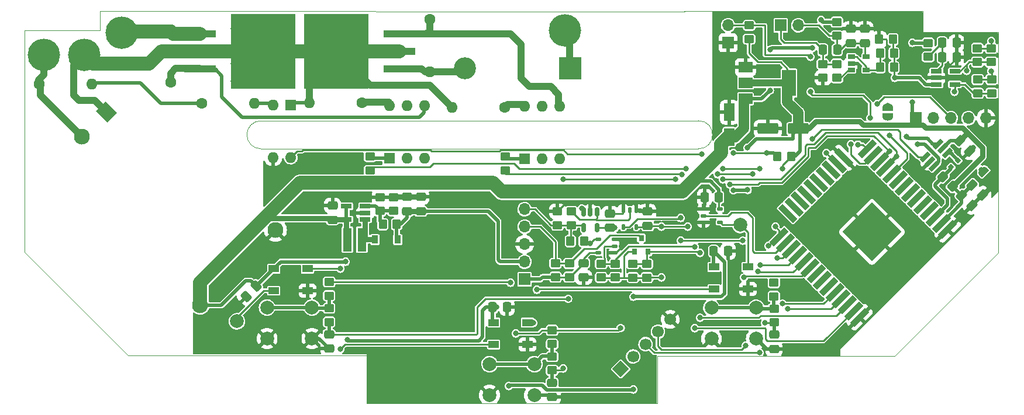
<source format=gtl>
G04 #@! TF.GenerationSoftware,KiCad,Pcbnew,(6.0.2)*
G04 #@! TF.CreationDate,2023-01-14T17:30:24+01:00*
G04 #@! TF.ProjectId,SenseEHajo,53656e73-6545-4486-916a-6f2e6b696361,rev?*
G04 #@! TF.SameCoordinates,Original*
G04 #@! TF.FileFunction,Copper,L1,Top*
G04 #@! TF.FilePolarity,Positive*
%FSLAX46Y46*%
G04 Gerber Fmt 4.6, Leading zero omitted, Abs format (unit mm)*
G04 Created by KiCad (PCBNEW (6.0.2)) date 2023-01-14 17:30:24*
%MOMM*%
%LPD*%
G01*
G04 APERTURE LIST*
G04 Aperture macros list*
%AMRoundRect*
0 Rectangle with rounded corners*
0 $1 Rounding radius*
0 $2 $3 $4 $5 $6 $7 $8 $9 X,Y pos of 4 corners*
0 Add a 4 corners polygon primitive as box body*
4,1,4,$2,$3,$4,$5,$6,$7,$8,$9,$2,$3,0*
0 Add four circle primitives for the rounded corners*
1,1,$1+$1,$2,$3*
1,1,$1+$1,$4,$5*
1,1,$1+$1,$6,$7*
1,1,$1+$1,$8,$9*
0 Add four rect primitives between the rounded corners*
20,1,$1+$1,$2,$3,$4,$5,0*
20,1,$1+$1,$4,$5,$6,$7,0*
20,1,$1+$1,$6,$7,$8,$9,0*
20,1,$1+$1,$8,$9,$2,$3,0*%
%AMHorizOval*
0 Thick line with rounded ends*
0 $1 width*
0 $2 $3 position (X,Y) of the first rounded end (center of the circle)*
0 $4 $5 position (X,Y) of the second rounded end (center of the circle)*
0 Add line between two ends*
20,1,$1,$2,$3,$4,$5,0*
0 Add two circle primitives to create the rounded ends*
1,1,$1,$2,$3*
1,1,$1,$4,$5*%
%AMRotRect*
0 Rectangle, with rotation*
0 The origin of the aperture is its center*
0 $1 length*
0 $2 width*
0 $3 Rotation angle, in degrees counterclockwise*
0 Add horizontal line*
21,1,$1,$2,0,0,$3*%
%AMFreePoly0*
4,1,22,0.499999,-0.750000,0.000000,-0.750000,0.000000,-0.745033,-0.079941,-0.743568,-0.215256,-0.701293,-0.333266,-0.622738,-0.424486,-0.514219,-0.481581,-0.384460,-0.499164,-0.250000,-0.500000,-0.250000,-0.500000,0.250000,-0.499164,0.250000,-0.499963,0.256109,-0.478152,0.396186,-0.417904,0.524511,-0.324060,0.630769,-0.204165,0.706417,-0.067858,0.745374,0.000000,0.744960,0.000000,0.750000,
0.499999,0.750000,0.499999,-0.750000,0.499999,-0.750000,$1*%
%AMFreePoly1*
4,1,20,0.000000,0.744960,0.073905,0.744508,0.209726,0.703889,0.328688,0.626782,0.421226,0.519385,0.479903,0.390333,0.500000,0.250000,0.500000,-0.250000,0.499851,-0.262216,0.476331,-0.402017,0.414519,-0.529596,0.319384,-0.634700,0.198574,-0.708877,0.061801,-0.746166,0.000000,-0.745033,0.000000,-0.750000,-0.499999,-0.750000,-0.499999,0.750000,0.000000,0.750000,0.000000,0.744960,
0.000000,0.744960,$1*%
G04 Aperture macros list end*
G04 #@! TA.AperFunction,Profile*
%ADD10C,0.050000*%
G04 #@! TD*
G04 #@! TA.AperFunction,ConnectorPad*
%ADD11C,4.700000*%
G04 #@! TD*
G04 #@! TA.AperFunction,ComponentPad*
%ADD12C,3.100000*%
G04 #@! TD*
G04 #@! TA.AperFunction,ComponentPad*
%ADD13RotRect,2.300000X2.000000X315.000000*%
G04 #@! TD*
G04 #@! TA.AperFunction,ComponentPad*
%ADD14C,2.300000*%
G04 #@! TD*
G04 #@! TA.AperFunction,SMDPad,CuDef*
%ADD15RoundRect,0.150000X-0.150000X0.512500X-0.150000X-0.512500X0.150000X-0.512500X0.150000X0.512500X0*%
G04 #@! TD*
G04 #@! TA.AperFunction,SMDPad,CuDef*
%ADD16RotRect,3.000000X0.900000X225.000000*%
G04 #@! TD*
G04 #@! TA.AperFunction,SMDPad,CuDef*
%ADD17RotRect,3.000000X0.900000X315.000000*%
G04 #@! TD*
G04 #@! TA.AperFunction,ComponentPad*
%ADD18RotRect,6.000000X6.000000X225.000000*%
G04 #@! TD*
G04 #@! TA.AperFunction,SMDPad,CuDef*
%ADD19RoundRect,0.250000X0.475000X-0.337500X0.475000X0.337500X-0.475000X0.337500X-0.475000X-0.337500X0*%
G04 #@! TD*
G04 #@! TA.AperFunction,SMDPad,CuDef*
%ADD20RoundRect,0.250000X-0.337500X-0.475000X0.337500X-0.475000X0.337500X0.475000X-0.337500X0.475000X0*%
G04 #@! TD*
G04 #@! TA.AperFunction,SMDPad,CuDef*
%ADD21RoundRect,0.250000X0.337500X0.475000X-0.337500X0.475000X-0.337500X-0.475000X0.337500X-0.475000X0*%
G04 #@! TD*
G04 #@! TA.AperFunction,SMDPad,CuDef*
%ADD22RoundRect,0.250000X0.550000X-1.050000X0.550000X1.050000X-0.550000X1.050000X-0.550000X-1.050000X0*%
G04 #@! TD*
G04 #@! TA.AperFunction,SMDPad,CuDef*
%ADD23RoundRect,0.250000X1.250000X0.550000X-1.250000X0.550000X-1.250000X-0.550000X1.250000X-0.550000X0*%
G04 #@! TD*
G04 #@! TA.AperFunction,SMDPad,CuDef*
%ADD24RoundRect,0.250000X-0.097227X0.574524X-0.574524X0.097227X0.097227X-0.574524X0.574524X-0.097227X0*%
G04 #@! TD*
G04 #@! TA.AperFunction,ComponentPad*
%ADD25R,3.200000X3.200000*%
G04 #@! TD*
G04 #@! TA.AperFunction,ComponentPad*
%ADD26O,3.200000X3.200000*%
G04 #@! TD*
G04 #@! TA.AperFunction,SMDPad,CuDef*
%ADD27RoundRect,0.250000X-0.450000X0.350000X-0.450000X-0.350000X0.450000X-0.350000X0.450000X0.350000X0*%
G04 #@! TD*
G04 #@! TA.AperFunction,SMDPad,CuDef*
%ADD28R,1.560000X0.650000*%
G04 #@! TD*
G04 #@! TA.AperFunction,SMDPad,CuDef*
%ADD29RoundRect,0.137500X-0.262500X-0.137500X0.262500X-0.137500X0.262500X0.137500X-0.262500X0.137500X0*%
G04 #@! TD*
G04 #@! TA.AperFunction,ComponentPad*
%ADD30RotRect,1.700000X1.700000X135.000000*%
G04 #@! TD*
G04 #@! TA.AperFunction,ComponentPad*
%ADD31HorizOval,1.700000X0.000000X0.000000X0.000000X0.000000X0*%
G04 #@! TD*
G04 #@! TA.AperFunction,SMDPad,CuDef*
%ADD32R,1.300000X3.400000*%
G04 #@! TD*
G04 #@! TA.AperFunction,SMDPad,CuDef*
%ADD33R,0.800000X0.900000*%
G04 #@! TD*
G04 #@! TA.AperFunction,SMDPad,CuDef*
%ADD34RoundRect,0.250000X0.450000X-0.350000X0.450000X0.350000X-0.450000X0.350000X-0.450000X-0.350000X0*%
G04 #@! TD*
G04 #@! TA.AperFunction,SMDPad,CuDef*
%ADD35RoundRect,0.250000X0.350000X0.450000X-0.350000X0.450000X-0.350000X-0.450000X0.350000X-0.450000X0*%
G04 #@! TD*
G04 #@! TA.AperFunction,ComponentPad*
%ADD36C,1.600000*%
G04 #@! TD*
G04 #@! TA.AperFunction,ComponentPad*
%ADD37O,1.600000X1.600000*%
G04 #@! TD*
G04 #@! TA.AperFunction,SMDPad,CuDef*
%ADD38RoundRect,0.250000X-0.350000X-0.450000X0.350000X-0.450000X0.350000X0.450000X-0.350000X0.450000X0*%
G04 #@! TD*
G04 #@! TA.AperFunction,SMDPad,CuDef*
%ADD39R,4.600000X1.100000*%
G04 #@! TD*
G04 #@! TA.AperFunction,SMDPad,CuDef*
%ADD40R,9.400000X10.800000*%
G04 #@! TD*
G04 #@! TA.AperFunction,SMDPad,CuDef*
%ADD41R,1.060000X0.650000*%
G04 #@! TD*
G04 #@! TA.AperFunction,ComponentPad*
%ADD42R,1.600000X1.600000*%
G04 #@! TD*
G04 #@! TA.AperFunction,SMDPad,CuDef*
%ADD43R,2.000000X1.500000*%
G04 #@! TD*
G04 #@! TA.AperFunction,SMDPad,CuDef*
%ADD44R,2.000000X3.800000*%
G04 #@! TD*
G04 #@! TA.AperFunction,ComponentPad*
%ADD45R,1.700000X1.700000*%
G04 #@! TD*
G04 #@! TA.AperFunction,ComponentPad*
%ADD46O,1.700000X1.700000*%
G04 #@! TD*
G04 #@! TA.AperFunction,ComponentPad*
%ADD47C,2.000000*%
G04 #@! TD*
G04 #@! TA.AperFunction,SMDPad,CuDef*
%ADD48RoundRect,0.250000X0.574524X0.097227X0.097227X0.574524X-0.574524X-0.097227X-0.097227X-0.574524X0*%
G04 #@! TD*
G04 #@! TA.AperFunction,SMDPad,CuDef*
%ADD49R,0.900000X1.200000*%
G04 #@! TD*
G04 #@! TA.AperFunction,SMDPad,CuDef*
%ADD50C,2.000000*%
G04 #@! TD*
G04 #@! TA.AperFunction,SMDPad,CuDef*
%ADD51FreePoly0,135.000000*%
G04 #@! TD*
G04 #@! TA.AperFunction,SMDPad,CuDef*
%ADD52FreePoly1,135.000000*%
G04 #@! TD*
G04 #@! TA.AperFunction,SMDPad,CuDef*
%ADD53RotRect,1.560000X0.650000X45.000000*%
G04 #@! TD*
G04 #@! TA.AperFunction,SMDPad,CuDef*
%ADD54R,1.500000X1.000000*%
G04 #@! TD*
G04 #@! TA.AperFunction,SMDPad,CuDef*
%ADD55RoundRect,0.137500X0.262500X0.137500X-0.262500X0.137500X-0.262500X-0.137500X0.262500X-0.137500X0*%
G04 #@! TD*
G04 #@! TA.AperFunction,SMDPad,CuDef*
%ADD56RoundRect,0.137500X-0.137500X0.262500X-0.137500X-0.262500X0.137500X-0.262500X0.137500X0.262500X0*%
G04 #@! TD*
G04 #@! TA.AperFunction,SMDPad,CuDef*
%ADD57RotRect,0.600000X0.700000X45.000000*%
G04 #@! TD*
G04 #@! TA.AperFunction,SMDPad,CuDef*
%ADD58RoundRect,0.250000X-0.574524X-0.097227X-0.097227X-0.574524X0.574524X0.097227X0.097227X0.574524X0*%
G04 #@! TD*
G04 #@! TA.AperFunction,SMDPad,CuDef*
%ADD59FreePoly0,270.000000*%
G04 #@! TD*
G04 #@! TA.AperFunction,SMDPad,CuDef*
%ADD60FreePoly1,270.000000*%
G04 #@! TD*
G04 #@! TA.AperFunction,SMDPad,CuDef*
%ADD61RoundRect,0.250000X0.565685X0.070711X0.070711X0.565685X-0.565685X-0.070711X-0.070711X-0.565685X0*%
G04 #@! TD*
G04 #@! TA.AperFunction,ViaPad*
%ADD62C,0.800000*%
G04 #@! TD*
G04 #@! TA.AperFunction,Conductor*
%ADD63C,0.250000*%
G04 #@! TD*
G04 #@! TA.AperFunction,Conductor*
%ADD64C,1.000000*%
G04 #@! TD*
G04 #@! TA.AperFunction,Conductor*
%ADD65C,0.500000*%
G04 #@! TD*
G04 #@! TA.AperFunction,Conductor*
%ADD66C,0.750000*%
G04 #@! TD*
G04 #@! TA.AperFunction,Conductor*
%ADD67C,1.500000*%
G04 #@! TD*
G04 #@! TA.AperFunction,Conductor*
%ADD68C,2.000000*%
G04 #@! TD*
G04 APERTURE END LIST*
D10*
X23114000Y-55245000D02*
X23114000Y-23114000D01*
X57353200Y-36195000D02*
X76708000Y-36195000D01*
X76708000Y-40259000D02*
X57353200Y-40259000D01*
X120675400Y-40259000D02*
G75*
G03*
X120675400Y-36195000I0J2032000D01*
G01*
X164084000Y-49276000D02*
X164084000Y-55372000D01*
X112420400Y-36195000D02*
X76708000Y-36195000D01*
X76708000Y-40259000D02*
X120675400Y-40259000D01*
X118643400Y-20320000D02*
X153162000Y-20320000D01*
X112420400Y-36195000D02*
X120675400Y-36195000D01*
X114579400Y-20345400D02*
X118668800Y-20345400D01*
X118668800Y-20345400D02*
X118643400Y-20320000D01*
X34036000Y-23114000D02*
X34036000Y-20320000D01*
X164084000Y-23368000D02*
X164084000Y-30988000D01*
X153162000Y-20320000D02*
X153162000Y-23368000D01*
X114681000Y-77216000D02*
X72644000Y-77216000D01*
X114579400Y-20345400D02*
X34036000Y-20320000D01*
X57353200Y-36195000D02*
G75*
G03*
X57353200Y-40259000I-25401J-2032000D01*
G01*
X38100000Y-70231000D02*
X46761400Y-70231000D01*
X114681000Y-70358000D02*
X114681000Y-77216000D01*
X46761400Y-70231000D02*
X49072800Y-70231000D01*
X38100000Y-70231000D02*
X23114000Y-55245000D01*
X153162000Y-23368000D02*
X164084000Y-23368000D01*
X149098000Y-70358000D02*
X114681000Y-70358000D01*
X72644000Y-77216000D02*
X72644000Y-70231000D01*
X164084000Y-30988000D02*
X164084000Y-49276000D01*
X72644000Y-70231000D02*
X49072800Y-70231000D01*
X164084000Y-55372000D02*
X149098000Y-70358000D01*
X23114000Y-23114000D02*
X34036000Y-23114000D01*
D11*
X37150000Y-23380000D03*
D12*
X37150000Y-23380000D03*
X101350000Y-23050000D03*
D11*
X101350000Y-23050000D03*
D13*
X34970105Y-34958016D03*
D14*
X31434571Y-38493550D03*
X59436000Y-52070000D03*
X48546555Y-62959445D03*
D15*
X105969600Y-49403000D03*
X105019600Y-49403000D03*
X104069600Y-49403000D03*
X104069600Y-51678000D03*
X105969600Y-51678000D03*
D16*
X156756156Y-51970446D03*
X155858130Y-51072421D03*
X154960104Y-50174395D03*
X154062079Y-49276370D03*
X153164053Y-48378344D03*
X152266027Y-47480318D03*
X151368002Y-46582293D03*
X150469976Y-45684267D03*
X149571951Y-44786242D03*
X148673925Y-43888216D03*
X147775899Y-42990190D03*
X146877874Y-42092165D03*
X145979848Y-41194139D03*
X145081823Y-40296113D03*
D17*
X141698317Y-41558299D03*
X140800291Y-42456325D03*
X139902265Y-43354350D03*
X139004240Y-44252376D03*
X138106214Y-45150402D03*
X137208189Y-46048427D03*
X136310163Y-46946453D03*
X135412137Y-47844478D03*
X134514112Y-48742504D03*
X133616086Y-49640530D03*
D16*
X132353900Y-53024036D03*
X133251926Y-53922061D03*
X134149952Y-54820087D03*
X135047977Y-55718112D03*
X135946003Y-56616138D03*
X136844029Y-57514164D03*
X137742054Y-58412189D03*
X138640080Y-59310215D03*
X139538105Y-60208240D03*
X140436131Y-61106266D03*
X141334157Y-62004292D03*
X142232182Y-62902317D03*
X143130208Y-63800343D03*
X144028233Y-64698369D03*
D18*
X145796000Y-52324000D03*
D19*
X144780000Y-24935000D03*
X144780000Y-22860000D03*
D20*
X155956000Y-26956000D03*
X158031000Y-26956000D03*
X155956000Y-24892000D03*
X158031000Y-24892000D03*
D19*
X142748000Y-24935000D03*
X142748000Y-22860000D03*
D21*
X140759000Y-25908000D03*
X138684000Y-25908000D03*
D19*
X131622800Y-69291200D03*
X131622800Y-67216200D03*
X99491800Y-76276200D03*
X99491800Y-74201200D03*
X67208400Y-69258000D03*
X67208400Y-67183000D03*
D22*
X125120400Y-38550400D03*
X125120400Y-34950400D03*
D19*
X67691000Y-50558500D03*
X67691000Y-48483500D03*
D23*
X135128000Y-37338000D03*
X130728000Y-37338000D03*
D19*
X78508300Y-49319000D03*
X78508300Y-47244000D03*
X80489500Y-49319000D03*
X80489500Y-47244000D03*
D20*
X90889000Y-63246000D03*
X92964000Y-63246000D03*
X122893000Y-55118000D03*
X124968000Y-55118000D03*
D24*
X56642000Y-60198000D03*
X55174754Y-61665246D03*
D25*
X102070000Y-28600000D03*
D26*
X86830000Y-28600000D03*
D27*
X153924000Y-24924000D03*
X153924000Y-26924000D03*
D28*
X155114000Y-29022000D03*
X155114000Y-29972000D03*
X155114000Y-30922000D03*
X157814000Y-30922000D03*
X157814000Y-29022000D03*
D29*
X121412000Y-49022000D03*
X121412000Y-49972000D03*
X121412000Y-50922000D03*
X123812000Y-50922000D03*
X123812000Y-49022000D03*
D30*
X109419846Y-72190154D03*
D31*
X111215897Y-70394103D03*
X113011948Y-68598052D03*
X114808000Y-66802000D03*
X116604051Y-65005949D03*
D32*
X69850000Y-53441600D03*
X71950000Y-53441600D03*
D33*
X111445800Y-55194200D03*
X113345800Y-55194200D03*
X112395800Y-53194200D03*
D34*
X74574400Y-49276000D03*
X74574400Y-47276000D03*
D27*
X140716000Y-27972000D03*
X140716000Y-29972000D03*
X138684000Y-27972000D03*
X138684000Y-29972000D03*
D35*
X148971000Y-26416000D03*
X146971000Y-26416000D03*
D27*
X92710000Y-41402000D03*
X92710000Y-43402000D03*
X73152000Y-41402000D03*
X73152000Y-43402000D03*
D35*
X148844000Y-24384000D03*
X146844000Y-24384000D03*
D34*
X128016000Y-24352000D03*
X128016000Y-22352000D03*
D27*
X131597400Y-59679000D03*
X131597400Y-61679000D03*
D36*
X92620000Y-34250000D03*
D37*
X85000000Y-34250000D03*
D36*
X81788000Y-21488400D03*
D37*
X81788000Y-29108400D03*
D36*
X71970000Y-33560000D03*
D37*
X64350000Y-33560000D03*
D36*
X44270000Y-30607000D03*
D37*
X44270000Y-22987000D03*
D27*
X131622800Y-63438200D03*
X131622800Y-65438200D03*
X108626400Y-56921400D03*
X108626400Y-58921400D03*
X101997000Y-56870600D03*
X101997000Y-58870600D03*
D38*
X74980400Y-51206400D03*
X76980400Y-51206400D03*
D27*
X76527100Y-47272500D03*
X76527100Y-49272500D03*
D34*
X99965000Y-58870600D03*
X99965000Y-56870600D03*
D27*
X113198400Y-56956200D03*
X113198400Y-58956200D03*
D34*
X111191800Y-58937400D03*
X111191800Y-56937400D03*
X106594400Y-58921400D03*
X106594400Y-56921400D03*
D38*
X102130600Y-53644800D03*
X104130600Y-53644800D03*
D34*
X161086800Y-32200600D03*
X161086800Y-30200600D03*
D39*
X77403000Y-28702000D03*
D40*
X68253000Y-26162000D03*
D39*
X77403000Y-26162000D03*
X77403000Y-23622000D03*
X48505000Y-23615000D03*
X48505000Y-26155000D03*
D40*
X57655000Y-26155000D03*
D39*
X48505000Y-28695000D03*
D41*
X142791000Y-26924000D03*
X142791000Y-27874000D03*
X142791000Y-28824000D03*
X144991000Y-28824000D03*
X144991000Y-26924000D03*
D42*
X95478600Y-41681400D03*
D37*
X98018600Y-41681400D03*
X100558600Y-41681400D03*
X100558600Y-34061400D03*
X98018600Y-34061400D03*
X95478600Y-34061400D03*
D42*
X75920600Y-41605200D03*
D37*
X78460600Y-41605200D03*
X81000600Y-41605200D03*
X81000600Y-33985200D03*
X78460600Y-33985200D03*
X75920600Y-33985200D03*
D43*
X127482600Y-28420000D03*
X127482600Y-30720000D03*
D44*
X133782600Y-30720000D03*
D43*
X127482600Y-33020000D03*
D28*
X72415400Y-50505400D03*
X72415400Y-49555400D03*
X72415400Y-48605400D03*
X69715400Y-48605400D03*
X69715400Y-50505400D03*
D45*
X132588000Y-22352000D03*
D46*
X135128000Y-22352000D03*
D45*
X124968000Y-24892000D03*
D46*
X124968000Y-22352000D03*
D45*
X152146000Y-35814000D03*
D46*
X154686000Y-35814000D03*
X157226000Y-35814000D03*
X159766000Y-35814000D03*
X162306000Y-35814000D03*
D45*
X95504000Y-59182000D03*
D46*
X95504000Y-56642000D03*
X95504000Y-54102000D03*
X95504000Y-51562000D03*
X95504000Y-49022000D03*
D11*
X31750000Y-26670000D03*
D12*
X31750000Y-26670000D03*
X25908000Y-26670000D03*
D11*
X25908000Y-26670000D03*
D47*
X129055000Y-63318000D03*
X122555000Y-63318000D03*
X129055000Y-67818000D03*
X122555000Y-67818000D03*
X96924000Y-71501000D03*
X90424000Y-71501000D03*
X96924000Y-76001000D03*
X90424000Y-76001000D03*
X64719200Y-63292600D03*
X58219200Y-63292600D03*
X58219200Y-67792600D03*
X64719200Y-67792600D03*
D48*
X161769623Y-46961623D03*
X160302377Y-45494377D03*
X160245623Y-48485623D03*
X158778377Y-47018377D03*
D49*
X77137800Y-53416200D03*
X73837800Y-53416200D03*
D42*
X61645800Y-33909000D03*
D37*
X59105800Y-33909000D03*
X59105800Y-41529000D03*
X61645800Y-41529000D03*
D38*
X132112000Y-41402000D03*
X134112000Y-41402000D03*
D36*
X48742600Y-33680400D03*
D37*
X56362600Y-33680400D03*
D36*
X25196800Y-30861000D03*
D37*
X32816800Y-30861000D03*
D20*
X121548100Y-47294800D03*
X123623100Y-47294800D03*
D27*
X99491800Y-66581200D03*
X99491800Y-68581200D03*
D35*
X148971000Y-28448000D03*
X146971000Y-28448000D03*
D19*
X107889800Y-51732000D03*
X107889800Y-49657000D03*
D27*
X163042600Y-25679400D03*
X163042600Y-27679400D03*
X67208400Y-59569600D03*
X67208400Y-61569600D03*
D50*
X53848000Y-65278000D03*
D34*
X100269800Y-51333400D03*
X100269800Y-49333400D03*
D51*
X162814000Y-44450000D03*
D52*
X161894762Y-43530762D03*
D19*
X113325400Y-51435000D03*
X113325400Y-49360000D03*
D53*
X153465308Y-41459686D03*
X154137060Y-42131437D03*
X154808811Y-42803189D03*
X156718000Y-40894000D03*
X156046248Y-40222249D03*
X155374497Y-39550497D03*
D27*
X140716000Y-21876000D03*
X140716000Y-23876000D03*
D54*
X122936000Y-57404000D03*
X122936000Y-60604000D03*
X127836000Y-60604000D03*
X127836000Y-57404000D03*
D55*
X108575600Y-55331400D03*
X108575600Y-54381400D03*
X108575600Y-53431400D03*
X106175600Y-53431400D03*
X106175600Y-55331400D03*
D56*
X111699800Y-49174400D03*
X110749800Y-49174400D03*
X109799800Y-49174400D03*
X109799800Y-51574400D03*
X111699800Y-51574400D03*
D27*
X67208400Y-63379600D03*
X67208400Y-65379600D03*
X99491800Y-70391200D03*
X99491800Y-72391200D03*
D57*
X158242000Y-41936050D03*
X157252050Y-42926000D03*
D50*
X126746000Y-51308000D03*
D27*
X163118800Y-30200600D03*
X163118800Y-32200600D03*
D58*
X158496000Y-39116000D03*
X159963246Y-40583246D03*
D54*
X59182000Y-57658000D03*
X59182000Y-60858000D03*
X64082000Y-60858000D03*
X64082000Y-57658000D03*
D19*
X104054400Y-58920200D03*
X104054400Y-56845200D03*
D59*
X148082000Y-34290000D03*
D60*
X148082000Y-35590000D03*
D34*
X161061400Y-27679400D03*
X161061400Y-25679400D03*
D54*
X91022000Y-65456000D03*
X91022000Y-68656000D03*
X95922000Y-68656000D03*
X95922000Y-65456000D03*
D27*
X102276400Y-49333400D03*
X102276400Y-51333400D03*
D61*
X157480000Y-45720000D03*
X156065786Y-44305786D03*
D62*
X131851400Y-35407600D03*
X110591600Y-48158400D03*
X130657600Y-35458400D03*
X133045200Y-35382200D03*
X129463800Y-35509200D03*
X110269346Y-53556380D03*
X160423124Y-40135276D03*
X129540000Y-60553600D03*
X126390400Y-55143400D03*
X162814000Y-45542200D03*
X122605800Y-50952400D03*
X131572000Y-59478980D03*
X132842000Y-43180000D03*
X94234000Y-67056000D03*
X109419846Y-66239846D03*
X163093400Y-24612600D03*
X127799500Y-46228000D03*
X93472000Y-59690000D03*
X151638000Y-33528000D03*
X125758028Y-46272111D03*
X151638000Y-24892000D03*
X127762000Y-40132000D03*
X119126000Y-51562000D03*
X115316000Y-51562000D03*
X163093400Y-28981400D03*
X115316000Y-58928000D03*
X137160000Y-25654000D03*
X108712000Y-46482000D03*
X111252000Y-61722000D03*
X69876425Y-67931500D03*
X108583400Y-51732000D03*
X131026500Y-31819500D03*
X69596000Y-56642000D03*
X91440000Y-63246000D03*
X93218000Y-74676000D03*
X138430000Y-21590000D03*
X111252000Y-75184000D03*
X97282000Y-46482000D03*
X131026500Y-25908000D03*
X69940500Y-27849500D03*
X55880000Y-27940000D03*
X64770000Y-30480000D03*
X53340000Y-25400000D03*
X58420000Y-22860000D03*
X58420000Y-30480000D03*
X64770000Y-27940000D03*
X60960000Y-30480000D03*
X55880000Y-30480000D03*
X58420000Y-25400000D03*
X67310000Y-27940000D03*
X53340000Y-30480000D03*
X64770000Y-22860000D03*
X72390000Y-22860000D03*
X69850000Y-25400000D03*
X55880000Y-22860000D03*
X67310000Y-25400000D03*
X55880000Y-25400000D03*
X72390000Y-25400000D03*
X53340000Y-22860000D03*
X69850000Y-30480000D03*
X58420000Y-27940000D03*
X60960000Y-25400000D03*
X69850000Y-22860000D03*
X53340000Y-27940000D03*
X67310000Y-22860000D03*
X72480500Y-30389500D03*
X64770000Y-25400000D03*
X60960000Y-22860000D03*
X72390000Y-27940000D03*
X60960000Y-27940000D03*
X67310000Y-30480000D03*
X148082000Y-34036000D03*
X149098000Y-29972000D03*
X129540000Y-69850000D03*
X133604000Y-63500000D03*
X127508000Y-68834000D03*
X132845944Y-62736205D03*
X96774000Y-65532000D03*
X97282000Y-60706000D03*
X68834000Y-69342000D03*
X68834000Y-57658000D03*
X130556000Y-40894000D03*
X121142411Y-40997218D03*
X132080000Y-56134000D03*
X125730000Y-40894000D03*
X136906000Y-32004000D03*
X145542000Y-35814000D03*
X136906000Y-26924000D03*
X142748000Y-39624000D03*
X148082000Y-35814000D03*
X148336000Y-38354000D03*
X120904000Y-55372000D03*
X120904000Y-64770000D03*
X130810000Y-54356000D03*
X137160000Y-38857701D03*
X130302000Y-65532000D03*
X131826000Y-51562000D03*
X120142000Y-66294000D03*
X120142000Y-54469700D03*
X103784400Y-48882900D03*
X105019600Y-53975000D03*
X143760051Y-39636548D03*
X157734000Y-32004000D03*
X139192000Y-40894000D03*
X146558000Y-33782000D03*
X159512000Y-28956000D03*
X101092000Y-72136000D03*
X149352000Y-41402000D03*
X124206000Y-44704000D03*
X101092000Y-44704000D03*
X152400000Y-39624000D03*
X117348000Y-44704000D03*
X148336000Y-40640000D03*
X125222000Y-45428500D03*
X150749000Y-38481000D03*
X101816500Y-62022103D03*
X118110000Y-53594000D03*
X127254000Y-58928000D03*
X127111500Y-53594000D03*
X118110000Y-50292000D03*
X118317576Y-44011636D03*
X128524000Y-43942000D03*
X129286000Y-58029980D03*
X123444000Y-43942000D03*
X156065786Y-44305786D03*
X161620200Y-43281600D03*
X129540000Y-43180000D03*
X124206000Y-43180000D03*
X129655011Y-57101090D03*
X118872000Y-43180000D03*
D63*
X149352000Y-40631386D02*
X149352000Y-41402000D01*
X146083071Y-38387071D02*
X148336000Y-40640000D01*
X139290962Y-38387071D02*
X146083071Y-38387071D01*
X137546033Y-40132000D02*
X139290962Y-38387071D01*
X136593520Y-40190480D02*
X136652000Y-40132000D01*
X136652000Y-40132000D02*
X137546033Y-40132000D01*
X136593520Y-41334197D02*
X136593520Y-40190480D01*
X129540000Y-45212000D02*
X132715718Y-45212000D01*
X132715718Y-45212000D02*
X136593520Y-41334197D01*
X125222011Y-45428511D02*
X129323489Y-45428511D01*
X129323489Y-45428511D02*
X129540000Y-45212000D01*
X125222000Y-45428500D02*
X125222011Y-45428511D01*
D64*
X25908000Y-26670000D02*
X25908000Y-29540200D01*
D63*
X142197000Y-24935000D02*
X142748000Y-24935000D01*
X140716000Y-25865000D02*
X140759000Y-25908000D01*
X140716000Y-23876000D02*
X140716000Y-25865000D01*
X144780000Y-24935000D02*
X144780000Y-26713000D01*
X140716000Y-23876000D02*
X139657000Y-23876000D01*
X138133000Y-22352000D02*
X135128000Y-22352000D01*
X142748000Y-24935000D02*
X144780000Y-24935000D01*
X140759000Y-25908000D02*
X141224000Y-25908000D01*
X144780000Y-26713000D02*
X144991000Y-26924000D01*
X139657000Y-23876000D02*
X138133000Y-22352000D01*
X141224000Y-25908000D02*
X142197000Y-24935000D01*
X104918000Y-49301400D02*
X105019600Y-49403000D01*
D65*
X65743000Y-67792600D02*
X67208400Y-69258000D01*
X131622800Y-69291200D02*
X130528200Y-69291200D01*
D63*
X109998000Y-48158400D02*
X109799800Y-48356600D01*
X144780000Y-22860000D02*
X146304000Y-22860000D01*
X147895520Y-29650480D02*
X147574000Y-29972000D01*
X111699800Y-48641000D02*
X111217200Y-48158400D01*
D65*
X125702000Y-28420000D02*
X124968000Y-27686000D01*
D63*
X146304000Y-22860000D02*
X146844000Y-23400000D01*
D65*
X162814000Y-45542200D02*
X162814000Y-46228000D01*
D63*
X111699800Y-49174400D02*
X111699800Y-48641000D01*
X101444800Y-48158400D02*
X105756200Y-48158400D01*
X138684000Y-29972000D02*
X138684000Y-31242000D01*
X110144366Y-53431400D02*
X110269346Y-53556380D01*
X126695600Y-60604000D02*
X127836000Y-60604000D01*
X156464000Y-28702000D02*
X158031000Y-27135000D01*
D65*
X96924000Y-76001000D02*
X99216600Y-76001000D01*
D66*
X80489500Y-47244000D02*
X76555600Y-47244000D01*
D63*
X156210000Y-29972000D02*
X156464000Y-29718000D01*
X108575600Y-53431400D02*
X110144366Y-53431400D01*
X107889800Y-49657000D02*
X109642400Y-49657000D01*
D65*
X144028233Y-64698369D02*
X156756156Y-51970446D01*
D63*
X144780000Y-22860000D02*
X142748000Y-22860000D01*
X110591600Y-48158400D02*
X109998000Y-48158400D01*
X109642400Y-49657000D02*
X109799800Y-49499600D01*
X126365000Y-55118000D02*
X126390400Y-55143400D01*
X126390400Y-60299600D02*
X126695200Y-60604400D01*
X126695200Y-60604400D02*
X126695600Y-60604000D01*
X159975154Y-40583246D02*
X160423124Y-40135276D01*
D65*
X127254000Y-28420000D02*
X125702000Y-28420000D01*
D63*
X124968000Y-55118000D02*
X126365000Y-55118000D01*
X119888000Y-50800000D02*
X119888000Y-49276000D01*
D65*
X156760800Y-51970446D02*
X160245623Y-48485623D01*
D63*
X143764000Y-31242000D02*
X143764000Y-29972000D01*
X143764000Y-27940000D02*
X143698000Y-27874000D01*
X109799800Y-48356600D02*
X109799800Y-49174400D01*
X159963246Y-40583246D02*
X159975154Y-40583246D01*
X147574000Y-29972000D02*
X143764000Y-29972000D01*
X111217200Y-48158400D02*
X110591600Y-48158400D01*
X146844000Y-23400000D02*
X146844000Y-24384000D01*
X156464000Y-29718000D02*
X156464000Y-28702000D01*
X107534200Y-48158400D02*
X105756200Y-48158400D01*
X143698000Y-27874000D02*
X142791000Y-27874000D01*
X108575600Y-55331400D02*
X108678994Y-55331400D01*
X108678994Y-55331400D02*
X109300120Y-54710274D01*
X121548100Y-48885900D02*
X121412000Y-49022000D01*
X109300120Y-54710274D02*
X109300120Y-53658120D01*
X105756200Y-48158400D02*
X105248200Y-48158400D01*
D65*
X156756156Y-51970446D02*
X156760800Y-51970446D01*
D63*
X121548100Y-47294800D02*
X121548100Y-48885900D01*
X120142000Y-49022000D02*
X121412000Y-49022000D01*
X158031000Y-24892000D02*
X158031000Y-26956000D01*
X100269800Y-49333400D02*
X101444800Y-48158400D01*
X147828000Y-24384000D02*
X147895520Y-24451520D01*
D66*
X76555600Y-47244000D02*
X76527100Y-47272500D01*
D63*
X107889800Y-48514000D02*
X107534200Y-48158400D01*
X126390400Y-55143400D02*
X126390400Y-60299600D01*
D65*
X124968000Y-27686000D02*
X124968000Y-24892000D01*
X130528200Y-69291200D02*
X129055000Y-67818000D01*
D63*
X138684000Y-31242000D02*
X143764000Y-31242000D01*
X104918000Y-48488600D02*
X104918000Y-49301400D01*
X105248200Y-48158400D02*
X104918000Y-48488600D01*
D65*
X162814000Y-46228000D02*
X162080377Y-46961623D01*
X162814000Y-44450000D02*
X162814000Y-45542200D01*
X64719200Y-67792600D02*
X65743000Y-67792600D01*
D63*
X109300120Y-53658120D02*
X109073400Y-53431400D01*
X107889800Y-49657000D02*
X107889800Y-48514000D01*
X155114000Y-29972000D02*
X156210000Y-29972000D01*
X119888000Y-49276000D02*
X120142000Y-49022000D01*
D65*
X99216600Y-76001000D02*
X99491800Y-76276200D01*
X161769623Y-46961623D02*
X160245623Y-48485623D01*
D63*
X121412000Y-50922000D02*
X120010000Y-50922000D01*
X109799800Y-49499600D02*
X109799800Y-49174400D01*
X143764000Y-29972000D02*
X143764000Y-27940000D01*
X147895520Y-24451520D02*
X147895520Y-29650480D01*
X146844000Y-24384000D02*
X147828000Y-24384000D01*
X109073400Y-53431400D02*
X108575600Y-53431400D01*
X120010000Y-50922000D02*
X119888000Y-50800000D01*
X158031000Y-27135000D02*
X158031000Y-26956000D01*
D65*
X162080377Y-46961623D02*
X161769623Y-46961623D01*
D63*
X113325400Y-49360000D02*
X111885400Y-49360000D01*
X111885400Y-49360000D02*
X111699800Y-49174400D01*
X155956000Y-24892000D02*
X153924000Y-26924000D01*
X155956000Y-26956000D02*
X155956000Y-28180000D01*
X155956000Y-28180000D02*
X155114000Y-29022000D01*
X155956000Y-24892000D02*
X155956000Y-26956000D01*
X133096000Y-24892000D02*
X137668000Y-24892000D01*
X138684000Y-27972000D02*
X140716000Y-27972000D01*
X132588000Y-22352000D02*
X132588000Y-24384000D01*
X138684000Y-25908000D02*
X138684000Y-27972000D01*
X132588000Y-24384000D02*
X133096000Y-24892000D01*
X137668000Y-24892000D02*
X138684000Y-25908000D01*
X113198400Y-58956200D02*
X113221000Y-58956200D01*
X129286000Y-27686000D02*
X128016000Y-26416000D01*
D66*
X161798000Y-40132000D02*
X161798000Y-41402000D01*
D65*
X134366000Y-38862000D02*
X134366000Y-38100000D01*
X158778377Y-47018377D02*
X160302377Y-45494377D01*
D66*
X159512000Y-37846000D02*
X161798000Y-40132000D01*
D63*
X97536000Y-67056000D02*
X94234000Y-67056000D01*
X99491800Y-66581200D02*
X109078492Y-66581200D01*
D65*
X129032000Y-38862000D02*
X134366000Y-38862000D01*
D66*
X137668000Y-36322000D02*
X144018000Y-36322000D01*
X158904511Y-37238511D02*
X159512000Y-37846000D01*
X153120511Y-36788511D02*
X153570511Y-37238511D01*
D63*
X132588000Y-27686000D02*
X129286000Y-27686000D01*
X113226600Y-58928000D02*
X113198400Y-58956200D01*
X163093400Y-25628600D02*
X163042600Y-25679400D01*
D66*
X146262511Y-36788511D02*
X151171489Y-36788511D01*
D65*
X134620000Y-41402000D02*
X135382000Y-40640000D01*
D66*
X144484511Y-36788511D02*
X146262511Y-36788511D01*
D64*
X127254000Y-30720000D02*
X133554000Y-30720000D01*
D66*
X144018000Y-36322000D02*
X144484511Y-36788511D01*
D63*
X163093400Y-28981400D02*
X163118800Y-29006800D01*
X133554000Y-28652000D02*
X132588000Y-27686000D01*
X111699800Y-51574400D02*
X113186000Y-51574400D01*
X128016000Y-26416000D02*
X128016000Y-24352000D01*
X131597400Y-59504380D02*
X131572000Y-59478980D01*
D65*
X158496000Y-39116000D02*
X157152497Y-39116000D01*
D67*
X135128000Y-35052000D02*
X135128000Y-37338000D01*
D63*
X113325400Y-51435000D02*
X115189000Y-51435000D01*
X109868200Y-58956200D02*
X109868200Y-55781200D01*
X163118800Y-29006800D02*
X163118800Y-30200600D01*
X109078492Y-66581200D02*
X109419846Y-66239846D01*
X163042600Y-25679400D02*
X161061400Y-25679400D01*
D66*
X159172489Y-37506489D02*
X159512000Y-37846000D01*
D65*
X153924000Y-24924000D02*
X151670000Y-24924000D01*
D63*
X109868200Y-58956200D02*
X106629200Y-58956200D01*
D65*
X135382000Y-40640000D02*
X135382000Y-37592000D01*
D63*
X132842000Y-42672000D02*
X134112000Y-41402000D01*
D65*
X134112000Y-41402000D02*
X134620000Y-41402000D01*
D63*
X133554000Y-30720000D02*
X133554000Y-28652000D01*
X115316000Y-58928000D02*
X113226600Y-58928000D01*
D66*
X158496000Y-39116000D02*
X159512000Y-38100000D01*
X161798000Y-41402000D02*
X157480000Y-45720000D01*
D63*
X163118800Y-30200600D02*
X161086800Y-30200600D01*
D66*
X135128000Y-37338000D02*
X136652000Y-37338000D01*
D63*
X131597400Y-59679000D02*
X131597400Y-59504380D01*
X115316000Y-51562000D02*
X119126000Y-51562000D01*
D66*
X151171489Y-36788511D02*
X153120511Y-36788511D01*
D63*
X106629200Y-58956200D02*
X106594400Y-58921400D01*
D65*
X158778377Y-47018377D02*
X158778377Y-48152174D01*
D66*
X159512000Y-38100000D02*
X159512000Y-37846000D01*
D63*
X93351600Y-59569600D02*
X93472000Y-59690000D01*
D65*
X134366000Y-38100000D02*
X135128000Y-37338000D01*
D63*
X67208400Y-59569600D02*
X93351600Y-59569600D01*
D67*
X133554000Y-30720000D02*
X133554000Y-33478000D01*
D63*
X109868200Y-55781200D02*
X110455200Y-55194200D01*
X113186000Y-51574400D02*
X113325400Y-51435000D01*
D65*
X127755389Y-46272111D02*
X127799500Y-46228000D01*
D63*
X99491800Y-66581200D02*
X98010800Y-66581200D01*
X98010800Y-66581200D02*
X97536000Y-67056000D01*
D65*
X127762000Y-40132000D02*
X129032000Y-38862000D01*
D63*
X163093400Y-24612600D02*
X163093400Y-25628600D01*
X132842000Y-43180000D02*
X132842000Y-42672000D01*
D65*
X157152497Y-39116000D02*
X156046248Y-40222249D01*
X151638000Y-33528000D02*
X151638000Y-35306000D01*
D63*
X113198400Y-58956200D02*
X109868200Y-58956200D01*
D66*
X153570511Y-37238511D02*
X158904511Y-37238511D01*
D65*
X125758028Y-46272111D02*
X127755389Y-46272111D01*
D63*
X110455200Y-55194200D02*
X111445800Y-55194200D01*
D65*
X158778377Y-48152174D02*
X155858130Y-51072421D01*
X135382000Y-37592000D02*
X135128000Y-37338000D01*
D67*
X133554000Y-33478000D02*
X135128000Y-35052000D01*
D66*
X135128000Y-37338000D02*
X135296489Y-37506489D01*
D63*
X115189000Y-51435000D02*
X115316000Y-51562000D01*
D66*
X136652000Y-37338000D02*
X137668000Y-36322000D01*
D65*
X158778377Y-47018377D02*
X157480000Y-45720000D01*
X151670000Y-24924000D02*
X151638000Y-24892000D01*
X90889000Y-65323000D02*
X91022000Y-65456000D01*
X138716000Y-21876000D02*
X138430000Y-21590000D01*
D67*
X127254000Y-33020000D02*
X127254000Y-37338000D01*
D68*
X119888000Y-44958000D02*
X123952000Y-40894000D01*
D66*
X67477989Y-50345489D02*
X58727489Y-50345489D01*
D65*
X90889000Y-63246000D02*
X91440000Y-63246000D01*
X93342511Y-74551489D02*
X98040319Y-74551489D01*
X107889800Y-51732000D02*
X108583400Y-51732000D01*
X124460000Y-56685000D02*
X122893000Y-55118000D01*
X93218000Y-74676000D02*
X93342511Y-74551489D01*
X89408000Y-67564000D02*
X88890520Y-68081480D01*
X123623100Y-46153100D02*
X122428000Y-44958000D01*
D68*
X90932000Y-45212000D02*
X92202000Y-46482000D01*
D63*
X123623100Y-48833100D02*
X123812000Y-49022000D01*
D65*
X131280500Y-25654000D02*
X131026500Y-25908000D01*
X98101400Y-58870600D02*
X99965000Y-58870600D01*
D66*
X67691000Y-50558500D02*
X67477989Y-50345489D01*
X58727489Y-50345489D02*
X58282645Y-49900645D01*
D65*
X56642000Y-60198000D02*
X59182000Y-57658000D01*
X70026405Y-68081480D02*
X88890520Y-68081480D01*
X48546555Y-62959445D02*
X51594555Y-62959445D01*
X69580000Y-56658000D02*
X69596000Y-56642000D01*
X122893000Y-55118000D02*
X122893000Y-57361000D01*
X109274220Y-75238220D02*
X111197780Y-75238220D01*
D66*
X69715400Y-50505400D02*
X67744100Y-50505400D01*
D63*
X106023600Y-51732000D02*
X105969600Y-51678000D01*
X123623100Y-47294800D02*
X123623100Y-48833100D01*
D66*
X69715400Y-53307000D02*
X69850000Y-53441600D01*
D65*
X51594555Y-62959445D02*
X55118000Y-59436000D01*
X129826000Y-33020000D02*
X131026500Y-31819500D01*
D63*
X107889800Y-51732000D02*
X106023600Y-51732000D01*
D65*
X98040319Y-74551489D02*
X98727050Y-75238220D01*
D68*
X108712000Y-46482000D02*
X118364000Y-46482000D01*
D63*
X101997000Y-58870600D02*
X102029000Y-58870600D01*
D65*
X69876425Y-67931500D02*
X70026405Y-68081480D01*
X69715400Y-48605400D02*
X69715400Y-50505400D01*
X55118000Y-59436000D02*
X55880000Y-59436000D01*
X140716000Y-21876000D02*
X138716000Y-21876000D01*
D68*
X51054000Y-57150000D02*
X51054000Y-57129289D01*
D65*
X123623100Y-47294800D02*
X123623100Y-46153100D01*
D66*
X69715400Y-50505400D02*
X69715400Y-53307000D01*
D65*
X97790000Y-59182000D02*
X98101400Y-58870600D01*
X122893000Y-57361000D02*
X122936000Y-57404000D01*
X55880000Y-59436000D02*
X56642000Y-60198000D01*
X122428000Y-44958000D02*
X119888000Y-44958000D01*
D67*
X127254000Y-37338000D02*
X125984000Y-38608000D01*
D68*
X51054000Y-57129289D02*
X58282645Y-49900645D01*
X58282645Y-49900645D02*
X62971289Y-45212000D01*
D65*
X89916000Y-63246000D02*
X89408000Y-63754000D01*
D63*
X104054400Y-56845200D02*
X104054400Y-56159400D01*
D67*
X125984000Y-38608000D02*
X124968000Y-38608000D01*
D65*
X127254000Y-33020000D02*
X129826000Y-33020000D01*
D68*
X62971289Y-45212000D02*
X90932000Y-45212000D01*
D65*
X124460000Y-61229022D02*
X124460000Y-56685000D01*
D66*
X67744100Y-50505400D02*
X67691000Y-50558500D01*
D68*
X123952000Y-39624000D02*
X123952000Y-40894000D01*
D63*
X104882400Y-55331400D02*
X106175600Y-55331400D01*
D65*
X111252000Y-61722000D02*
X123967022Y-61722000D01*
X59182000Y-57658000D02*
X60182000Y-56658000D01*
X89408000Y-63754000D02*
X89408000Y-67564000D01*
X98727050Y-75238220D02*
X109274220Y-75238220D01*
D68*
X48546555Y-59657445D02*
X51054000Y-57150000D01*
X48546555Y-62959445D02*
X48546555Y-59657445D01*
D63*
X102029000Y-58870600D02*
X104054400Y-56845200D01*
D65*
X90889000Y-63246000D02*
X89916000Y-63246000D01*
X137160000Y-25654000D02*
X131280500Y-25654000D01*
D63*
X104054400Y-56159400D02*
X104882400Y-55331400D01*
D65*
X90889000Y-63246000D02*
X90889000Y-65323000D01*
X60182000Y-56658000D02*
X69580000Y-56658000D01*
D68*
X118364000Y-46482000D02*
X119888000Y-44958000D01*
D65*
X123967022Y-61722000D02*
X124460000Y-61229022D01*
D68*
X97282000Y-46482000D02*
X108712000Y-46482000D01*
D65*
X95504000Y-59182000D02*
X97790000Y-59182000D01*
D68*
X92202000Y-46482000D02*
X97282000Y-46482000D01*
D65*
X111197780Y-75238220D02*
X111252000Y-75184000D01*
D63*
X99965000Y-58870600D02*
X101997000Y-58870600D01*
D68*
X124968000Y-38608000D02*
X123952000Y-39624000D01*
D66*
X80489500Y-49319000D02*
X78508300Y-49319000D01*
D65*
X91694000Y-50800000D02*
X91694000Y-56388000D01*
X78508300Y-50218900D02*
X78508300Y-49319000D01*
X91948000Y-56642000D02*
X95504000Y-56642000D01*
X77520800Y-51206400D02*
X78508300Y-50218900D01*
X90213000Y-49319000D02*
X91694000Y-50800000D01*
X80489500Y-49319000D02*
X90213000Y-49319000D01*
X76980400Y-51206400D02*
X76980400Y-53258800D01*
X91694000Y-56388000D02*
X91948000Y-56642000D01*
X76980400Y-53258800D02*
X77137800Y-53416200D01*
X76980400Y-51206400D02*
X77520800Y-51206400D01*
D64*
X102040000Y-29440000D02*
X102040000Y-24420000D01*
X102040000Y-24420000D02*
X101010000Y-23390000D01*
X80620000Y-28630000D02*
X77475000Y-28630000D01*
X81788000Y-29108400D02*
X81098400Y-29108400D01*
X81788000Y-29108400D02*
X86468400Y-29108400D01*
X77475000Y-28630000D02*
X77403000Y-28702000D01*
X81098400Y-29108400D02*
X80620000Y-28630000D01*
D66*
X71975400Y-53416200D02*
X71950000Y-53441600D01*
X72415400Y-50505400D02*
X72415400Y-52976200D01*
X72415400Y-52976200D02*
X71950000Y-53441600D01*
X73837800Y-53416200D02*
X71975400Y-53416200D01*
D68*
X37270000Y-23260000D02*
X37150000Y-23380000D01*
X44625000Y-23615000D02*
X44270000Y-23260000D01*
X44270000Y-23260000D02*
X37270000Y-23260000D01*
X48505000Y-23615000D02*
X44625000Y-23615000D01*
D63*
X97028000Y-49022000D02*
X95504000Y-49022000D01*
X102156000Y-53975000D02*
X102156000Y-51453800D01*
X102156000Y-51453800D02*
X102276400Y-51333400D01*
X99339400Y-51333400D02*
X97028000Y-49022000D01*
X100269800Y-51333400D02*
X102276400Y-51333400D01*
X100269800Y-51333400D02*
X99339400Y-51333400D01*
X103725000Y-51333400D02*
X104069600Y-51678000D01*
X102276400Y-51333400D02*
X103725000Y-51333400D01*
X99965000Y-56870600D02*
X99965000Y-53737000D01*
X101997000Y-56870600D02*
X99965000Y-56870600D01*
X112033480Y-52831880D02*
X107839120Y-52831880D01*
X112395800Y-53194200D02*
X112033480Y-52831880D01*
X99314000Y-53086000D02*
X97790000Y-51562000D01*
X99965000Y-53737000D02*
X99314000Y-53086000D01*
X107839120Y-52831880D02*
X105939120Y-54731880D01*
X105939120Y-54731880D02*
X104135720Y-54731880D01*
X104135720Y-54731880D02*
X101997000Y-56870600D01*
X95504000Y-51562000D02*
X97790000Y-51562000D01*
D64*
X85000000Y-34250000D02*
X81800000Y-31050000D01*
X30988000Y-33274000D02*
X30226000Y-32512000D01*
X81800000Y-31050000D02*
X73141000Y-31050000D01*
X30226000Y-32512000D02*
X30226000Y-28194000D01*
X70575500Y-28484500D02*
X69940500Y-27849500D01*
D68*
X33020000Y-27940000D02*
X31750000Y-26670000D01*
D65*
X61994800Y-33560000D02*
X61645800Y-33909000D01*
D64*
X73141000Y-31050000D02*
X72480500Y-30389500D01*
X72480500Y-30389500D02*
X70575500Y-28484500D01*
X30226000Y-28194000D02*
X31750000Y-26670000D01*
X33286089Y-33274000D02*
X30988000Y-33274000D01*
X64350000Y-33560000D02*
X64350000Y-30900000D01*
D68*
X42933000Y-26155000D02*
X41148000Y-27940000D01*
D65*
X64350000Y-33560000D02*
X61994800Y-33560000D01*
D64*
X64350000Y-30900000D02*
X64770000Y-30480000D01*
D68*
X77403000Y-26162000D02*
X48512000Y-26162000D01*
X48505000Y-26155000D02*
X42933000Y-26155000D01*
X48512000Y-26162000D02*
X48505000Y-26155000D01*
X41148000Y-27940000D02*
X33020000Y-27940000D01*
D64*
X34970105Y-34958016D02*
X33286089Y-33274000D01*
X25400000Y-30734000D02*
X25400000Y-32458979D01*
X25400000Y-32458979D02*
X31434571Y-38493550D01*
X25908000Y-29540200D02*
X25171400Y-30276800D01*
D65*
X95478600Y-41681400D02*
X92989400Y-41681400D01*
X73355200Y-41605200D02*
X73152000Y-41402000D01*
X75920600Y-41605200D02*
X73355200Y-41605200D01*
D64*
X95360000Y-33850000D02*
X93020000Y-33850000D01*
X93020000Y-33850000D02*
X92620000Y-34250000D01*
X72030000Y-33500000D02*
X71970000Y-33560000D01*
X75850000Y-33500000D02*
X72030000Y-33500000D01*
D65*
X73903800Y-48605400D02*
X72415400Y-48605400D01*
X74574400Y-49276000D02*
X73903800Y-48605400D01*
X74577900Y-49272500D02*
X74574400Y-49276000D01*
X76527100Y-49272500D02*
X74577900Y-49272500D01*
X74574400Y-49276000D02*
X74574400Y-50800400D01*
D63*
X148971000Y-26416000D02*
X148971000Y-28448000D01*
X148971000Y-28448000D02*
X148971000Y-29845000D01*
X148971000Y-29845000D02*
X149098000Y-29972000D01*
D65*
X149098000Y-29972000D02*
X152654000Y-29972000D01*
D63*
X148844000Y-24384000D02*
X148844000Y-26289000D01*
X148844000Y-26289000D02*
X148971000Y-26416000D01*
X148082000Y-34290000D02*
X148082000Y-34036000D01*
D65*
X153604000Y-30922000D02*
X155114000Y-30922000D01*
X152654000Y-29972000D02*
X153604000Y-30922000D01*
D63*
X131801987Y-55372000D02*
X128778000Y-55372000D01*
X128778000Y-55372000D02*
X128524000Y-55118000D01*
X128524000Y-50292000D02*
X127762000Y-49530000D01*
X127762000Y-49530000D02*
X125476000Y-49530000D01*
X125476000Y-49530000D02*
X124968000Y-50038000D01*
X124968000Y-50038000D02*
X121478000Y-50038000D01*
X121478000Y-50038000D02*
X121412000Y-49972000D01*
X133251926Y-53922061D02*
X131801987Y-55372000D01*
X128524000Y-55118000D02*
X128524000Y-50292000D01*
D64*
X96170000Y-31240000D02*
X94960000Y-30030000D01*
X81788000Y-23152000D02*
X81318000Y-23622000D01*
X94960000Y-25090000D02*
X93492000Y-23622000D01*
X94960000Y-30030000D02*
X94960000Y-25090000D01*
X99312000Y-31240000D02*
X96170000Y-31240000D01*
X100440000Y-32368000D02*
X99312000Y-31240000D01*
X81318000Y-23622000D02*
X77403000Y-23622000D01*
X93492000Y-23622000D02*
X77403000Y-23622000D01*
X100440000Y-33850000D02*
X100440000Y-32368000D01*
X81788000Y-21488400D02*
X81788000Y-23152000D01*
D65*
X80238600Y-35687000D02*
X54610000Y-35687000D01*
D64*
X44270000Y-29310000D02*
X44270000Y-30880000D01*
D65*
X80930000Y-33500000D02*
X80930000Y-34995600D01*
X54610000Y-35687000D02*
X51663600Y-32740600D01*
X80930000Y-34995600D02*
X80238600Y-35687000D01*
D64*
X48505000Y-28695000D02*
X48410000Y-28600000D01*
D65*
X48505000Y-28695000D02*
X50716800Y-28695000D01*
D64*
X44980000Y-28600000D02*
X44270000Y-29310000D01*
D65*
X51663600Y-29641800D02*
X51663600Y-32740600D01*
D64*
X48410000Y-28600000D02*
X44980000Y-28600000D01*
D65*
X50716800Y-28695000D02*
X51663600Y-29641800D01*
D63*
X114263896Y-69850000D02*
X113011948Y-68598052D01*
X141334157Y-62004292D02*
X139838449Y-63500000D01*
X139838449Y-63500000D02*
X133604000Y-63500000D01*
X129540000Y-69850000D02*
X114263896Y-69850000D01*
X114808000Y-68892480D02*
X114808000Y-66802000D01*
X115316000Y-69400480D02*
X114808000Y-68892480D01*
X126941520Y-69400480D02*
X115316000Y-69400480D01*
X138806192Y-62736205D02*
X140436131Y-61106266D01*
X127508000Y-68834000D02*
X126941520Y-69400480D01*
X132845944Y-62736205D02*
X138806192Y-62736205D01*
X97384000Y-60604000D02*
X97282000Y-60706000D01*
X96774000Y-65532000D02*
X95998000Y-65532000D01*
X122936000Y-60604000D02*
X97384000Y-60604000D01*
X95998000Y-65532000D02*
X95922000Y-65456000D01*
X68834000Y-57658000D02*
X64082000Y-57658000D01*
X69520000Y-68656000D02*
X68834000Y-69342000D01*
X91022000Y-68656000D02*
X69520000Y-68656000D01*
X57760000Y-60858000D02*
X53848000Y-64770000D01*
X59182000Y-60858000D02*
X57760000Y-60858000D01*
X53848000Y-64770000D02*
X53848000Y-65278000D01*
X132836039Y-56134000D02*
X134149952Y-54820087D01*
X62534800Y-40640000D02*
X63246000Y-40640000D01*
X91859507Y-40640000D02*
X92022027Y-40477480D01*
X125730000Y-40894000D02*
X130556000Y-40894000D01*
D65*
X130556000Y-40894000D02*
X131604000Y-40894000D01*
X131604000Y-40894000D02*
X132112000Y-41402000D01*
D63*
X92022027Y-40477480D02*
X101183480Y-40477480D01*
X63408520Y-40477480D02*
X81879480Y-40477480D01*
X61645800Y-41529000D02*
X62534800Y-40640000D01*
X132080000Y-56134000D02*
X132836039Y-56134000D01*
X101703218Y-40997218D02*
X121142411Y-40997218D01*
X81879480Y-40477480D02*
X82042000Y-40640000D01*
X63246000Y-40640000D02*
X63408520Y-40477480D01*
X101183480Y-40477480D02*
X101703218Y-40997218D01*
X82042000Y-40640000D02*
X91859507Y-40640000D01*
X136652000Y-26670000D02*
X130302000Y-26670000D01*
X144526000Y-32512000D02*
X137160000Y-32512000D01*
X136906000Y-26924000D02*
X136652000Y-26670000D01*
X142748000Y-39624000D02*
X142748000Y-41148000D01*
X130302000Y-26670000D02*
X130302000Y-22352000D01*
X145542000Y-33528000D02*
X144526000Y-32512000D01*
X144018000Y-42418000D02*
X144755987Y-42418000D01*
X145542000Y-35814000D02*
X145542000Y-33528000D01*
X144755987Y-42418000D02*
X145979848Y-41194139D01*
X142748000Y-41148000D02*
X144018000Y-42418000D01*
X130302000Y-22352000D02*
X128016000Y-22352000D01*
X137160000Y-32512000D02*
X136906000Y-32258000D01*
X136906000Y-32258000D02*
X136906000Y-32004000D01*
X128016000Y-22352000D02*
X124968000Y-22352000D01*
D65*
X156718000Y-40894000D02*
X157199950Y-40894000D01*
X157199950Y-40894000D02*
X158242000Y-41936050D01*
D63*
X150876000Y-41686141D02*
X148673925Y-43888216D01*
X148082000Y-35590000D02*
X148082000Y-35814000D01*
X150876000Y-40894000D02*
X150876000Y-41686141D01*
X148336000Y-38354000D02*
X150876000Y-40894000D01*
X120726200Y-55194200D02*
X120904000Y-55372000D01*
X113198400Y-56956200D02*
X111210600Y-56956200D01*
X113198400Y-56956200D02*
X113198400Y-55341600D01*
X111210600Y-56956200D02*
X111191800Y-56937400D01*
X142232182Y-62902317D02*
X140620819Y-64513680D01*
X113198400Y-55341600D02*
X113345800Y-55194200D01*
X129412511Y-64770000D02*
X120904000Y-64770000D01*
X140620819Y-64513680D02*
X129668831Y-64513680D01*
X129668831Y-64513680D02*
X129412511Y-64770000D01*
X113345800Y-55194200D02*
X120726200Y-55194200D01*
X140716000Y-29972000D02*
X141224000Y-29972000D01*
X141224000Y-29972000D02*
X142372000Y-28824000D01*
X142372000Y-28824000D02*
X142791000Y-28824000D01*
X142791000Y-26924000D02*
X143571000Y-26924000D01*
X146595000Y-28824000D02*
X146971000Y-28448000D01*
X144991000Y-28344000D02*
X144991000Y-28824000D01*
X143571000Y-26924000D02*
X144991000Y-28344000D01*
X144991000Y-28824000D02*
X146595000Y-28824000D01*
X146971000Y-26416000D02*
X146971000Y-28448000D01*
D65*
X131622800Y-65438200D02*
X131622800Y-67216200D01*
D63*
X149860000Y-38862000D02*
X152457686Y-41459686D01*
X132353900Y-53024036D02*
X132353900Y-52089900D01*
X149606000Y-37592000D02*
X149860000Y-37846000D01*
X132353900Y-52089900D02*
X131826000Y-51562000D01*
X149860000Y-38100000D02*
X149860000Y-38862000D01*
X148185969Y-37488031D02*
X149502031Y-37488031D01*
X131529000Y-65532000D02*
X131622800Y-65438200D01*
X138529670Y-37488031D02*
X137160000Y-38857701D01*
X149502031Y-37488031D02*
X149606000Y-37592000D01*
X130302000Y-65532000D02*
X131529000Y-65532000D01*
X149860000Y-37846000D02*
X149860000Y-38100000D01*
X148185969Y-37488031D02*
X138529670Y-37488031D01*
X132353900Y-53024036D02*
X132141964Y-53024036D01*
X132141964Y-53024036D02*
X130810000Y-54356000D01*
X152457686Y-41459686D02*
X153465308Y-41459686D01*
X108626400Y-56921400D02*
X108626400Y-56387283D01*
X108626400Y-56387283D02*
X110593993Y-54419689D01*
X108575600Y-54381400D02*
X107127800Y-54381400D01*
X130379511Y-66371511D02*
X130379511Y-67895511D01*
X107051600Y-54457600D02*
X107051600Y-56108600D01*
X107077000Y-56134000D02*
X107077000Y-56438800D01*
X120142000Y-66294000D02*
X130302000Y-66294000D01*
X120091989Y-54419689D02*
X120142000Y-54469700D01*
X138802331Y-68128220D02*
X143130208Y-63800343D01*
X130612220Y-68128220D02*
X138802331Y-68128220D01*
X106594400Y-56921400D02*
X108626400Y-56921400D01*
X130379511Y-67895511D02*
X130612220Y-68128220D01*
X110593993Y-54419689D02*
X120091989Y-54419689D01*
X107051600Y-56108600D02*
X107077000Y-56134000D01*
X130302000Y-66294000D02*
X130379511Y-66371511D01*
X107077000Y-56438800D02*
X106594400Y-56921400D01*
X107127800Y-54381400D02*
X107051600Y-54457600D01*
X104069600Y-49403000D02*
X104069600Y-49168100D01*
X106175600Y-53431400D02*
X105563200Y-53431400D01*
X105019600Y-53975000D02*
X104156000Y-53975000D01*
X104069600Y-49168100D02*
X103784400Y-48882900D01*
X105563200Y-53431400D02*
X105019600Y-53975000D01*
X159217400Y-30922000D02*
X157814000Y-30922000D01*
X144422258Y-39636548D02*
X145081823Y-40296113D01*
X143760051Y-39636548D02*
X144422258Y-39636548D01*
X157814000Y-31924000D02*
X157734000Y-32004000D01*
X163118800Y-32200600D02*
X161086800Y-32200600D01*
X160496000Y-32200600D02*
X159217400Y-30922000D01*
X157814000Y-30922000D02*
X157814000Y-31924000D01*
X161086800Y-32200600D02*
X160496000Y-32200600D01*
X159435800Y-28117800D02*
X159874200Y-27679400D01*
X154178000Y-32766000D02*
X147574000Y-32766000D01*
X159874200Y-27679400D02*
X161061400Y-27679400D01*
X157226000Y-35814000D02*
X154178000Y-32766000D01*
X147574000Y-32766000D02*
X146558000Y-33782000D01*
X158531600Y-29022000D02*
X159435800Y-28117800D01*
X161061400Y-27679400D02*
X163042600Y-27679400D01*
X159512000Y-28194000D02*
X159512000Y-28956000D01*
X157814000Y-29022000D02*
X158531600Y-29022000D01*
X140800291Y-42456325D02*
X140754325Y-42456325D01*
X140754325Y-42456325D02*
X139192000Y-40894000D01*
X159435800Y-28117800D02*
X159512000Y-28194000D01*
X102276400Y-49333400D02*
X103489000Y-50546000D01*
X110749800Y-50302200D02*
X110749800Y-49174400D01*
X110482980Y-50569020D02*
X110749800Y-50302200D01*
X105807000Y-50546000D02*
X105969600Y-50383400D01*
X105969600Y-50383400D02*
X105969600Y-49403000D01*
X105807000Y-50546000D02*
X105830020Y-50569020D01*
X103489000Y-50546000D02*
X105807000Y-50546000D01*
X105830020Y-50569020D02*
X110482980Y-50569020D01*
D65*
X39878000Y-30734000D02*
X42824400Y-33680400D01*
X42824400Y-33680400D02*
X48742600Y-33680400D01*
X33020000Y-30734000D02*
X39878000Y-30734000D01*
D63*
X100836800Y-72391200D02*
X101092000Y-72136000D01*
D65*
X155448000Y-41656000D02*
X153543000Y-39751000D01*
X147775899Y-42990190D02*
X147775899Y-42978101D01*
D63*
X136398000Y-39624000D02*
X137418315Y-39624000D01*
D65*
X155448000Y-42164000D02*
X155448000Y-41656000D01*
X99491800Y-74201200D02*
X99491800Y-72391200D01*
X154808811Y-42803189D02*
X155448000Y-42164000D01*
X147775899Y-42978101D02*
X149352000Y-41402000D01*
X153416000Y-39624000D02*
X152400000Y-39624000D01*
D63*
X124206000Y-44704000D02*
X132588000Y-44704000D01*
X132588000Y-44704000D02*
X136144000Y-41148000D01*
D65*
X153543000Y-39751000D02*
X153416000Y-39624000D01*
D63*
X139104764Y-37937551D02*
X146658165Y-37937551D01*
X136144000Y-41148000D02*
X136144000Y-39878000D01*
X101092000Y-44704000D02*
X117348000Y-44704000D01*
X136144000Y-39878000D02*
X136398000Y-39624000D01*
X146658165Y-37937551D02*
X149352000Y-40631386D01*
X99491800Y-72391200D02*
X100836800Y-72391200D01*
X137418315Y-39624000D02*
X139104764Y-37937551D01*
D65*
X154612497Y-39550497D02*
X153836489Y-38774489D01*
X146877874Y-42092165D02*
X146883835Y-42092165D01*
D63*
X89869897Y-62022103D02*
X88646000Y-63246000D01*
D65*
X146883835Y-42092165D02*
X148336000Y-40640000D01*
X155374497Y-39550497D02*
X154612497Y-39550497D01*
X67208400Y-67183000D02*
X67208400Y-65379600D01*
X151042489Y-38774489D02*
X150749000Y-38481000D01*
D63*
X88519000Y-67183000D02*
X67208400Y-67183000D01*
D65*
X153836489Y-38774489D02*
X151042489Y-38774489D01*
D63*
X88646000Y-67056000D02*
X88519000Y-67183000D01*
X101816500Y-62022103D02*
X89869897Y-62022103D01*
X88646000Y-63246000D02*
X88646000Y-67056000D01*
X110646406Y-51574400D02*
X111827206Y-50393600D01*
X118110000Y-53594000D02*
X127111500Y-53594000D01*
X127427520Y-58754480D02*
X135603713Y-58754480D01*
X135603713Y-58754480D02*
X136844029Y-57514164D01*
X111827206Y-50393600D02*
X116373400Y-50393600D01*
X127254000Y-58928000D02*
X127427520Y-58754480D01*
X118008400Y-50393600D02*
X118110000Y-50292000D01*
X116373400Y-50393600D02*
X118008400Y-50393600D01*
X109799800Y-51574400D02*
X110646406Y-51574400D01*
X118215940Y-43910000D02*
X92710000Y-43910000D01*
X118317576Y-44011636D02*
X118215940Y-43910000D01*
X129286000Y-58029980D02*
X129422020Y-58166000D01*
X134396141Y-58166000D02*
X135946003Y-56616138D01*
X128524000Y-43942000D02*
X123444000Y-43942000D01*
X129422020Y-58166000D02*
X134396141Y-58166000D01*
X124198000Y-51308000D02*
X126746000Y-51308000D01*
X127836000Y-52398000D02*
X127836000Y-57404000D01*
X126746000Y-51308000D02*
X127836000Y-52398000D01*
X123812000Y-50922000D02*
X124198000Y-51308000D01*
D65*
X156065786Y-44340214D02*
X154940000Y-45466000D01*
X156718000Y-48416499D02*
X154960104Y-50174395D01*
X156718000Y-47498000D02*
X156718000Y-48416499D01*
D63*
X161894762Y-43530762D02*
X161869362Y-43530762D01*
D65*
X157252050Y-42926000D02*
X157252050Y-43119522D01*
X157252050Y-43119522D02*
X156065786Y-44305786D01*
X154940000Y-45466000D02*
X154940000Y-45720000D01*
X154940000Y-45720000D02*
X156718000Y-47498000D01*
D63*
X161869362Y-43530762D02*
X161620200Y-43281600D01*
D65*
X156065786Y-44305786D02*
X156065786Y-44340214D01*
D63*
X118872000Y-43180000D02*
X94742000Y-43180000D01*
X129540000Y-43180000D02*
X124206000Y-43180000D01*
X133664999Y-57101090D02*
X135047977Y-55718112D01*
X73628000Y-42926000D02*
X73152000Y-43402000D01*
X82296000Y-42418000D02*
X81788000Y-42926000D01*
X81788000Y-42926000D02*
X73628000Y-42926000D01*
X129655011Y-57101090D02*
X133664999Y-57101090D01*
X94742000Y-43180000D02*
X93980000Y-42418000D01*
X93980000Y-42418000D02*
X82296000Y-42418000D01*
D65*
X56362600Y-33680400D02*
X58877200Y-33680400D01*
X58877200Y-33680400D02*
X59105800Y-33909000D01*
X131597400Y-61679000D02*
X131597400Y-63412800D01*
X129055000Y-63318000D02*
X122555000Y-63318000D01*
X129175200Y-63438200D02*
X129055000Y-63318000D01*
X131597400Y-63412800D02*
X131622800Y-63438200D01*
X131622800Y-63438200D02*
X129175200Y-63438200D01*
X64719200Y-63292600D02*
X58219200Y-63292600D01*
X64806200Y-63379600D02*
X64719200Y-63292600D01*
X67208400Y-63379600D02*
X64806200Y-63379600D01*
X67208400Y-63379600D02*
X67208400Y-61569600D01*
X96924000Y-71501000D02*
X98067000Y-70358000D01*
X99491800Y-68581200D02*
X99491800Y-70391200D01*
X98067000Y-70358000D02*
X99458600Y-70358000D01*
X96924000Y-71501000D02*
X90424000Y-71501000D01*
X99458600Y-70358000D02*
X99491800Y-70391200D01*
G04 #@! TA.AperFunction,Conductor*
G36*
X122257328Y-45428502D02*
G01*
X122278302Y-45445405D01*
X123071102Y-46238205D01*
X123105128Y-46300517D01*
X123100063Y-46371332D01*
X123056866Y-46428651D01*
X122971024Y-46492055D01*
X122971021Y-46492058D01*
X122963450Y-46497650D01*
X122950935Y-46514594D01*
X122888559Y-46599043D01*
X122888558Y-46599046D01*
X122882966Y-46606616D01*
X122867414Y-46650901D01*
X122866757Y-46652773D01*
X122825314Y-46710419D01*
X122759284Y-46736507D01*
X122689632Y-46722756D01*
X122638471Y-46673531D01*
X122628350Y-46650901D01*
X122579012Y-46503016D01*
X122572839Y-46489838D01*
X122487537Y-46351993D01*
X122478501Y-46340592D01*
X122363771Y-46226061D01*
X122352360Y-46217049D01*
X122214357Y-46131984D01*
X122201176Y-46125837D01*
X122046890Y-46074662D01*
X122033514Y-46071795D01*
X121939162Y-46062128D01*
X121932745Y-46061800D01*
X121820215Y-46061800D01*
X121804976Y-46066275D01*
X121803771Y-46067665D01*
X121802100Y-46075348D01*
X121802100Y-48441800D01*
X121782098Y-48509921D01*
X121728442Y-48556414D01*
X121701382Y-48562300D01*
X121701498Y-48562696D01*
X121668876Y-48572275D01*
X121667671Y-48573665D01*
X121666000Y-48581348D01*
X121666000Y-48749885D01*
X121670475Y-48765124D01*
X121671865Y-48766329D01*
X121679548Y-48768000D01*
X122294729Y-48768000D01*
X122308260Y-48764027D01*
X122309395Y-48756129D01*
X122273831Y-48633717D01*
X122267583Y-48619279D01*
X122246268Y-48583238D01*
X122228808Y-48514422D01*
X122251324Y-48447091D01*
X122288417Y-48411954D01*
X122353410Y-48371734D01*
X122364808Y-48362701D01*
X122479339Y-48247971D01*
X122488351Y-48236560D01*
X122573416Y-48098557D01*
X122579563Y-48085376D01*
X122628211Y-47938708D01*
X122668642Y-47880349D01*
X122734206Y-47853112D01*
X122804088Y-47865646D01*
X122856100Y-47913970D01*
X122866687Y-47936628D01*
X122868822Y-47942708D01*
X122882966Y-47982984D01*
X122888558Y-47990554D01*
X122888559Y-47990557D01*
X122942937Y-48064178D01*
X122963450Y-48091950D01*
X122971021Y-48097542D01*
X123064843Y-48166841D01*
X123064846Y-48166842D01*
X123072416Y-48172434D01*
X123167982Y-48205994D01*
X123185720Y-48212223D01*
X123200231Y-48217319D01*
X123201153Y-48217406D01*
X123260855Y-48250144D01*
X123294768Y-48312517D01*
X123297600Y-48339080D01*
X123297600Y-48609487D01*
X123275075Y-48680922D01*
X123268356Y-48687641D01*
X123263698Y-48697630D01*
X123223307Y-48784249D01*
X123217981Y-48795670D01*
X123216723Y-48805223D01*
X123216723Y-48805224D01*
X123214500Y-48822110D01*
X123211500Y-48844897D01*
X123211501Y-49199102D01*
X123212038Y-49203185D01*
X123212039Y-49203193D01*
X123214174Y-49219412D01*
X123217981Y-49248330D01*
X123222055Y-49257066D01*
X123222055Y-49257067D01*
X123247290Y-49311182D01*
X123268356Y-49356359D01*
X123352641Y-49440644D01*
X123362633Y-49445304D01*
X123362634Y-49445304D01*
X123420538Y-49472305D01*
X123473823Y-49519222D01*
X123493284Y-49587500D01*
X123472742Y-49655460D01*
X123418719Y-49701525D01*
X123367288Y-49712500D01*
X122318293Y-49712500D01*
X122250172Y-49692498D01*
X122203679Y-49638842D01*
X122193575Y-49568568D01*
X122209839Y-49522361D01*
X122267584Y-49424719D01*
X122273831Y-49410283D01*
X122307790Y-49293395D01*
X122307750Y-49279295D01*
X122300480Y-49276000D01*
X120529271Y-49276000D01*
X120515740Y-49279973D01*
X120514605Y-49287871D01*
X120550169Y-49410283D01*
X120556416Y-49424719D01*
X120631367Y-49551455D01*
X120641007Y-49563882D01*
X120745115Y-49667990D01*
X120763581Y-49682314D01*
X120805147Y-49739871D01*
X120812084Y-49790117D01*
X120812039Y-49790803D01*
X120811500Y-49794897D01*
X120811501Y-50149102D01*
X120812040Y-50153198D01*
X120812085Y-50153882D01*
X120796583Y-50223165D01*
X120763583Y-50261684D01*
X120745117Y-50276008D01*
X120641008Y-50380117D01*
X120631367Y-50392545D01*
X120556416Y-50519281D01*
X120550169Y-50533717D01*
X120516210Y-50650605D01*
X120516250Y-50664705D01*
X120523520Y-50668000D01*
X122294729Y-50668000D01*
X122308260Y-50664027D01*
X122309395Y-50656129D01*
X122271619Y-50526104D01*
X122274587Y-50525242D01*
X122267653Y-50469086D01*
X122298427Y-50405106D01*
X122358907Y-50367920D01*
X122391988Y-50363500D01*
X123188307Y-50363500D01*
X123256428Y-50383502D01*
X123302921Y-50437158D01*
X123313025Y-50507432D01*
X123283531Y-50572012D01*
X123277402Y-50578595D01*
X123268356Y-50587641D01*
X123263696Y-50597633D01*
X123263696Y-50597634D01*
X123223446Y-50683951D01*
X123217981Y-50695670D01*
X123216723Y-50705223D01*
X123216723Y-50705224D01*
X123214896Y-50719100D01*
X123211500Y-50744897D01*
X123211501Y-51099102D01*
X123212038Y-51103185D01*
X123212039Y-51103193D01*
X123213307Y-51112824D01*
X123217981Y-51148330D01*
X123222055Y-51157066D01*
X123222055Y-51157067D01*
X123262999Y-51244870D01*
X123268356Y-51256359D01*
X123352641Y-51340644D01*
X123362633Y-51345304D01*
X123362634Y-51345304D01*
X123451937Y-51386947D01*
X123451939Y-51386947D01*
X123460670Y-51391019D01*
X123470223Y-51392277D01*
X123470224Y-51392277D01*
X123496760Y-51395770D01*
X123509897Y-51397500D01*
X123533116Y-51397500D01*
X123774983Y-51397499D01*
X123843102Y-51417501D01*
X123864077Y-51434403D01*
X123912894Y-51483221D01*
X123953901Y-51524228D01*
X123961327Y-51532331D01*
X123985545Y-51561194D01*
X124014715Y-51578035D01*
X124018184Y-51580038D01*
X124027452Y-51585942D01*
X124058316Y-51607553D01*
X124068962Y-51610406D01*
X124072130Y-51611883D01*
X124075407Y-51613076D01*
X124084955Y-51618588D01*
X124114508Y-51623799D01*
X124122069Y-51625132D01*
X124132804Y-51627512D01*
X124153113Y-51632954D01*
X124169193Y-51637263D01*
X124180169Y-51636303D01*
X124180172Y-51636303D01*
X124206731Y-51633979D01*
X124217712Y-51633500D01*
X125493774Y-51633500D01*
X125561895Y-51653502D01*
X125608388Y-51707158D01*
X125609158Y-51709060D01*
X125609511Y-51710452D01*
X125701883Y-51910821D01*
X125829222Y-52091002D01*
X125987264Y-52244961D01*
X125992060Y-52248166D01*
X125992063Y-52248168D01*
X126086380Y-52311188D01*
X126170717Y-52367540D01*
X126176020Y-52369818D01*
X126176023Y-52369820D01*
X126361412Y-52449469D01*
X126373436Y-52454635D01*
X126453088Y-52472658D01*
X126582995Y-52502054D01*
X126583001Y-52502055D01*
X126588632Y-52503329D01*
X126594403Y-52503556D01*
X126594405Y-52503556D01*
X126654069Y-52505900D01*
X126809098Y-52511991D01*
X126919930Y-52495921D01*
X127021738Y-52481160D01*
X127021743Y-52481159D01*
X127027452Y-52480331D01*
X127032916Y-52478476D01*
X127032921Y-52478475D01*
X127230907Y-52411268D01*
X127230912Y-52411266D01*
X127236379Y-52409410D01*
X127249765Y-52401913D01*
X127318970Y-52386079D01*
X127385753Y-52410174D01*
X127400426Y-52422752D01*
X127473595Y-52495921D01*
X127507621Y-52558233D01*
X127510500Y-52585016D01*
X127510500Y-52920722D01*
X127490498Y-52988843D01*
X127436842Y-53035336D01*
X127366568Y-53045440D01*
X127336282Y-53037131D01*
X127275891Y-53012116D01*
X127268262Y-53008956D01*
X127111500Y-52988318D01*
X126954738Y-53008956D01*
X126808659Y-53069464D01*
X126683218Y-53165718D01*
X126678195Y-53172264D01*
X126642177Y-53219204D01*
X126584839Y-53261071D01*
X126542214Y-53268500D01*
X118679286Y-53268500D01*
X118611165Y-53248498D01*
X118579323Y-53219204D01*
X118543305Y-53172264D01*
X118538282Y-53165718D01*
X118412841Y-53069464D01*
X118266762Y-53008956D01*
X118110000Y-52988318D01*
X117953238Y-53008956D01*
X117807159Y-53069464D01*
X117681718Y-53165718D01*
X117585464Y-53291159D01*
X117524956Y-53437238D01*
X117504318Y-53594000D01*
X117524956Y-53750762D01*
X117528116Y-53758391D01*
X117580840Y-53885677D01*
X117585464Y-53896841D01*
X117590490Y-53903391D01*
X117591528Y-53905189D01*
X117608266Y-53974185D01*
X117585045Y-54041277D01*
X117529238Y-54085164D01*
X117482409Y-54094189D01*
X112840581Y-54094189D01*
X112772460Y-54074187D01*
X112725967Y-54020531D01*
X112715863Y-53950257D01*
X112745357Y-53885677D01*
X112805083Y-53847293D01*
X112816000Y-53844610D01*
X112816016Y-53844607D01*
X112828864Y-53842051D01*
X112861861Y-53835488D01*
X112861862Y-53835488D01*
X112874031Y-53833067D01*
X112940352Y-53788752D01*
X112962766Y-53755208D01*
X112977774Y-53732747D01*
X112984667Y-53722431D01*
X112996300Y-53663948D01*
X112996300Y-52724452D01*
X112992236Y-52704020D01*
X112987088Y-52678139D01*
X112987088Y-52678138D01*
X112984667Y-52665969D01*
X112975081Y-52651622D01*
X112947243Y-52609961D01*
X112940352Y-52599648D01*
X112874031Y-52555333D01*
X112861862Y-52552912D01*
X112861861Y-52552912D01*
X112821616Y-52544907D01*
X112815548Y-52543700D01*
X112220960Y-52543700D01*
X112174789Y-52533464D01*
X112173164Y-52532326D01*
X112162517Y-52529473D01*
X112159356Y-52527999D01*
X112156071Y-52526804D01*
X112146525Y-52521292D01*
X112112781Y-52515342D01*
X112109422Y-52514750D01*
X112098695Y-52512372D01*
X112062287Y-52502616D01*
X112051302Y-52503577D01*
X112051300Y-52503577D01*
X112024752Y-52505900D01*
X112013770Y-52506380D01*
X108916509Y-52506380D01*
X108848388Y-52486378D01*
X108801895Y-52432722D01*
X108791791Y-52362448D01*
X108821285Y-52297868D01*
X108868292Y-52263971D01*
X108878609Y-52259698D01*
X108878613Y-52259695D01*
X108886241Y-52256536D01*
X108990561Y-52176489D01*
X109005136Y-52165305D01*
X109011682Y-52160282D01*
X109031989Y-52133818D01*
X109081812Y-52068886D01*
X109107936Y-52034841D01*
X109127117Y-51988534D01*
X109171665Y-51933253D01*
X109239029Y-51910832D01*
X109307820Y-51928390D01*
X109357721Y-51983503D01*
X109363225Y-51995305D01*
X109381156Y-52033759D01*
X109465441Y-52118044D01*
X109475433Y-52122704D01*
X109475434Y-52122704D01*
X109564737Y-52164347D01*
X109564739Y-52164347D01*
X109573470Y-52168419D01*
X109583023Y-52169677D01*
X109583024Y-52169677D01*
X109599044Y-52171786D01*
X109622697Y-52174900D01*
X109799735Y-52174900D01*
X109976902Y-52174899D01*
X109980985Y-52174362D01*
X109980993Y-52174361D01*
X110004103Y-52171318D01*
X110026130Y-52168419D01*
X110063974Y-52150772D01*
X110124166Y-52122704D01*
X110124167Y-52122704D01*
X110134159Y-52118044D01*
X110218444Y-52033759D01*
X110223102Y-52023769D01*
X110223106Y-52023764D01*
X110246941Y-51972649D01*
X110293858Y-51919365D01*
X110361135Y-51899900D01*
X110626696Y-51899900D01*
X110637678Y-51900380D01*
X110664226Y-51902703D01*
X110664228Y-51902703D01*
X110675213Y-51903664D01*
X110711621Y-51893908D01*
X110722348Y-51891530D01*
X110725707Y-51890938D01*
X110759451Y-51884988D01*
X110768996Y-51879477D01*
X110772272Y-51878285D01*
X110775440Y-51876808D01*
X110786090Y-51873954D01*
X110816950Y-51852345D01*
X110826221Y-51846439D01*
X110849316Y-51833105D01*
X110849317Y-51833104D01*
X110858861Y-51827594D01*
X110883086Y-51798725D01*
X110890510Y-51790624D01*
X111009206Y-51671928D01*
X111071518Y-51637902D01*
X111142333Y-51642967D01*
X111199169Y-51685514D01*
X111223980Y-51752034D01*
X111224301Y-51761015D01*
X111224301Y-51876502D01*
X111224838Y-51880585D01*
X111224839Y-51880593D01*
X111226734Y-51894983D01*
X111230781Y-51925730D01*
X111234855Y-51934466D01*
X111234855Y-51934467D01*
X111263225Y-51995305D01*
X111281156Y-52033759D01*
X111365441Y-52118044D01*
X111375433Y-52122704D01*
X111375434Y-52122704D01*
X111464737Y-52164347D01*
X111464739Y-52164347D01*
X111473470Y-52168419D01*
X111483023Y-52169677D01*
X111483024Y-52169677D01*
X111499044Y-52171786D01*
X111522697Y-52174900D01*
X111699735Y-52174900D01*
X111876902Y-52174899D01*
X111880985Y-52174362D01*
X111880993Y-52174361D01*
X111904103Y-52171318D01*
X111926130Y-52168419D01*
X111963974Y-52150772D01*
X112024166Y-52122704D01*
X112024167Y-52122704D01*
X112034159Y-52118044D01*
X112118444Y-52033759D01*
X112123102Y-52023769D01*
X112123106Y-52023764D01*
X112146941Y-51972649D01*
X112193858Y-51919365D01*
X112261135Y-51899900D01*
X112328345Y-51899900D01*
X112396466Y-51919902D01*
X112439083Y-51969084D01*
X112440237Y-51968473D01*
X112442883Y-51973470D01*
X112442959Y-51973558D01*
X112443053Y-51973792D01*
X112444647Y-51976803D01*
X112447766Y-51985684D01*
X112453358Y-51993254D01*
X112453359Y-51993257D01*
X112497812Y-52053441D01*
X112528250Y-52094650D01*
X112535821Y-52100242D01*
X112629643Y-52169541D01*
X112629646Y-52169542D01*
X112637216Y-52175134D01*
X112765031Y-52220019D01*
X112772677Y-52220742D01*
X112772678Y-52220742D01*
X112778648Y-52221306D01*
X112796566Y-52223000D01*
X113854234Y-52223000D01*
X113872152Y-52221306D01*
X113878122Y-52220742D01*
X113878123Y-52220742D01*
X113885769Y-52220019D01*
X114013584Y-52175134D01*
X114021154Y-52169542D01*
X114021157Y-52169541D01*
X114114979Y-52100242D01*
X114122550Y-52094650D01*
X114152988Y-52053441D01*
X114197441Y-51993257D01*
X114197442Y-51993254D01*
X114203034Y-51985684D01*
X114239939Y-51880593D01*
X114245377Y-51865108D01*
X114245377Y-51865107D01*
X114247919Y-51857869D01*
X114248006Y-51856947D01*
X114280744Y-51797245D01*
X114343117Y-51763332D01*
X114369680Y-51760500D01*
X114664053Y-51760500D01*
X114732174Y-51780502D01*
X114780461Y-51838280D01*
X114788302Y-51857208D01*
X114791464Y-51864841D01*
X114887718Y-51990282D01*
X115013159Y-52086536D01*
X115159238Y-52147044D01*
X115316000Y-52167682D01*
X115324188Y-52166604D01*
X115464574Y-52148122D01*
X115472762Y-52147044D01*
X115618841Y-52086536D01*
X115744282Y-51990282D01*
X115785323Y-51936796D01*
X115842661Y-51894929D01*
X115885286Y-51887500D01*
X118556714Y-51887500D01*
X118624835Y-51907502D01*
X118656677Y-51936796D01*
X118697718Y-51990282D01*
X118823159Y-52086536D01*
X118969238Y-52147044D01*
X119126000Y-52167682D01*
X119134188Y-52166604D01*
X119274574Y-52148122D01*
X119282762Y-52147044D01*
X119428841Y-52086536D01*
X119554282Y-51990282D01*
X119650536Y-51864841D01*
X119711044Y-51718762D01*
X119731682Y-51562000D01*
X119711044Y-51405238D01*
X119650536Y-51259159D01*
X119595835Y-51187871D01*
X120514605Y-51187871D01*
X120550169Y-51310283D01*
X120556416Y-51324719D01*
X120631367Y-51451455D01*
X120641007Y-51463882D01*
X120745118Y-51567993D01*
X120757545Y-51577633D01*
X120884281Y-51652584D01*
X120898717Y-51658831D01*
X121041542Y-51700326D01*
X121054129Y-51702624D01*
X121081857Y-51704807D01*
X121086783Y-51705000D01*
X121139885Y-51705000D01*
X121155124Y-51700525D01*
X121156329Y-51699135D01*
X121158000Y-51691452D01*
X121158000Y-51686885D01*
X121666000Y-51686885D01*
X121670475Y-51702124D01*
X121671865Y-51703329D01*
X121679548Y-51705000D01*
X121737217Y-51705000D01*
X121742143Y-51704807D01*
X121769871Y-51702624D01*
X121782458Y-51700326D01*
X121925283Y-51658831D01*
X121939719Y-51652584D01*
X122066455Y-51577633D01*
X122078882Y-51567993D01*
X122182993Y-51463882D01*
X122192633Y-51451455D01*
X122267584Y-51324719D01*
X122273831Y-51310283D01*
X122307790Y-51193395D01*
X122307750Y-51179295D01*
X122300480Y-51176000D01*
X121684115Y-51176000D01*
X121668876Y-51180475D01*
X121667671Y-51181865D01*
X121666000Y-51189548D01*
X121666000Y-51686885D01*
X121158000Y-51686885D01*
X121158000Y-51194115D01*
X121153525Y-51178876D01*
X121152135Y-51177671D01*
X121144452Y-51176000D01*
X120529271Y-51176000D01*
X120515740Y-51179973D01*
X120514605Y-51187871D01*
X119595835Y-51187871D01*
X119554282Y-51133718D01*
X119428841Y-51037464D01*
X119282762Y-50976956D01*
X119126000Y-50956318D01*
X118969238Y-50976956D01*
X118823159Y-51037464D01*
X118697718Y-51133718D01*
X118692695Y-51140264D01*
X118656677Y-51187204D01*
X118599339Y-51229071D01*
X118556714Y-51236500D01*
X115885286Y-51236500D01*
X115817165Y-51216498D01*
X115785323Y-51187204D01*
X115749305Y-51140264D01*
X115744282Y-51133718D01*
X115618841Y-51037464D01*
X115472762Y-50976956D01*
X115449550Y-50973900D01*
X115420093Y-50970022D01*
X115355166Y-50941300D01*
X115316074Y-50882034D01*
X115315958Y-50872275D01*
X115290685Y-50927612D01*
X115230959Y-50965996D01*
X115211907Y-50970022D01*
X115182451Y-50973900D01*
X115159238Y-50976956D01*
X115013159Y-51037464D01*
X114953211Y-51083464D01*
X114886992Y-51109063D01*
X114876509Y-51109500D01*
X114369680Y-51109500D01*
X114301559Y-51089498D01*
X114255066Y-51035842D01*
X114248222Y-51015339D01*
X114247919Y-51012131D01*
X114237514Y-50982500D01*
X114219526Y-50931280D01*
X114203923Y-50886847D01*
X114200225Y-50815948D01*
X114235445Y-50754303D01*
X114298401Y-50721486D01*
X114322806Y-50719100D01*
X115195461Y-50719100D01*
X115263582Y-50739102D01*
X115310075Y-50792758D01*
X115315457Y-50830189D01*
X115315229Y-50811043D01*
X115352899Y-50750864D01*
X115417124Y-50720605D01*
X115436539Y-50719100D01*
X117637406Y-50719100D01*
X117705527Y-50739102D01*
X117714107Y-50745135D01*
X117807159Y-50816536D01*
X117953238Y-50877044D01*
X117961426Y-50878122D01*
X117986933Y-50881480D01*
X118110000Y-50897682D01*
X118118188Y-50896604D01*
X118127106Y-50895430D01*
X118233067Y-50881480D01*
X118258574Y-50878122D01*
X118266762Y-50877044D01*
X118412841Y-50816536D01*
X118518436Y-50735510D01*
X118531736Y-50725305D01*
X118538282Y-50720282D01*
X118634536Y-50594841D01*
X118695044Y-50448762D01*
X118715682Y-50292000D01*
X118696547Y-50146658D01*
X118696122Y-50143426D01*
X118695044Y-50135238D01*
X118689499Y-50121850D01*
X118677073Y-50091853D01*
X118634536Y-49989159D01*
X118560294Y-49892405D01*
X118543305Y-49870264D01*
X118538282Y-49863718D01*
X118412841Y-49767464D01*
X118266762Y-49706956D01*
X118110000Y-49686318D01*
X117953238Y-49706956D01*
X117807159Y-49767464D01*
X117681718Y-49863718D01*
X117676695Y-49870264D01*
X117659706Y-49892405D01*
X117585464Y-49989159D01*
X117582304Y-49996789D01*
X117578175Y-50003940D01*
X117575329Y-50002297D01*
X117540441Y-50045595D01*
X117468575Y-50068100D01*
X114650655Y-50068100D01*
X114582534Y-50048098D01*
X114536041Y-49994442D01*
X114525937Y-49924168D01*
X114531062Y-49902432D01*
X114545538Y-49858790D01*
X114548405Y-49845414D01*
X114558072Y-49751062D01*
X114558400Y-49744646D01*
X114558400Y-49632115D01*
X114553925Y-49616876D01*
X114552535Y-49615671D01*
X114544852Y-49614000D01*
X112178400Y-49614000D01*
X112110279Y-49593998D01*
X112063786Y-49540342D01*
X112052400Y-49488000D01*
X112052400Y-49446515D01*
X112047925Y-49431276D01*
X112046535Y-49430071D01*
X112038852Y-49428400D01*
X111571800Y-49428400D01*
X111503679Y-49408398D01*
X111457186Y-49354742D01*
X111445800Y-49302400D01*
X111445800Y-48902285D01*
X111953800Y-48902285D01*
X111958275Y-48917524D01*
X111959665Y-48918729D01*
X111967348Y-48920400D01*
X112396800Y-48920400D01*
X112464921Y-48940402D01*
X112511414Y-48994058D01*
X112522800Y-49046400D01*
X112522800Y-49087885D01*
X112527275Y-49103124D01*
X112528665Y-49104329D01*
X112536348Y-49106000D01*
X113053285Y-49106000D01*
X113068524Y-49101525D01*
X113069729Y-49100135D01*
X113071400Y-49092452D01*
X113071400Y-49087885D01*
X113579400Y-49087885D01*
X113583875Y-49103124D01*
X113585265Y-49104329D01*
X113592948Y-49106000D01*
X114540284Y-49106000D01*
X114555523Y-49101525D01*
X114556728Y-49100135D01*
X114558399Y-49092452D01*
X114558399Y-48975405D01*
X114558061Y-48968883D01*
X114548143Y-48873294D01*
X114545251Y-48859900D01*
X114493812Y-48705716D01*
X114487639Y-48692538D01*
X114402337Y-48554693D01*
X114393301Y-48543292D01*
X114278571Y-48428761D01*
X114267160Y-48419749D01*
X114129157Y-48334684D01*
X114115976Y-48328537D01*
X113961690Y-48277362D01*
X113948314Y-48274495D01*
X113853962Y-48264828D01*
X113847545Y-48264500D01*
X113597515Y-48264500D01*
X113582276Y-48268975D01*
X113581071Y-48270365D01*
X113579400Y-48278048D01*
X113579400Y-49087885D01*
X113071400Y-49087885D01*
X113071400Y-48282616D01*
X113066925Y-48267377D01*
X113065535Y-48266172D01*
X113057852Y-48264501D01*
X112803305Y-48264501D01*
X112796786Y-48264838D01*
X112701194Y-48274757D01*
X112687800Y-48277649D01*
X112533616Y-48329088D01*
X112520442Y-48335259D01*
X112390914Y-48415415D01*
X112322462Y-48434253D01*
X112254692Y-48413092D01*
X112247380Y-48407828D01*
X112229251Y-48393765D01*
X112102519Y-48318816D01*
X112088083Y-48312569D01*
X111971195Y-48278610D01*
X111957095Y-48278650D01*
X111953800Y-48285920D01*
X111953800Y-48902285D01*
X111445800Y-48902285D01*
X111445800Y-48291671D01*
X111441827Y-48278140D01*
X111433929Y-48277005D01*
X111311517Y-48312569D01*
X111297081Y-48318816D01*
X111170345Y-48393767D01*
X111157918Y-48403407D01*
X111053810Y-48507515D01*
X111039486Y-48525981D01*
X110981929Y-48567547D01*
X110931683Y-48574484D01*
X110930997Y-48574439D01*
X110926903Y-48573900D01*
X110749822Y-48573900D01*
X110572698Y-48573901D01*
X110568602Y-48574440D01*
X110567918Y-48574485D01*
X110498635Y-48558983D01*
X110460116Y-48525983D01*
X110445792Y-48507517D01*
X110341682Y-48403407D01*
X110329255Y-48393767D01*
X110202519Y-48318816D01*
X110188083Y-48312569D01*
X110071195Y-48278610D01*
X110057095Y-48278650D01*
X110053800Y-48285920D01*
X110053800Y-49302400D01*
X110033798Y-49370521D01*
X109980142Y-49417014D01*
X109927800Y-49428400D01*
X109671800Y-49428400D01*
X109603679Y-49408398D01*
X109557186Y-49354742D01*
X109545800Y-49302400D01*
X109545800Y-48291671D01*
X109541827Y-48278140D01*
X109533929Y-48277005D01*
X109411517Y-48312569D01*
X109397081Y-48318816D01*
X109270345Y-48393767D01*
X109257918Y-48403407D01*
X109153807Y-48507518D01*
X109144167Y-48519945D01*
X109069216Y-48646681D01*
X109062969Y-48661117D01*
X109058332Y-48677078D01*
X109020119Y-48736914D01*
X108955622Y-48766591D01*
X108885320Y-48756687D01*
X108848316Y-48731097D01*
X108842971Y-48725761D01*
X108831560Y-48716749D01*
X108693557Y-48631684D01*
X108680376Y-48625537D01*
X108526090Y-48574362D01*
X108512714Y-48571495D01*
X108418362Y-48561828D01*
X108411945Y-48561500D01*
X108161915Y-48561500D01*
X108146676Y-48565975D01*
X108145471Y-48567365D01*
X108143800Y-48575048D01*
X108143800Y-49785000D01*
X108123798Y-49853121D01*
X108070142Y-49899614D01*
X108017800Y-49911000D01*
X107761800Y-49911000D01*
X107693679Y-49890998D01*
X107647186Y-49837342D01*
X107635800Y-49785000D01*
X107635800Y-48579616D01*
X107631325Y-48564377D01*
X107629935Y-48563172D01*
X107622252Y-48561501D01*
X107367705Y-48561501D01*
X107361186Y-48561838D01*
X107265594Y-48571757D01*
X107252200Y-48574649D01*
X107098016Y-48626088D01*
X107084838Y-48632261D01*
X106946993Y-48717563D01*
X106935592Y-48726599D01*
X106821061Y-48841329D01*
X106812049Y-48852740D01*
X106726984Y-48990743D01*
X106720836Y-49003926D01*
X106715693Y-49019432D01*
X106675262Y-49077792D01*
X106609698Y-49105029D01*
X106539817Y-49092496D01*
X106487805Y-49044171D01*
X106470100Y-48979765D01*
X106470100Y-48857282D01*
X106468884Y-48849018D01*
X106461384Y-48798074D01*
X106461384Y-48798073D01*
X106459958Y-48788388D01*
X106421136Y-48709316D01*
X106413122Y-48692993D01*
X106413121Y-48692991D01*
X106408532Y-48683645D01*
X106351599Y-48626811D01*
X106333321Y-48608565D01*
X106333320Y-48608565D01*
X106325950Y-48601207D01*
X106284996Y-48581188D01*
X106282686Y-48580059D01*
X106221118Y-48549964D01*
X106190627Y-48545516D01*
X106157344Y-48540660D01*
X106157340Y-48540660D01*
X106152818Y-48540000D01*
X105797561Y-48540000D01*
X105729440Y-48519998D01*
X105698004Y-48491229D01*
X105688049Y-48478396D01*
X105581704Y-48372051D01*
X105569278Y-48362411D01*
X105439821Y-48285852D01*
X105425390Y-48279607D01*
X105290995Y-48240561D01*
X105276894Y-48240601D01*
X105273600Y-48247870D01*
X105273600Y-49531000D01*
X105253598Y-49599121D01*
X105199942Y-49645614D01*
X105147600Y-49657000D01*
X104891600Y-49657000D01*
X104823479Y-49636998D01*
X104776986Y-49583342D01*
X104765600Y-49531000D01*
X104765600Y-48253622D01*
X104761627Y-48240091D01*
X104753729Y-48238956D01*
X104613810Y-48279607D01*
X104599379Y-48285852D01*
X104469922Y-48362411D01*
X104457496Y-48372051D01*
X104382139Y-48447408D01*
X104319827Y-48481434D01*
X104249012Y-48476369D01*
X104213503Y-48453548D01*
X104212682Y-48454618D01*
X104167240Y-48419749D01*
X104087241Y-48358364D01*
X103941162Y-48297856D01*
X103923905Y-48295584D01*
X103792588Y-48278296D01*
X103784400Y-48277218D01*
X103776212Y-48278296D01*
X103644896Y-48295584D01*
X103627638Y-48297856D01*
X103481559Y-48358364D01*
X103356118Y-48454618D01*
X103351095Y-48461164D01*
X103345966Y-48467848D01*
X103259864Y-48580059D01*
X103246841Y-48611500D01*
X103245775Y-48614073D01*
X103201227Y-48669354D01*
X103133863Y-48691775D01*
X103065072Y-48674217D01*
X103048779Y-48661560D01*
X103048550Y-48661250D01*
X102994058Y-48621001D01*
X102947157Y-48586359D01*
X102947154Y-48586358D01*
X102939584Y-48580766D01*
X102811769Y-48535881D01*
X102804123Y-48535158D01*
X102804122Y-48535158D01*
X102798152Y-48534594D01*
X102780234Y-48532900D01*
X101772566Y-48532900D01*
X101754648Y-48534594D01*
X101748678Y-48535158D01*
X101748677Y-48535158D01*
X101741031Y-48535881D01*
X101613216Y-48580766D01*
X101605646Y-48586358D01*
X101605643Y-48586359D01*
X101578833Y-48606162D01*
X101550876Y-48626811D01*
X101484199Y-48651194D01*
X101414923Y-48635658D01*
X101368873Y-48591763D01*
X101321737Y-48515593D01*
X101312701Y-48504192D01*
X101197971Y-48389661D01*
X101186560Y-48380649D01*
X101048557Y-48295584D01*
X101035376Y-48289437D01*
X100881090Y-48238262D01*
X100867714Y-48235395D01*
X100773362Y-48225728D01*
X100766945Y-48225400D01*
X100541915Y-48225400D01*
X100526676Y-48229875D01*
X100525471Y-48231265D01*
X100523800Y-48238948D01*
X100523800Y-49461400D01*
X100503798Y-49529521D01*
X100450142Y-49576014D01*
X100397800Y-49587400D01*
X99079916Y-49587400D01*
X99064677Y-49591875D01*
X99063472Y-49593265D01*
X99061801Y-49600948D01*
X99061801Y-49730495D01*
X99062138Y-49737014D01*
X99072057Y-49832606D01*
X99074949Y-49846000D01*
X99126388Y-50000184D01*
X99132561Y-50013362D01*
X99217863Y-50151207D01*
X99226899Y-50162608D01*
X99341629Y-50277139D01*
X99353040Y-50286151D01*
X99491043Y-50371216D01*
X99504224Y-50377363D01*
X99534210Y-50387309D01*
X99592570Y-50427740D01*
X99619806Y-50493304D01*
X99607272Y-50563186D01*
X99569401Y-50608253D01*
X99505224Y-50655655D01*
X99505221Y-50655658D01*
X99497650Y-50661250D01*
X99427386Y-50756380D01*
X99370826Y-50799289D01*
X99300045Y-50804809D01*
X99236941Y-50770614D01*
X97527611Y-49061285D01*
X99061800Y-49061285D01*
X99066275Y-49076524D01*
X99067665Y-49077729D01*
X99075348Y-49079400D01*
X99997685Y-49079400D01*
X100012924Y-49074925D01*
X100014129Y-49073535D01*
X100015800Y-49065852D01*
X100015800Y-48243516D01*
X100011325Y-48228277D01*
X100009935Y-48227072D01*
X100002252Y-48225401D01*
X99772705Y-48225401D01*
X99766186Y-48225738D01*
X99670594Y-48235657D01*
X99657200Y-48238549D01*
X99503016Y-48289988D01*
X99489838Y-48296161D01*
X99351993Y-48381463D01*
X99340592Y-48390499D01*
X99226061Y-48505229D01*
X99217049Y-48516640D01*
X99131984Y-48654643D01*
X99125839Y-48667819D01*
X99074662Y-48822110D01*
X99071795Y-48835486D01*
X99062128Y-48929838D01*
X99061800Y-48936255D01*
X99061800Y-49061285D01*
X97527611Y-49061285D01*
X97272110Y-48805784D01*
X97264683Y-48797680D01*
X97262276Y-48794811D01*
X97240455Y-48768806D01*
X97219464Y-48756687D01*
X97207815Y-48749961D01*
X97198544Y-48744055D01*
X97197559Y-48743365D01*
X97167684Y-48722446D01*
X97157034Y-48719592D01*
X97153866Y-48718115D01*
X97150590Y-48716923D01*
X97141045Y-48711412D01*
X97106057Y-48705243D01*
X97103942Y-48704870D01*
X97093215Y-48702492D01*
X97056807Y-48692736D01*
X97045822Y-48693697D01*
X97045820Y-48693697D01*
X97019272Y-48696020D01*
X97008290Y-48696500D01*
X96595269Y-48696500D01*
X96527148Y-48676498D01*
X96480008Y-48619991D01*
X96479935Y-48619749D01*
X96383218Y-48437849D01*
X96299547Y-48335259D01*
X96256906Y-48282975D01*
X96256903Y-48282972D01*
X96253011Y-48278200D01*
X96241575Y-48268739D01*
X96099025Y-48150811D01*
X96099021Y-48150809D01*
X96094275Y-48146882D01*
X95932981Y-48059671D01*
X95918474Y-48051827D01*
X95913055Y-48048897D01*
X95716254Y-47987977D01*
X95710129Y-47987333D01*
X95710128Y-47987333D01*
X95517498Y-47967087D01*
X95517496Y-47967087D01*
X95511369Y-47966443D01*
X95427219Y-47974101D01*
X95312342Y-47984555D01*
X95312339Y-47984556D01*
X95306203Y-47985114D01*
X95108572Y-48043280D01*
X95103107Y-48046137D01*
X95077219Y-48059671D01*
X94926002Y-48138726D01*
X94921201Y-48142586D01*
X94921198Y-48142588D01*
X94781903Y-48254584D01*
X94765447Y-48267815D01*
X94633024Y-48425630D01*
X94630056Y-48431028D01*
X94630053Y-48431033D01*
X94545707Y-48584459D01*
X94533776Y-48606162D01*
X94531191Y-48614312D01*
X94487871Y-48750875D01*
X94471484Y-48802532D01*
X94470798Y-48808649D01*
X94470797Y-48808653D01*
X94449207Y-49001137D01*
X94448520Y-49007262D01*
X94449036Y-49013406D01*
X94465088Y-49204558D01*
X94465759Y-49212553D01*
X94467458Y-49218478D01*
X94515037Y-49384405D01*
X94522544Y-49410586D01*
X94525359Y-49416063D01*
X94525360Y-49416066D01*
X94613465Y-49587500D01*
X94616712Y-49593818D01*
X94744677Y-49755270D01*
X94749370Y-49759264D01*
X94749371Y-49759265D01*
X94888012Y-49877257D01*
X94901564Y-49888791D01*
X94906942Y-49891797D01*
X94906944Y-49891798D01*
X94966234Y-49924934D01*
X95081398Y-49989297D01*
X95166714Y-50017018D01*
X95271471Y-50051056D01*
X95271475Y-50051057D01*
X95277329Y-50052959D01*
X95481894Y-50077351D01*
X95488029Y-50076879D01*
X95488031Y-50076879D01*
X95545472Y-50072459D01*
X95687300Y-50061546D01*
X95693230Y-50059890D01*
X95693232Y-50059890D01*
X95840285Y-50018832D01*
X95885725Y-50006145D01*
X95891214Y-50003372D01*
X95891220Y-50003370D01*
X96063429Y-49916380D01*
X96069610Y-49913258D01*
X96088052Y-49898850D01*
X96168901Y-49835684D01*
X96231951Y-49786424D01*
X96238383Y-49778973D01*
X96362540Y-49635134D01*
X96362540Y-49635133D01*
X96366564Y-49630472D01*
X96369655Y-49625032D01*
X96442671Y-49496500D01*
X96468323Y-49451344D01*
X96474184Y-49433726D01*
X96514666Y-49375403D01*
X96580254Y-49348224D01*
X96593741Y-49347500D01*
X96840984Y-49347500D01*
X96909105Y-49367502D01*
X96930079Y-49384405D01*
X98014759Y-50469086D01*
X99095295Y-51549622D01*
X99102721Y-51557725D01*
X99126945Y-51586594D01*
X99136488Y-51592104D01*
X99136492Y-51592107D01*
X99159579Y-51605436D01*
X99168848Y-51611340D01*
X99199716Y-51632954D01*
X99210364Y-51635807D01*
X99213535Y-51637286D01*
X99216811Y-51638478D01*
X99226355Y-51643988D01*
X99263476Y-51650534D01*
X99274192Y-51652910D01*
X99279013Y-51654202D01*
X99339633Y-51691156D01*
X99370651Y-51755019D01*
X99371291Y-51759907D01*
X99371559Y-51761126D01*
X99372281Y-51768769D01*
X99417166Y-51896584D01*
X99422758Y-51904154D01*
X99422759Y-51904157D01*
X99477707Y-51978550D01*
X99497650Y-52005550D01*
X99505221Y-52011142D01*
X99599043Y-52080441D01*
X99599046Y-52080442D01*
X99606616Y-52086034D01*
X99734431Y-52130919D01*
X99742077Y-52131642D01*
X99742078Y-52131642D01*
X99748048Y-52132206D01*
X99765966Y-52133900D01*
X100773634Y-52133900D01*
X100791552Y-52132206D01*
X100797522Y-52131642D01*
X100797523Y-52131642D01*
X100805169Y-52130919D01*
X100932984Y-52086034D01*
X100940554Y-52080442D01*
X100940557Y-52080441D01*
X101034379Y-52011142D01*
X101041950Y-52005550D01*
X101061893Y-51978550D01*
X101116841Y-51904157D01*
X101116842Y-51904154D01*
X101122434Y-51896584D01*
X101154217Y-51806078D01*
X101195660Y-51748432D01*
X101261690Y-51722344D01*
X101331342Y-51736095D01*
X101382503Y-51785320D01*
X101391982Y-51806077D01*
X101423766Y-51896584D01*
X101429358Y-51904154D01*
X101429359Y-51904157D01*
X101484307Y-51978550D01*
X101504250Y-52005550D01*
X101511821Y-52011142D01*
X101605643Y-52080441D01*
X101605646Y-52080442D01*
X101613216Y-52086034D01*
X101711937Y-52120702D01*
X101741031Y-52130919D01*
X101740390Y-52132746D01*
X101793760Y-52162017D01*
X101827670Y-52224392D01*
X101830500Y-52250947D01*
X101830500Y-52619843D01*
X101810498Y-52687964D01*
X101756842Y-52734457D01*
X101716357Y-52745284D01*
X101702878Y-52746558D01*
X101702877Y-52746558D01*
X101695231Y-52747281D01*
X101567416Y-52792166D01*
X101559846Y-52797758D01*
X101559843Y-52797759D01*
X101491540Y-52848209D01*
X101458450Y-52872650D01*
X101452858Y-52880221D01*
X101383559Y-52974043D01*
X101383558Y-52974046D01*
X101377966Y-52981616D01*
X101333081Y-53109431D01*
X101330100Y-53140966D01*
X101330100Y-54148634D01*
X101333081Y-54180169D01*
X101377966Y-54307984D01*
X101383558Y-54315554D01*
X101383559Y-54315557D01*
X101413431Y-54356000D01*
X101458450Y-54416950D01*
X101466021Y-54422542D01*
X101559843Y-54491841D01*
X101559846Y-54491842D01*
X101567416Y-54497434D01*
X101695231Y-54542319D01*
X101702877Y-54543042D01*
X101702878Y-54543042D01*
X101708848Y-54543606D01*
X101726766Y-54545300D01*
X102534434Y-54545300D01*
X102552352Y-54543606D01*
X102558322Y-54543042D01*
X102558323Y-54543042D01*
X102565969Y-54542319D01*
X102693784Y-54497434D01*
X102701354Y-54491842D01*
X102701357Y-54491841D01*
X102795179Y-54422542D01*
X102802750Y-54416950D01*
X102847769Y-54356000D01*
X102877641Y-54315557D01*
X102877642Y-54315554D01*
X102883234Y-54307984D01*
X102928119Y-54180169D01*
X102931100Y-54148634D01*
X102931100Y-53140966D01*
X102928119Y-53109431D01*
X102883234Y-52981616D01*
X102877642Y-52974046D01*
X102877641Y-52974043D01*
X102808342Y-52880221D01*
X102802750Y-52872650D01*
X102769660Y-52848209D01*
X102701357Y-52797759D01*
X102701354Y-52797758D01*
X102693784Y-52792166D01*
X102565969Y-52747281D01*
X102567084Y-52744107D01*
X102518094Y-52717134D01*
X102484287Y-52654703D01*
X102481500Y-52628350D01*
X102481500Y-52259900D01*
X102501502Y-52191779D01*
X102555158Y-52145286D01*
X102607500Y-52133900D01*
X102780234Y-52133900D01*
X102798152Y-52132206D01*
X102804122Y-52131642D01*
X102804123Y-52131642D01*
X102811769Y-52130919D01*
X102939584Y-52086034D01*
X102947154Y-52080442D01*
X102947157Y-52080441D01*
X103040979Y-52011142D01*
X103048550Y-52005550D01*
X103068493Y-51978550D01*
X103123441Y-51904157D01*
X103123442Y-51904154D01*
X103129034Y-51896584D01*
X103158821Y-51811762D01*
X103171376Y-51776012D01*
X103171377Y-51776008D01*
X103173919Y-51768769D01*
X103174642Y-51761125D01*
X103175349Y-51757900D01*
X103209484Y-51695647D01*
X103271856Y-51661732D01*
X103298422Y-51658900D01*
X103443100Y-51658900D01*
X103511221Y-51678902D01*
X103557714Y-51732558D01*
X103569100Y-51784900D01*
X103569100Y-52223718D01*
X103569770Y-52228268D01*
X103569770Y-52228271D01*
X103577780Y-52282684D01*
X103579242Y-52292612D01*
X103596359Y-52327475D01*
X103625812Y-52387464D01*
X103630668Y-52397355D01*
X103644605Y-52411268D01*
X103705578Y-52472134D01*
X103713250Y-52479793D01*
X103722606Y-52484366D01*
X103722607Y-52484367D01*
X103766827Y-52505982D01*
X103819244Y-52553868D01*
X103837451Y-52622490D01*
X103815667Y-52690062D01*
X103760809Y-52735130D01*
X103723352Y-52744623D01*
X103716357Y-52745284D01*
X103702878Y-52746558D01*
X103702877Y-52746558D01*
X103695231Y-52747281D01*
X103567416Y-52792166D01*
X103559846Y-52797758D01*
X103559843Y-52797759D01*
X103491540Y-52848209D01*
X103458450Y-52872650D01*
X103452858Y-52880221D01*
X103383559Y-52974043D01*
X103383558Y-52974046D01*
X103377966Y-52981616D01*
X103333081Y-53109431D01*
X103330100Y-53140966D01*
X103330100Y-54148634D01*
X103333081Y-54180169D01*
X103377966Y-54307984D01*
X103383558Y-54315554D01*
X103383559Y-54315557D01*
X103413431Y-54356000D01*
X103458450Y-54416950D01*
X103466021Y-54422542D01*
X103559843Y-54491841D01*
X103559846Y-54491842D01*
X103567416Y-54497434D01*
X103631879Y-54520071D01*
X103689523Y-54561514D01*
X103715612Y-54627543D01*
X103701861Y-54697196D01*
X103679225Y-54728049D01*
X102374079Y-56033195D01*
X102311767Y-56067221D01*
X102284984Y-56070100D01*
X101493166Y-56070100D01*
X101475248Y-56071794D01*
X101469278Y-56072358D01*
X101469277Y-56072358D01*
X101461631Y-56073081D01*
X101333816Y-56117966D01*
X101326246Y-56123558D01*
X101326243Y-56123559D01*
X101261340Y-56171498D01*
X101224850Y-56198450D01*
X101219258Y-56206021D01*
X101149959Y-56299843D01*
X101149958Y-56299846D01*
X101144366Y-56307416D01*
X101114306Y-56393016D01*
X101099883Y-56434086D01*
X101058440Y-56491732D01*
X100992410Y-56517820D01*
X100922758Y-56504069D01*
X100871597Y-56454844D01*
X100862117Y-56434086D01*
X100847694Y-56393016D01*
X100817634Y-56307416D01*
X100812042Y-56299846D01*
X100812041Y-56299843D01*
X100742742Y-56206021D01*
X100737150Y-56198450D01*
X100700660Y-56171498D01*
X100635757Y-56123559D01*
X100635754Y-56123558D01*
X100628184Y-56117966D01*
X100500369Y-56073081D01*
X100492723Y-56072358D01*
X100492722Y-56072358D01*
X100486752Y-56071794D01*
X100468834Y-56070100D01*
X100416500Y-56070100D01*
X100348379Y-56050098D01*
X100301886Y-55996442D01*
X100290500Y-55944100D01*
X100290500Y-53756710D01*
X100290980Y-53745728D01*
X100293303Y-53719180D01*
X100293303Y-53719178D01*
X100294264Y-53708193D01*
X100284508Y-53671785D01*
X100282130Y-53661058D01*
X100279093Y-53643834D01*
X100275588Y-53623955D01*
X100270077Y-53614410D01*
X100268885Y-53611134D01*
X100267408Y-53607966D01*
X100264554Y-53597316D01*
X100242945Y-53566456D01*
X100237039Y-53557185D01*
X100223707Y-53534094D01*
X100218194Y-53524545D01*
X100189317Y-53500315D01*
X100181215Y-53492889D01*
X99564300Y-52875974D01*
X99564298Y-52875971D01*
X98803706Y-52115379D01*
X98034110Y-51345784D01*
X98026683Y-51337680D01*
X98022627Y-51332846D01*
X98002455Y-51308806D01*
X97984942Y-51298695D01*
X97969815Y-51289961D01*
X97960544Y-51284055D01*
X97938715Y-51268770D01*
X97929684Y-51262446D01*
X97919034Y-51259592D01*
X97915866Y-51258115D01*
X97912590Y-51256923D01*
X97903045Y-51251412D01*
X97869301Y-51245462D01*
X97865942Y-51244870D01*
X97855215Y-51242492D01*
X97818807Y-51232736D01*
X97807822Y-51233697D01*
X97807820Y-51233697D01*
X97781272Y-51236020D01*
X97770290Y-51236500D01*
X96595269Y-51236500D01*
X96527148Y-51216498D01*
X96480008Y-51159991D01*
X96479935Y-51159749D01*
X96383218Y-50977849D01*
X96300321Y-50876207D01*
X96256906Y-50822975D01*
X96256903Y-50822972D01*
X96253011Y-50818200D01*
X96235786Y-50803950D01*
X96099025Y-50690811D01*
X96099021Y-50690809D01*
X96094275Y-50686882D01*
X95913055Y-50588897D01*
X95716254Y-50527977D01*
X95710129Y-50527333D01*
X95710128Y-50527333D01*
X95517498Y-50507087D01*
X95517496Y-50507087D01*
X95511369Y-50506443D01*
X95424529Y-50514346D01*
X95312342Y-50524555D01*
X95312339Y-50524556D01*
X95306203Y-50525114D01*
X95108572Y-50583280D01*
X95103107Y-50586137D01*
X95079222Y-50598624D01*
X94926002Y-50678726D01*
X94921201Y-50682586D01*
X94921198Y-50682588D01*
X94792966Y-50785689D01*
X94765447Y-50807815D01*
X94633024Y-50965630D01*
X94630056Y-50971028D01*
X94630053Y-50971033D01*
X94541539Y-51132041D01*
X94533776Y-51146162D01*
X94471484Y-51342532D01*
X94470798Y-51348649D01*
X94470797Y-51348653D01*
X94455049Y-51489051D01*
X94448520Y-51547262D01*
X94450869Y-51575238D01*
X94464473Y-51737234D01*
X94465759Y-51752553D01*
X94467458Y-51758478D01*
X94518590Y-51936796D01*
X94522544Y-51950586D01*
X94525359Y-51956063D01*
X94525360Y-51956066D01*
X94608605Y-52118044D01*
X94616712Y-52133818D01*
X94744677Y-52295270D01*
X94749370Y-52299264D01*
X94749371Y-52299265D01*
X94875477Y-52406589D01*
X94901564Y-52428791D01*
X94906942Y-52431797D01*
X94906944Y-52431798D01*
X94970718Y-52467440D01*
X95081398Y-52529297D01*
X95146437Y-52550429D01*
X95205042Y-52590502D01*
X95232680Y-52655898D01*
X95220574Y-52725855D01*
X95172568Y-52778162D01*
X95146646Y-52790027D01*
X94980868Y-52844212D01*
X94971359Y-52848209D01*
X94782463Y-52946542D01*
X94773738Y-52952036D01*
X94603433Y-53079905D01*
X94595726Y-53086748D01*
X94448590Y-53240717D01*
X94442104Y-53248727D01*
X94322098Y-53424649D01*
X94317000Y-53433623D01*
X94227338Y-53626783D01*
X94223775Y-53636470D01*
X94168389Y-53836183D01*
X94169912Y-53844607D01*
X94182292Y-53848000D01*
X96822344Y-53848000D01*
X96835875Y-53844027D01*
X96837180Y-53834947D01*
X96795214Y-53667875D01*
X96791894Y-53658124D01*
X96706972Y-53462814D01*
X96702105Y-53453739D01*
X96586426Y-53274926D01*
X96580136Y-53266757D01*
X96436806Y-53109240D01*
X96429273Y-53102215D01*
X96262139Y-52970222D01*
X96253552Y-52964517D01*
X96067117Y-52861599D01*
X96057705Y-52857369D01*
X95866031Y-52789493D01*
X95808495Y-52747899D01*
X95782579Y-52681801D01*
X95796513Y-52612185D01*
X95845872Y-52561154D01*
X95874206Y-52549362D01*
X95879790Y-52547803D01*
X95879799Y-52547800D01*
X95885725Y-52546145D01*
X95891214Y-52543372D01*
X95891220Y-52543370D01*
X96064116Y-52456033D01*
X96069610Y-52453258D01*
X96088129Y-52438790D01*
X96221161Y-52334854D01*
X96231951Y-52326424D01*
X96242313Y-52314420D01*
X96362540Y-52175134D01*
X96362540Y-52175133D01*
X96366564Y-52170472D01*
X96370044Y-52164347D01*
X96460253Y-52005550D01*
X96468323Y-51991344D01*
X96474184Y-51973726D01*
X96514666Y-51915403D01*
X96580254Y-51888224D01*
X96593741Y-51887500D01*
X97602984Y-51887500D01*
X97671105Y-51907502D01*
X97692079Y-51924405D01*
X99103971Y-53336298D01*
X99103973Y-53336299D01*
X99602595Y-53834921D01*
X99636621Y-53897233D01*
X99639500Y-53924016D01*
X99639500Y-55944100D01*
X99619498Y-56012221D01*
X99565842Y-56058714D01*
X99513500Y-56070100D01*
X99461166Y-56070100D01*
X99443248Y-56071794D01*
X99437278Y-56072358D01*
X99437277Y-56072358D01*
X99429631Y-56073081D01*
X99301816Y-56117966D01*
X99294246Y-56123558D01*
X99294243Y-56123559D01*
X99229340Y-56171498D01*
X99192850Y-56198450D01*
X99187258Y-56206021D01*
X99117959Y-56299843D01*
X99117958Y-56299846D01*
X99112366Y-56307416D01*
X99067481Y-56435231D01*
X99066758Y-56442877D01*
X99066758Y-56442878D01*
X99066596Y-56444588D01*
X99064500Y-56466766D01*
X99064500Y-57274434D01*
X99064779Y-57277382D01*
X99066650Y-57297173D01*
X99067481Y-57305969D01*
X99112366Y-57433784D01*
X99117958Y-57441354D01*
X99117959Y-57441357D01*
X99178134Y-57522826D01*
X99192850Y-57542750D01*
X99200421Y-57548342D01*
X99294243Y-57617641D01*
X99294246Y-57617642D01*
X99301816Y-57623234D01*
X99429631Y-57668119D01*
X99437277Y-57668842D01*
X99437278Y-57668842D01*
X99443248Y-57669406D01*
X99461166Y-57671100D01*
X100468834Y-57671100D01*
X100486752Y-57669406D01*
X100492722Y-57668842D01*
X100492723Y-57668842D01*
X100500369Y-57668119D01*
X100628184Y-57623234D01*
X100635754Y-57617642D01*
X100635757Y-57617641D01*
X100729579Y-57548342D01*
X100737150Y-57542750D01*
X100751866Y-57522826D01*
X100812041Y-57441357D01*
X100812042Y-57441354D01*
X100817634Y-57433784D01*
X100862117Y-57307114D01*
X100903560Y-57249468D01*
X100969590Y-57223380D01*
X101039242Y-57237131D01*
X101090403Y-57286356D01*
X101099883Y-57307114D01*
X101144366Y-57433784D01*
X101149958Y-57441354D01*
X101149959Y-57441357D01*
X101210134Y-57522826D01*
X101224850Y-57542750D01*
X101232421Y-57548342D01*
X101326243Y-57617641D01*
X101326246Y-57617642D01*
X101333816Y-57623234D01*
X101461631Y-57668119D01*
X101469277Y-57668842D01*
X101469278Y-57668842D01*
X101475248Y-57669406D01*
X101493166Y-57671100D01*
X102463984Y-57671100D01*
X102532105Y-57691102D01*
X102578598Y-57744758D01*
X102588702Y-57815032D01*
X102559208Y-57879612D01*
X102553079Y-57886195D01*
X102406079Y-58033195D01*
X102343767Y-58067221D01*
X102316984Y-58070100D01*
X101493166Y-58070100D01*
X101475248Y-58071794D01*
X101469278Y-58072358D01*
X101469277Y-58072358D01*
X101461631Y-58073081D01*
X101333816Y-58117966D01*
X101326246Y-58123558D01*
X101326243Y-58123559D01*
X101257772Y-58174133D01*
X101224850Y-58198450D01*
X101219258Y-58206021D01*
X101149959Y-58299843D01*
X101149958Y-58299846D01*
X101144366Y-58307416D01*
X101116965Y-58385443D01*
X101099883Y-58434086D01*
X101058440Y-58491732D01*
X100992410Y-58517820D01*
X100922758Y-58504069D01*
X100871597Y-58454844D01*
X100862117Y-58434086D01*
X100845035Y-58385443D01*
X100817634Y-58307416D01*
X100812042Y-58299846D01*
X100812041Y-58299843D01*
X100742742Y-58206021D01*
X100737150Y-58198450D01*
X100704228Y-58174133D01*
X100635757Y-58123559D01*
X100635754Y-58123558D01*
X100628184Y-58117966D01*
X100500369Y-58073081D01*
X100492723Y-58072358D01*
X100492722Y-58072358D01*
X100486752Y-58071794D01*
X100468834Y-58070100D01*
X99461166Y-58070100D01*
X99443248Y-58071794D01*
X99437278Y-58072358D01*
X99437277Y-58072358D01*
X99429631Y-58073081D01*
X99301816Y-58117966D01*
X99294246Y-58123558D01*
X99294243Y-58123559D01*
X99225772Y-58174133D01*
X99192850Y-58198450D01*
X99187258Y-58206021D01*
X99117959Y-58299843D01*
X99117958Y-58299846D01*
X99112366Y-58307416D01*
X99109247Y-58316299D01*
X99109245Y-58316302D01*
X99102382Y-58335846D01*
X99060940Y-58393492D01*
X98994911Y-58419582D01*
X98983499Y-58420100D01*
X98135619Y-58420100D01*
X98120810Y-58419227D01*
X98117993Y-58418894D01*
X98087089Y-58415236D01*
X98077826Y-58416928D01*
X98077819Y-58416928D01*
X98029382Y-58425775D01*
X98025483Y-58426425D01*
X98008486Y-58428980D01*
X97976756Y-58433750D01*
X97976755Y-58433750D01*
X97967438Y-58435151D01*
X97960925Y-58438279D01*
X97953827Y-58439575D01*
X97901753Y-58466625D01*
X97898263Y-58468368D01*
X97845321Y-58493791D01*
X97840035Y-58498677D01*
X97839987Y-58498710D01*
X97833612Y-58502021D01*
X97828572Y-58506325D01*
X97791345Y-58543552D01*
X97787780Y-58546981D01*
X97745844Y-58585746D01*
X97742151Y-58592105D01*
X97736634Y-58598263D01*
X97640302Y-58694595D01*
X97577990Y-58728621D01*
X97551207Y-58731500D01*
X96680500Y-58731500D01*
X96612379Y-58711498D01*
X96565886Y-58657842D01*
X96554500Y-58605500D01*
X96554500Y-58312252D01*
X96542867Y-58253769D01*
X96498552Y-58187448D01*
X96432231Y-58143133D01*
X96420062Y-58140712D01*
X96420061Y-58140712D01*
X96379816Y-58132707D01*
X96373748Y-58131500D01*
X94634252Y-58131500D01*
X94628184Y-58132707D01*
X94587939Y-58140712D01*
X94587938Y-58140712D01*
X94575769Y-58143133D01*
X94509448Y-58187448D01*
X94465133Y-58253769D01*
X94453500Y-58312252D01*
X94453500Y-60051748D01*
X94454707Y-60057816D01*
X94461400Y-60091462D01*
X94465133Y-60110231D01*
X94509448Y-60176552D01*
X94575769Y-60220867D01*
X94587938Y-60223288D01*
X94587939Y-60223288D01*
X94628184Y-60231293D01*
X94634252Y-60232500D01*
X96373748Y-60232500D01*
X96379816Y-60231293D01*
X96420061Y-60223288D01*
X96420062Y-60223288D01*
X96432231Y-60220867D01*
X96498552Y-60176552D01*
X96542867Y-60110231D01*
X96546601Y-60091462D01*
X96553293Y-60057816D01*
X96554500Y-60051748D01*
X96554500Y-59758500D01*
X96574502Y-59690379D01*
X96628158Y-59643886D01*
X96680500Y-59632500D01*
X97755780Y-59632500D01*
X97770589Y-59633373D01*
X97804310Y-59637364D01*
X97813574Y-59635672D01*
X97813575Y-59635672D01*
X97862001Y-59626828D01*
X97865904Y-59626178D01*
X97914645Y-59618850D01*
X97914646Y-59618850D01*
X97923962Y-59617449D01*
X97930475Y-59614321D01*
X97937573Y-59613025D01*
X97989647Y-59585975D01*
X97993137Y-59584232D01*
X98046079Y-59558809D01*
X98051365Y-59553923D01*
X98051413Y-59553890D01*
X98057788Y-59550579D01*
X98062828Y-59546275D01*
X98100055Y-59509048D01*
X98103621Y-59505618D01*
X98109067Y-59500584D01*
X98145556Y-59466854D01*
X98149249Y-59460495D01*
X98154766Y-59454337D01*
X98251098Y-59358005D01*
X98313410Y-59323979D01*
X98340193Y-59321100D01*
X98983499Y-59321100D01*
X99051620Y-59341102D01*
X99098113Y-59394758D01*
X99102382Y-59405354D01*
X99109245Y-59424898D01*
X99109247Y-59424901D01*
X99112366Y-59433784D01*
X99117958Y-59441354D01*
X99117959Y-59441357D01*
X99178248Y-59522980D01*
X99192850Y-59542750D01*
X99200421Y-59548342D01*
X99294243Y-59617641D01*
X99294246Y-59617642D01*
X99301816Y-59623234D01*
X99429631Y-59668119D01*
X99437277Y-59668842D01*
X99437278Y-59668842D01*
X99443248Y-59669406D01*
X99461166Y-59671100D01*
X100468834Y-59671100D01*
X100486752Y-59669406D01*
X100492722Y-59668842D01*
X100492723Y-59668842D01*
X100500369Y-59668119D01*
X100628184Y-59623234D01*
X100635754Y-59617642D01*
X100635757Y-59617641D01*
X100729579Y-59548342D01*
X100737150Y-59542750D01*
X100751752Y-59522980D01*
X100812041Y-59441357D01*
X100812042Y-59441354D01*
X100817634Y-59433784D01*
X100862117Y-59307114D01*
X100903560Y-59249468D01*
X100969590Y-59223380D01*
X101039242Y-59237131D01*
X101090403Y-59286356D01*
X101099883Y-59307114D01*
X101144366Y-59433784D01*
X101149958Y-59441354D01*
X101149959Y-59441357D01*
X101210248Y-59522980D01*
X101224850Y-59542750D01*
X101232421Y-59548342D01*
X101326243Y-59617641D01*
X101326246Y-59617642D01*
X101333816Y-59623234D01*
X101461631Y-59668119D01*
X101469277Y-59668842D01*
X101469278Y-59668842D01*
X101475248Y-59669406D01*
X101493166Y-59671100D01*
X102500834Y-59671100D01*
X102518752Y-59669406D01*
X102524722Y-59668842D01*
X102524723Y-59668842D01*
X102532369Y-59668119D01*
X102660184Y-59623234D01*
X102712998Y-59584225D01*
X102724475Y-59575748D01*
X102791153Y-59551366D01*
X102860429Y-59566903D01*
X102906478Y-59610797D01*
X102977463Y-59725507D01*
X102986499Y-59736908D01*
X103101229Y-59851439D01*
X103112640Y-59860451D01*
X103250643Y-59945516D01*
X103263824Y-59951663D01*
X103418110Y-60002838D01*
X103431486Y-60005705D01*
X103525838Y-60015372D01*
X103532254Y-60015700D01*
X103782285Y-60015700D01*
X103797524Y-60011225D01*
X103798729Y-60009835D01*
X103800400Y-60002152D01*
X103800400Y-59997584D01*
X104308400Y-59997584D01*
X104312875Y-60012823D01*
X104314265Y-60014028D01*
X104321948Y-60015699D01*
X104576495Y-60015699D01*
X104583014Y-60015362D01*
X104678606Y-60005443D01*
X104692000Y-60002551D01*
X104846184Y-59951112D01*
X104859362Y-59944939D01*
X104997207Y-59859637D01*
X105008608Y-59850601D01*
X105123139Y-59735871D01*
X105132151Y-59724460D01*
X105217216Y-59586457D01*
X105223363Y-59573276D01*
X105274538Y-59418990D01*
X105277405Y-59405614D01*
X105287072Y-59311262D01*
X105287400Y-59304846D01*
X105287400Y-59192315D01*
X105282925Y-59177076D01*
X105281535Y-59175871D01*
X105273852Y-59174200D01*
X104326515Y-59174200D01*
X104311276Y-59178675D01*
X104310071Y-59180065D01*
X104308400Y-59187748D01*
X104308400Y-59997584D01*
X103800400Y-59997584D01*
X103800400Y-58792200D01*
X103820402Y-58724079D01*
X103874058Y-58677586D01*
X103926400Y-58666200D01*
X105269284Y-58666200D01*
X105284523Y-58661725D01*
X105285728Y-58660335D01*
X105287399Y-58652652D01*
X105287399Y-58535605D01*
X105287062Y-58529086D01*
X105277143Y-58433494D01*
X105274251Y-58420100D01*
X105222812Y-58265916D01*
X105216639Y-58252738D01*
X105131337Y-58114893D01*
X105122301Y-58103492D01*
X105007571Y-57988961D01*
X104996160Y-57979949D01*
X104858157Y-57894884D01*
X104844976Y-57888737D01*
X104698308Y-57840089D01*
X104639949Y-57799658D01*
X104612712Y-57734094D01*
X104625246Y-57664212D01*
X104673570Y-57612200D01*
X104696228Y-57601613D01*
X104710172Y-57596716D01*
X104742584Y-57585334D01*
X104750154Y-57579742D01*
X104750157Y-57579741D01*
X104843979Y-57510442D01*
X104851550Y-57504850D01*
X104887512Y-57456162D01*
X104926441Y-57403457D01*
X104926442Y-57403454D01*
X104932034Y-57395884D01*
X104976919Y-57268069D01*
X104979900Y-57236534D01*
X104979900Y-56453866D01*
X104976919Y-56422331D01*
X104932034Y-56294516D01*
X104926442Y-56286946D01*
X104926441Y-56286943D01*
X104861078Y-56198450D01*
X104851550Y-56185550D01*
X104832525Y-56171498D01*
X104760505Y-56118302D01*
X104717594Y-56061740D01*
X104712075Y-55990959D01*
X104746270Y-55927856D01*
X104980321Y-55693805D01*
X105042633Y-55659779D01*
X105069416Y-55656900D01*
X105570907Y-55656900D01*
X105639028Y-55676902D01*
X105660002Y-55693805D01*
X105716241Y-55750044D01*
X105726233Y-55754704D01*
X105726234Y-55754704D01*
X105815537Y-55796347D01*
X105815539Y-55796347D01*
X105824270Y-55800419D01*
X105833823Y-55801677D01*
X105833824Y-55801677D01*
X105860360Y-55805170D01*
X105873497Y-55806900D01*
X106175563Y-55806900D01*
X106477702Y-55806899D01*
X106481785Y-55806362D01*
X106481793Y-55806361D01*
X106504903Y-55803318D01*
X106526930Y-55800419D01*
X106544215Y-55792359D01*
X106546849Y-55791131D01*
X106617041Y-55780469D01*
X106681854Y-55809448D01*
X106720710Y-55868868D01*
X106726100Y-55905325D01*
X106726100Y-55994900D01*
X106706098Y-56063021D01*
X106652442Y-56109514D01*
X106600100Y-56120900D01*
X106090566Y-56120900D01*
X106073714Y-56122493D01*
X106066678Y-56123158D01*
X106066677Y-56123158D01*
X106059031Y-56123881D01*
X105931216Y-56168766D01*
X105923646Y-56174358D01*
X105923643Y-56174359D01*
X105856663Y-56223832D01*
X105822250Y-56249250D01*
X105810988Y-56264498D01*
X105747359Y-56350643D01*
X105747358Y-56350646D01*
X105741766Y-56358216D01*
X105696881Y-56486031D01*
X105696158Y-56493677D01*
X105696158Y-56493678D01*
X105695995Y-56495408D01*
X105693900Y-56517566D01*
X105693900Y-57325234D01*
X105696881Y-57356769D01*
X105741766Y-57484584D01*
X105747358Y-57492154D01*
X105747359Y-57492157D01*
X105798277Y-57561093D01*
X105822250Y-57593550D01*
X105829821Y-57599142D01*
X105923643Y-57668441D01*
X105923646Y-57668442D01*
X105931216Y-57674034D01*
X106059031Y-57718919D01*
X106066677Y-57719642D01*
X106066678Y-57719642D01*
X106072648Y-57720206D01*
X106090566Y-57721900D01*
X107098234Y-57721900D01*
X107116152Y-57720206D01*
X107122122Y-57719642D01*
X107122123Y-57719642D01*
X107129769Y-57718919D01*
X107257584Y-57674034D01*
X107265154Y-57668442D01*
X107265157Y-57668441D01*
X107358979Y-57599142D01*
X107366550Y-57593550D01*
X107390523Y-57561093D01*
X107441441Y-57492157D01*
X107441442Y-57492154D01*
X107447034Y-57484584D01*
X107486300Y-57372769D01*
X107491517Y-57357914D01*
X107532960Y-57300268D01*
X107598990Y-57274180D01*
X107668642Y-57287931D01*
X107719803Y-57337156D01*
X107729283Y-57357914D01*
X107734500Y-57372769D01*
X107773766Y-57484584D01*
X107779358Y-57492154D01*
X107779359Y-57492157D01*
X107830277Y-57561093D01*
X107854250Y-57593550D01*
X107861821Y-57599142D01*
X107955643Y-57668441D01*
X107955646Y-57668442D01*
X107963216Y-57674034D01*
X108091031Y-57718919D01*
X108098677Y-57719642D01*
X108098678Y-57719642D01*
X108104648Y-57720206D01*
X108122566Y-57721900D01*
X109130234Y-57721900D01*
X109148152Y-57720206D01*
X109154122Y-57719642D01*
X109154123Y-57719642D01*
X109161769Y-57718919D01*
X109289584Y-57674034D01*
X109297154Y-57668443D01*
X109297161Y-57668439D01*
X109341841Y-57635437D01*
X109408519Y-57611054D01*
X109477795Y-57626591D01*
X109527673Y-57677114D01*
X109542700Y-57736788D01*
X109542700Y-58106012D01*
X109522698Y-58174133D01*
X109469042Y-58220626D01*
X109398768Y-58230730D01*
X109341841Y-58207363D01*
X109297161Y-58174361D01*
X109297154Y-58174357D01*
X109289584Y-58168766D01*
X109161769Y-58123881D01*
X109154123Y-58123158D01*
X109154122Y-58123158D01*
X109148152Y-58122594D01*
X109130234Y-58120900D01*
X108122566Y-58120900D01*
X108104648Y-58122594D01*
X108098678Y-58123158D01*
X108098677Y-58123158D01*
X108091031Y-58123881D01*
X107963216Y-58168766D01*
X107955646Y-58174358D01*
X107955643Y-58174359D01*
X107888353Y-58224061D01*
X107854250Y-58249250D01*
X107844387Y-58262604D01*
X107779359Y-58350643D01*
X107779358Y-58350646D01*
X107773766Y-58358216D01*
X107746299Y-58436431D01*
X107729283Y-58484886D01*
X107687840Y-58542532D01*
X107621810Y-58568620D01*
X107552158Y-58554869D01*
X107500997Y-58505644D01*
X107491517Y-58484886D01*
X107474501Y-58436431D01*
X107447034Y-58358216D01*
X107441442Y-58350646D01*
X107441441Y-58350643D01*
X107376413Y-58262604D01*
X107366550Y-58249250D01*
X107332447Y-58224061D01*
X107265157Y-58174359D01*
X107265154Y-58174358D01*
X107257584Y-58168766D01*
X107129769Y-58123881D01*
X107122123Y-58123158D01*
X107122122Y-58123158D01*
X107116152Y-58122594D01*
X107098234Y-58120900D01*
X106090566Y-58120900D01*
X106072648Y-58122594D01*
X106066678Y-58123158D01*
X106066677Y-58123158D01*
X106059031Y-58123881D01*
X105931216Y-58168766D01*
X105923646Y-58174358D01*
X105923643Y-58174359D01*
X105856353Y-58224061D01*
X105822250Y-58249250D01*
X105812387Y-58262604D01*
X105747359Y-58350643D01*
X105747358Y-58350646D01*
X105741766Y-58358216D01*
X105696881Y-58486031D01*
X105696158Y-58493677D01*
X105696158Y-58493678D01*
X105695944Y-58495945D01*
X105693900Y-58517566D01*
X105693900Y-59325234D01*
X105696881Y-59356769D01*
X105741766Y-59484584D01*
X105747358Y-59492154D01*
X105747359Y-59492157D01*
X105789807Y-59549626D01*
X105822250Y-59593550D01*
X105829821Y-59599142D01*
X105923643Y-59668441D01*
X105923646Y-59668442D01*
X105931216Y-59674034D01*
X106059031Y-59718919D01*
X106066677Y-59719642D01*
X106066678Y-59719642D01*
X106072648Y-59720206D01*
X106090566Y-59721900D01*
X107098234Y-59721900D01*
X107116152Y-59720206D01*
X107122122Y-59719642D01*
X107122123Y-59719642D01*
X107129769Y-59718919D01*
X107257584Y-59674034D01*
X107265154Y-59668442D01*
X107265157Y-59668441D01*
X107358979Y-59599142D01*
X107366550Y-59593550D01*
X107398993Y-59549626D01*
X107441441Y-59492157D01*
X107441442Y-59492154D01*
X107447034Y-59484584D01*
X107488694Y-59365951D01*
X107530137Y-59308306D01*
X107596167Y-59282218D01*
X107607577Y-59281700D01*
X107613223Y-59281700D01*
X107681344Y-59301702D01*
X107727837Y-59355358D01*
X107732105Y-59365948D01*
X107773766Y-59484584D01*
X107779358Y-59492154D01*
X107779359Y-59492157D01*
X107821807Y-59549626D01*
X107854250Y-59593550D01*
X107861821Y-59599142D01*
X107955643Y-59668441D01*
X107955646Y-59668442D01*
X107963216Y-59674034D01*
X108091031Y-59718919D01*
X108098677Y-59719642D01*
X108098678Y-59719642D01*
X108104648Y-59720206D01*
X108122566Y-59721900D01*
X109130234Y-59721900D01*
X109148152Y-59720206D01*
X109154122Y-59719642D01*
X109154123Y-59719642D01*
X109161769Y-59718919D01*
X109289584Y-59674034D01*
X109297154Y-59668442D01*
X109297157Y-59668441D01*
X109390979Y-59599142D01*
X109398550Y-59593550D01*
X109430993Y-59549626D01*
X109473441Y-59492157D01*
X109473442Y-59492154D01*
X109479034Y-59484584D01*
X109520694Y-59365951D01*
X109562137Y-59308306D01*
X109628167Y-59282218D01*
X109639577Y-59281700D01*
X110173902Y-59281700D01*
X110242023Y-59301702D01*
X110288516Y-59355358D01*
X110294262Y-59372572D01*
X110294281Y-59372769D01*
X110295232Y-59375478D01*
X110295235Y-59375486D01*
X110297034Y-59380608D01*
X110339166Y-59500584D01*
X110344758Y-59508154D01*
X110344759Y-59508157D01*
X110400945Y-59584225D01*
X110419650Y-59609550D01*
X110427221Y-59615142D01*
X110521043Y-59684441D01*
X110521046Y-59684442D01*
X110528616Y-59690034D01*
X110656431Y-59734919D01*
X110664077Y-59735642D01*
X110664078Y-59735642D01*
X110670048Y-59736206D01*
X110687966Y-59737900D01*
X111695634Y-59737900D01*
X111713552Y-59736206D01*
X111719522Y-59735642D01*
X111719523Y-59735642D01*
X111727169Y-59734919D01*
X111854984Y-59690034D01*
X111862554Y-59684442D01*
X111862557Y-59684441D01*
X111956379Y-59615142D01*
X111963950Y-59609550D01*
X111982655Y-59584225D01*
X112038841Y-59508157D01*
X112038842Y-59508154D01*
X112044434Y-59500584D01*
X112072916Y-59419478D01*
X112114359Y-59361832D01*
X112180389Y-59335744D01*
X112250041Y-59349495D01*
X112301202Y-59398720D01*
X112310681Y-59419477D01*
X112345766Y-59519384D01*
X112351358Y-59526954D01*
X112351359Y-59526957D01*
X112405661Y-59600475D01*
X112426250Y-59628350D01*
X112433821Y-59633942D01*
X112527643Y-59703241D01*
X112527646Y-59703242D01*
X112535216Y-59708834D01*
X112663031Y-59753719D01*
X112670677Y-59754442D01*
X112670678Y-59754442D01*
X112676648Y-59755006D01*
X112694566Y-59756700D01*
X113702234Y-59756700D01*
X113720152Y-59755006D01*
X113726122Y-59754442D01*
X113726123Y-59754442D01*
X113733769Y-59753719D01*
X113861584Y-59708834D01*
X113869154Y-59703242D01*
X113869157Y-59703241D01*
X113962979Y-59633942D01*
X113970550Y-59628350D01*
X113991139Y-59600475D01*
X114045441Y-59526957D01*
X114045442Y-59526954D01*
X114051034Y-59519384D01*
X114095919Y-59391569D01*
X114097392Y-59375993D01*
X114098181Y-59367641D01*
X114124506Y-59301705D01*
X114182299Y-59260469D01*
X114223622Y-59253500D01*
X114746714Y-59253500D01*
X114814835Y-59273502D01*
X114846677Y-59302796D01*
X114887718Y-59356282D01*
X115013159Y-59452536D01*
X115159238Y-59513044D01*
X115316000Y-59533682D01*
X115324188Y-59532604D01*
X115464574Y-59514122D01*
X115472762Y-59513044D01*
X115618841Y-59452536D01*
X115744282Y-59356282D01*
X115840536Y-59230841D01*
X115901044Y-59084762D01*
X115902776Y-59071610D01*
X115920604Y-58936188D01*
X115921682Y-58928000D01*
X115901044Y-58771238D01*
X115840536Y-58625159D01*
X115744282Y-58499718D01*
X115736411Y-58493678D01*
X115673088Y-58445089D01*
X115618841Y-58403464D01*
X115472762Y-58342956D01*
X115450112Y-58339974D01*
X115324188Y-58323396D01*
X115316000Y-58322318D01*
X115307812Y-58323396D01*
X115181889Y-58339974D01*
X115159238Y-58342956D01*
X115013159Y-58403464D01*
X114958912Y-58445089D01*
X114895590Y-58493678D01*
X114887718Y-58499718D01*
X114882695Y-58506264D01*
X114846677Y-58553204D01*
X114789339Y-58595071D01*
X114746714Y-58602500D01*
X114213895Y-58602500D01*
X114145774Y-58582498D01*
X114099281Y-58528842D01*
X114095012Y-58518248D01*
X114076877Y-58466606D01*
X114051034Y-58393016D01*
X114045442Y-58385446D01*
X114045441Y-58385443D01*
X113981210Y-58298483D01*
X113970550Y-58284050D01*
X113933421Y-58256626D01*
X113869157Y-58209159D01*
X113869154Y-58209158D01*
X113861584Y-58203566D01*
X113733769Y-58158681D01*
X113726123Y-58157958D01*
X113726122Y-58157958D01*
X113720152Y-58157394D01*
X113702234Y-58155700D01*
X112694566Y-58155700D01*
X112676648Y-58157394D01*
X112670678Y-58157958D01*
X112670677Y-58157958D01*
X112663031Y-58158681D01*
X112535216Y-58203566D01*
X112527646Y-58209158D01*
X112527643Y-58209159D01*
X112463379Y-58256626D01*
X112426250Y-58284050D01*
X112415590Y-58298483D01*
X112351359Y-58385443D01*
X112351358Y-58385446D01*
X112345766Y-58393016D01*
X112319923Y-58466606D01*
X112317284Y-58474122D01*
X112275841Y-58531768D01*
X112209811Y-58557856D01*
X112140159Y-58544105D01*
X112088998Y-58494880D01*
X112079518Y-58474122D01*
X112076879Y-58466606D01*
X112044434Y-58374216D01*
X112038842Y-58366646D01*
X112038841Y-58366643D01*
X111969542Y-58272821D01*
X111963950Y-58265250D01*
X111933886Y-58243044D01*
X111862557Y-58190359D01*
X111862554Y-58190358D01*
X111854984Y-58184766D01*
X111727169Y-58139881D01*
X111719523Y-58139158D01*
X111719522Y-58139158D01*
X111713552Y-58138594D01*
X111695634Y-58136900D01*
X110687966Y-58136900D01*
X110670048Y-58138594D01*
X110664078Y-58139158D01*
X110664077Y-58139158D01*
X110656431Y-58139881D01*
X110528616Y-58184766D01*
X110521046Y-58190358D01*
X110521043Y-58190359D01*
X110449714Y-58243044D01*
X110419650Y-58265250D01*
X110414058Y-58272821D01*
X110408795Y-58278084D01*
X110346483Y-58312110D01*
X110275668Y-58307045D01*
X110218832Y-58264498D01*
X110194021Y-58197978D01*
X110193700Y-58188989D01*
X110193700Y-57685811D01*
X110213702Y-57617690D01*
X110267358Y-57571197D01*
X110337632Y-57561093D01*
X110402212Y-57590587D01*
X110408795Y-57596716D01*
X110414058Y-57601979D01*
X110419650Y-57609550D01*
X110427221Y-57615142D01*
X110521043Y-57684441D01*
X110521046Y-57684442D01*
X110528616Y-57690034D01*
X110656431Y-57734919D01*
X110664077Y-57735642D01*
X110664078Y-57735642D01*
X110670048Y-57736206D01*
X110687966Y-57737900D01*
X111695634Y-57737900D01*
X111713552Y-57736206D01*
X111719522Y-57735642D01*
X111719523Y-57735642D01*
X111727169Y-57734919D01*
X111854984Y-57690034D01*
X111862554Y-57684442D01*
X111862557Y-57684441D01*
X111956379Y-57615142D01*
X111963950Y-57609550D01*
X111981836Y-57585334D01*
X112038841Y-57508157D01*
X112038842Y-57508154D01*
X112044434Y-57500584D01*
X112072916Y-57419478D01*
X112114359Y-57361832D01*
X112180389Y-57335744D01*
X112250041Y-57349495D01*
X112301202Y-57398720D01*
X112310681Y-57419477D01*
X112345766Y-57519384D01*
X112351358Y-57526954D01*
X112351359Y-57526957D01*
X112406502Y-57601613D01*
X112426250Y-57628350D01*
X112433821Y-57633942D01*
X112527643Y-57703241D01*
X112527646Y-57703242D01*
X112535216Y-57708834D01*
X112663031Y-57753719D01*
X112670677Y-57754442D01*
X112670678Y-57754442D01*
X112676648Y-57755006D01*
X112694566Y-57756700D01*
X113702234Y-57756700D01*
X113720152Y-57755006D01*
X113726122Y-57754442D01*
X113726123Y-57754442D01*
X113733769Y-57753719D01*
X113861584Y-57708834D01*
X113869154Y-57703242D01*
X113869157Y-57703241D01*
X113962979Y-57633942D01*
X113970550Y-57628350D01*
X113990298Y-57601613D01*
X114045441Y-57526957D01*
X114045442Y-57526954D01*
X114051034Y-57519384D01*
X114095919Y-57391569D01*
X114098900Y-57360034D01*
X114098900Y-56552366D01*
X114095919Y-56520831D01*
X114051034Y-56393016D01*
X114045442Y-56385446D01*
X114045441Y-56385443D01*
X113976142Y-56291621D01*
X113970550Y-56284050D01*
X113933685Y-56256821D01*
X113869157Y-56209159D01*
X113869154Y-56209158D01*
X113861584Y-56203566D01*
X113733769Y-56158681D01*
X113726123Y-56157958D01*
X113726122Y-56157958D01*
X113720152Y-56157394D01*
X113702234Y-56155700D01*
X113649900Y-56155700D01*
X113581779Y-56135698D01*
X113535286Y-56082042D01*
X113523900Y-56029700D01*
X113523900Y-55970700D01*
X113543902Y-55902579D01*
X113597558Y-55856086D01*
X113649900Y-55844700D01*
X113765548Y-55844700D01*
X113778594Y-55842105D01*
X113811861Y-55835488D01*
X113811862Y-55835488D01*
X113824031Y-55833067D01*
X113890352Y-55788752D01*
X113934667Y-55722431D01*
X113937992Y-55705718D01*
X113945093Y-55670016D01*
X113946300Y-55663948D01*
X113946300Y-55645700D01*
X113966302Y-55577579D01*
X114019958Y-55531086D01*
X114072300Y-55519700D01*
X120231012Y-55519700D01*
X120299133Y-55539702D01*
X120347421Y-55597482D01*
X120379464Y-55674841D01*
X120475718Y-55800282D01*
X120601159Y-55896536D01*
X120747238Y-55957044D01*
X120904000Y-55977682D01*
X120912188Y-55976604D01*
X121052574Y-55958122D01*
X121060762Y-55957044D01*
X121206841Y-55896536D01*
X121332282Y-55800282D01*
X121428536Y-55674841D01*
X121481468Y-55547053D01*
X121485884Y-55536391D01*
X121489044Y-55528762D01*
X121509682Y-55372000D01*
X121489044Y-55215238D01*
X121428536Y-55069159D01*
X121332282Y-54943718D01*
X121206841Y-54847464D01*
X121060762Y-54786956D01*
X120904000Y-54766318D01*
X120895812Y-54767396D01*
X120895811Y-54767396D01*
X120867531Y-54771119D01*
X120797382Y-54760179D01*
X120744284Y-54713051D01*
X120725094Y-54644697D01*
X120727595Y-54626534D01*
X120727044Y-54626462D01*
X120746604Y-54477888D01*
X120747682Y-54469700D01*
X120727044Y-54312938D01*
X120666536Y-54166859D01*
X120632271Y-54122204D01*
X120606671Y-54055984D01*
X120620936Y-53986435D01*
X120670537Y-53935639D01*
X120732234Y-53919500D01*
X123977846Y-53919500D01*
X124045967Y-53939502D01*
X124092460Y-53993158D01*
X124102564Y-54063432D01*
X124073070Y-54128012D01*
X124067019Y-54134518D01*
X124036761Y-54164828D01*
X124027749Y-54176240D01*
X123942684Y-54314243D01*
X123936537Y-54327424D01*
X123887889Y-54474092D01*
X123847458Y-54532451D01*
X123781894Y-54559688D01*
X123712012Y-54547154D01*
X123660000Y-54498830D01*
X123649413Y-54476172D01*
X123636253Y-54438699D01*
X123633134Y-54429816D01*
X123627542Y-54422246D01*
X123627541Y-54422243D01*
X123558242Y-54328421D01*
X123552650Y-54320850D01*
X123480120Y-54267278D01*
X123451257Y-54245959D01*
X123451254Y-54245958D01*
X123443684Y-54240366D01*
X123315869Y-54195481D01*
X123308223Y-54194758D01*
X123308222Y-54194758D01*
X123302252Y-54194194D01*
X123284334Y-54192500D01*
X122501666Y-54192500D01*
X122483748Y-54194194D01*
X122477778Y-54194758D01*
X122477777Y-54194758D01*
X122470131Y-54195481D01*
X122342316Y-54240366D01*
X122334746Y-54245958D01*
X122334743Y-54245959D01*
X122305880Y-54267278D01*
X122233350Y-54320850D01*
X122227758Y-54328421D01*
X122158459Y-54422243D01*
X122158458Y-54422246D01*
X122152866Y-54429816D01*
X122107981Y-54557631D01*
X122105000Y-54589166D01*
X122105000Y-55646834D01*
X122105278Y-55649773D01*
X122105278Y-55649777D01*
X122107191Y-55670016D01*
X122107981Y-55678369D01*
X122152866Y-55806184D01*
X122158458Y-55813754D01*
X122158459Y-55813757D01*
X122206738Y-55879121D01*
X122233350Y-55915150D01*
X122250294Y-55927665D01*
X122334743Y-55990041D01*
X122334746Y-55990042D01*
X122342316Y-55995634D01*
X122351202Y-55998755D01*
X122351203Y-55998755D01*
X122358249Y-56001230D01*
X122415894Y-56042673D01*
X122441982Y-56108703D01*
X122442500Y-56120112D01*
X122442500Y-56577500D01*
X122422498Y-56645621D01*
X122368842Y-56692114D01*
X122316500Y-56703500D01*
X122166252Y-56703500D01*
X122160184Y-56704707D01*
X122119939Y-56712712D01*
X122119938Y-56712712D01*
X122107769Y-56715133D01*
X122041448Y-56759448D01*
X121997133Y-56825769D01*
X121985500Y-56884252D01*
X121985500Y-57923748D01*
X121986707Y-57929816D01*
X121991361Y-57953211D01*
X121997133Y-57982231D01*
X122041448Y-58048552D01*
X122107769Y-58092867D01*
X122119938Y-58095288D01*
X122119939Y-58095288D01*
X122160184Y-58103293D01*
X122166252Y-58104500D01*
X123705748Y-58104500D01*
X123711816Y-58103293D01*
X123752061Y-58095288D01*
X123752062Y-58095288D01*
X123764231Y-58092867D01*
X123813497Y-58059948D01*
X123881250Y-58038733D01*
X123949717Y-58057516D01*
X123997161Y-58110332D01*
X124009500Y-58164713D01*
X124009500Y-59843287D01*
X123989498Y-59911408D01*
X123935842Y-59957901D01*
X123865568Y-59968005D01*
X123813497Y-59948052D01*
X123774547Y-59922026D01*
X123764231Y-59915133D01*
X123752062Y-59912712D01*
X123752061Y-59912712D01*
X123711816Y-59904707D01*
X123705748Y-59903500D01*
X122166252Y-59903500D01*
X122160184Y-59904707D01*
X122119939Y-59912712D01*
X122119938Y-59912712D01*
X122107769Y-59915133D01*
X122041448Y-59959448D01*
X121997133Y-60025769D01*
X121994712Y-60037938D01*
X121994712Y-60037939D01*
X121991965Y-60051748D01*
X121985500Y-60084252D01*
X121985500Y-60152500D01*
X121965498Y-60220621D01*
X121911842Y-60267114D01*
X121859500Y-60278500D01*
X97754073Y-60278500D01*
X97685952Y-60258498D01*
X97677369Y-60252463D01*
X97636192Y-60220867D01*
X97584841Y-60181464D01*
X97438762Y-60120956D01*
X97282000Y-60100318D01*
X97125238Y-60120956D01*
X96979159Y-60181464D01*
X96853718Y-60277718D01*
X96757464Y-60403159D01*
X96696956Y-60549238D01*
X96676318Y-60706000D01*
X96696956Y-60862762D01*
X96757464Y-61008841D01*
X96853718Y-61134282D01*
X96860264Y-61139305D01*
X96872471Y-61148672D01*
X96979159Y-61230536D01*
X97125238Y-61291044D01*
X97282000Y-61311682D01*
X97290188Y-61310604D01*
X97430574Y-61292122D01*
X97438762Y-61291044D01*
X97584841Y-61230536D01*
X97691529Y-61148672D01*
X97703736Y-61139305D01*
X97710282Y-61134282D01*
X97806536Y-61008841D01*
X97809697Y-61001211D01*
X97813825Y-60994060D01*
X97816561Y-60995640D01*
X97851744Y-60951991D01*
X97923591Y-60929500D01*
X110962636Y-60929500D01*
X111030757Y-60949502D01*
X111077250Y-61003158D01*
X111087354Y-61073432D01*
X111057860Y-61138012D01*
X111010854Y-61171909D01*
X110949159Y-61197464D01*
X110898861Y-61236059D01*
X110832540Y-61286949D01*
X110823718Y-61293718D01*
X110818695Y-61300264D01*
X110798974Y-61325965D01*
X110727464Y-61419159D01*
X110666956Y-61565238D01*
X110646318Y-61722000D01*
X110647396Y-61730188D01*
X110664876Y-61862959D01*
X110666956Y-61878762D01*
X110727464Y-62024841D01*
X110823718Y-62150282D01*
X110830264Y-62155305D01*
X110832481Y-62157006D01*
X110949159Y-62246536D01*
X111006108Y-62270125D01*
X111085234Y-62302900D01*
X111095238Y-62307044D01*
X111252000Y-62327682D01*
X111260188Y-62326604D01*
X111269691Y-62325353D01*
X111408762Y-62307044D01*
X111418767Y-62302900D01*
X111497892Y-62270125D01*
X111554841Y-62246536D01*
X111617395Y-62198537D01*
X111683616Y-62172937D01*
X111694099Y-62172500D01*
X121705545Y-62172500D01*
X121773666Y-62192502D01*
X121820159Y-62246158D01*
X121830263Y-62316432D01*
X121800769Y-62381012D01*
X121788622Y-62393232D01*
X121680457Y-62488090D01*
X121543863Y-62661360D01*
X121441131Y-62856620D01*
X121396024Y-63001889D01*
X121377451Y-63061705D01*
X121375703Y-63067333D01*
X121349770Y-63286440D01*
X121364200Y-63506604D01*
X121365621Y-63512200D01*
X121365622Y-63512205D01*
X121410166Y-63687595D01*
X121418511Y-63720452D01*
X121420928Y-63725694D01*
X121420928Y-63725695D01*
X121477222Y-63847806D01*
X121510883Y-63920821D01*
X121638222Y-64101002D01*
X121765738Y-64225223D01*
X121768841Y-64228246D01*
X121803678Y-64290108D01*
X121799541Y-64360984D01*
X121757742Y-64418371D01*
X121691552Y-64444051D01*
X121680919Y-64444500D01*
X121473286Y-64444500D01*
X121405165Y-64424498D01*
X121373323Y-64395204D01*
X121337305Y-64348264D01*
X121332282Y-64341718D01*
X121206841Y-64245464D01*
X121070059Y-64188807D01*
X121068391Y-64188116D01*
X121060762Y-64184956D01*
X120904000Y-64164318D01*
X120747238Y-64184956D01*
X120739609Y-64188116D01*
X120737941Y-64188807D01*
X120601159Y-64245464D01*
X120475718Y-64341718D01*
X120379464Y-64467159D01*
X120318956Y-64613238D01*
X120298318Y-64770000D01*
X120303177Y-64806910D01*
X120317292Y-64914119D01*
X120318956Y-64926762D01*
X120379464Y-65072841D01*
X120475718Y-65198282D01*
X120601159Y-65294536D01*
X120747238Y-65355044D01*
X120904000Y-65375682D01*
X120912188Y-65374604D01*
X121052574Y-65356122D01*
X121060762Y-65355044D01*
X121206841Y-65294536D01*
X121332282Y-65198282D01*
X121373323Y-65144796D01*
X121430661Y-65102929D01*
X121473286Y-65095500D01*
X129392801Y-65095500D01*
X129403783Y-65095980D01*
X129430331Y-65098303D01*
X129430333Y-65098303D01*
X129441318Y-65099264D01*
X129477726Y-65089508D01*
X129488453Y-65087130D01*
X129491812Y-65086538D01*
X129525556Y-65080588D01*
X129535101Y-65075077D01*
X129538377Y-65073885D01*
X129541545Y-65072408D01*
X129552195Y-65069554D01*
X129583055Y-65047945D01*
X129592326Y-65042039D01*
X129615417Y-65028707D01*
X129624966Y-65023194D01*
X129626162Y-65021769D01*
X129686029Y-64995569D01*
X129756134Y-65006788D01*
X129809044Y-65054127D01*
X129827962Y-65122557D01*
X129806881Y-65190351D01*
X129801940Y-65197260D01*
X129782494Y-65222603D01*
X129782492Y-65222606D01*
X129777464Y-65229159D01*
X129716956Y-65375238D01*
X129696318Y-65532000D01*
X129716956Y-65688762D01*
X129756171Y-65783434D01*
X129760664Y-65794282D01*
X129768253Y-65864872D01*
X129736474Y-65928359D01*
X129675416Y-65964586D01*
X129644255Y-65968500D01*
X120711286Y-65968500D01*
X120643165Y-65948498D01*
X120611323Y-65919204D01*
X120575305Y-65872264D01*
X120570282Y-65865718D01*
X120444841Y-65769464D01*
X120298762Y-65708956D01*
X120142000Y-65688318D01*
X119985238Y-65708956D01*
X119839159Y-65769464D01*
X119713718Y-65865718D01*
X119617464Y-65991159D01*
X119556956Y-66137238D01*
X119536318Y-66294000D01*
X119537396Y-66302188D01*
X119549740Y-66395947D01*
X119556956Y-66450762D01*
X119617464Y-66596841D01*
X119713718Y-66722282D01*
X119839159Y-66818536D01*
X119985238Y-66879044D01*
X120142000Y-66899682D01*
X120150188Y-66898604D01*
X120152270Y-66898330D01*
X120298762Y-66879044D01*
X120444841Y-66818536D01*
X120570282Y-66722282D01*
X120611323Y-66668796D01*
X120668661Y-66626929D01*
X120711286Y-66619500D01*
X121322149Y-66619500D01*
X121390270Y-66639502D01*
X121436763Y-66693158D01*
X121446867Y-66763432D01*
X121417960Y-66827330D01*
X121334448Y-66925110D01*
X121328643Y-66933101D01*
X121209795Y-67127042D01*
X121205313Y-67135837D01*
X121118266Y-67345988D01*
X121115217Y-67355373D01*
X121062115Y-67576554D01*
X121060572Y-67586301D01*
X121042725Y-67813070D01*
X121042725Y-67822930D01*
X121060572Y-68049699D01*
X121062115Y-68059446D01*
X121115217Y-68280627D01*
X121118266Y-68290012D01*
X121205313Y-68500163D01*
X121209795Y-68508958D01*
X121312432Y-68676445D01*
X121322890Y-68685907D01*
X121331666Y-68682124D01*
X122465905Y-67547885D01*
X122528217Y-67513859D01*
X122599032Y-67518924D01*
X122644095Y-67547885D01*
X123775290Y-68679080D01*
X123787670Y-68685840D01*
X123795320Y-68680113D01*
X123900205Y-68508958D01*
X123904687Y-68500163D01*
X123991734Y-68290012D01*
X123994783Y-68280627D01*
X124047885Y-68059446D01*
X124049428Y-68049699D01*
X124067275Y-67822930D01*
X124067275Y-67813070D01*
X124049428Y-67586301D01*
X124047885Y-67576554D01*
X123994783Y-67355373D01*
X123991734Y-67345988D01*
X123904687Y-67135837D01*
X123900205Y-67127042D01*
X123781357Y-66933101D01*
X123775552Y-66925110D01*
X123692040Y-66827330D01*
X123663009Y-66762541D01*
X123673614Y-66692341D01*
X123720489Y-66639018D01*
X123787851Y-66619500D01*
X127822149Y-66619500D01*
X127890270Y-66639502D01*
X127936763Y-66693158D01*
X127946867Y-66763432D01*
X127917960Y-66827330D01*
X127834448Y-66925110D01*
X127828643Y-66933101D01*
X127709795Y-67127042D01*
X127705313Y-67135837D01*
X127618266Y-67345988D01*
X127615217Y-67355373D01*
X127562115Y-67576554D01*
X127560572Y-67586301D01*
X127542725Y-67813070D01*
X127542725Y-67822930D01*
X127560572Y-68049699D01*
X127562116Y-68059449D01*
X127567090Y-68080168D01*
X127563542Y-68151076D01*
X127522222Y-68208809D01*
X127461018Y-68234503D01*
X127373425Y-68246035D01*
X127351238Y-68248956D01*
X127205159Y-68309464D01*
X127164415Y-68340728D01*
X127102220Y-68388452D01*
X127079718Y-68405718D01*
X126983464Y-68531159D01*
X126922956Y-68677238D01*
X126921878Y-68685426D01*
X126921815Y-68685907D01*
X126902318Y-68834000D01*
X126911026Y-68900140D01*
X126911118Y-68900842D01*
X126900179Y-68970990D01*
X126875291Y-69006383D01*
X126843599Y-69038075D01*
X126781287Y-69072101D01*
X126754504Y-69074980D01*
X123504960Y-69074980D01*
X123436839Y-69054978D01*
X123415865Y-69038075D01*
X122567812Y-68190022D01*
X122553868Y-68182408D01*
X122552035Y-68182539D01*
X122545420Y-68186790D01*
X121694135Y-69038075D01*
X121631823Y-69072101D01*
X121605040Y-69074980D01*
X115503018Y-69074980D01*
X115434897Y-69054978D01*
X115413923Y-69038076D01*
X115170405Y-68794559D01*
X115136380Y-68732246D01*
X115133500Y-68705463D01*
X115133500Y-67892062D01*
X115153502Y-67823941D01*
X115202690Y-67779596D01*
X115368113Y-67696035D01*
X115368115Y-67696034D01*
X115373610Y-67693258D01*
X115408351Y-67666116D01*
X115522985Y-67576554D01*
X115535951Y-67566424D01*
X115540719Y-67560901D01*
X115666540Y-67415134D01*
X115666540Y-67415133D01*
X115670564Y-67410472D01*
X115686506Y-67382410D01*
X115714037Y-67333945D01*
X115772323Y-67231344D01*
X115837351Y-67035863D01*
X115863171Y-66831474D01*
X115863583Y-66802000D01*
X115843480Y-66596970D01*
X115783935Y-66399749D01*
X115780114Y-66392563D01*
X115760798Y-66356234D01*
X115746478Y-66286696D01*
X115772025Y-66220456D01*
X115829330Y-66178543D01*
X115900198Y-66174264D01*
X115935619Y-66188292D01*
X116010807Y-66232228D01*
X116020093Y-66236678D01*
X116219052Y-66312652D01*
X116228950Y-66315528D01*
X116437646Y-66357987D01*
X116447874Y-66359206D01*
X116660701Y-66367011D01*
X116670987Y-66366544D01*
X116882236Y-66339483D01*
X116892313Y-66337341D01*
X117096306Y-66276140D01*
X117105893Y-66272382D01*
X117297149Y-66178687D01*
X117305995Y-66173414D01*
X117353298Y-66139672D01*
X117361699Y-66128972D01*
X117354711Y-66115819D01*
X116245973Y-65007081D01*
X116968459Y-65007081D01*
X116968590Y-65008914D01*
X116972841Y-65015529D01*
X117714525Y-65757213D01*
X117726535Y-65763772D01*
X117738274Y-65754804D01*
X117769055Y-65711968D01*
X117774366Y-65703129D01*
X117868721Y-65512216D01*
X117872520Y-65502621D01*
X117934427Y-65298864D01*
X117936606Y-65288783D01*
X117964641Y-65075836D01*
X117965160Y-65069161D01*
X117966623Y-65009313D01*
X117966429Y-65002595D01*
X117948832Y-64788553D01*
X117947147Y-64778373D01*
X117895265Y-64571824D01*
X117891945Y-64562073D01*
X117807023Y-64366763D01*
X117802156Y-64357688D01*
X117737114Y-64257146D01*
X117726428Y-64247944D01*
X117716863Y-64252347D01*
X116976073Y-64993137D01*
X116968459Y-65007081D01*
X116245973Y-65007081D01*
X115493900Y-64255008D01*
X115482364Y-64248708D01*
X115470082Y-64258331D01*
X115422140Y-64328611D01*
X115417055Y-64337562D01*
X115327389Y-64530732D01*
X115323826Y-64540419D01*
X115266915Y-64745630D01*
X115264984Y-64755749D01*
X115242353Y-64967523D01*
X115242101Y-64977812D01*
X115254360Y-65190426D01*
X115255796Y-65200646D01*
X115302616Y-65408395D01*
X115305696Y-65418224D01*
X115385821Y-65615552D01*
X115390464Y-65624743D01*
X115418647Y-65670734D01*
X115437185Y-65739268D01*
X115415729Y-65806945D01*
X115361089Y-65852277D01*
X115290615Y-65860874D01*
X115251286Y-65847405D01*
X115222478Y-65831829D01*
X115222476Y-65831828D01*
X115217055Y-65828897D01*
X115020254Y-65767977D01*
X115014129Y-65767333D01*
X115014128Y-65767333D01*
X114821498Y-65747087D01*
X114821496Y-65747087D01*
X114815369Y-65746443D01*
X114728529Y-65754346D01*
X114616342Y-65764555D01*
X114616339Y-65764556D01*
X114610203Y-65765114D01*
X114412572Y-65823280D01*
X114407107Y-65826137D01*
X114390458Y-65834841D01*
X114230002Y-65918726D01*
X114225201Y-65922586D01*
X114225198Y-65922588D01*
X114095461Y-66026899D01*
X114069447Y-66047815D01*
X113937024Y-66205630D01*
X113934056Y-66211028D01*
X113934053Y-66211033D01*
X113854431Y-66355866D01*
X113837776Y-66386162D01*
X113775484Y-66582532D01*
X113774798Y-66588649D01*
X113774797Y-66588653D01*
X113759245Y-66727305D01*
X113752520Y-66787262D01*
X113753036Y-66793406D01*
X113769128Y-66985034D01*
X113769759Y-66992553D01*
X113771458Y-66998478D01*
X113810749Y-67135501D01*
X113826544Y-67190586D01*
X113829359Y-67196063D01*
X113829360Y-67196066D01*
X113916996Y-67366588D01*
X113920712Y-67373818D01*
X114048677Y-67535270D01*
X114053370Y-67539264D01*
X114053371Y-67539265D01*
X114193194Y-67658263D01*
X114205564Y-67668791D01*
X114385398Y-67769297D01*
X114391255Y-67771200D01*
X114395441Y-67772560D01*
X114454045Y-67812636D01*
X114481679Y-67878034D01*
X114482500Y-67892392D01*
X114482500Y-68872770D01*
X114482020Y-68883752D01*
X114479724Y-68910000D01*
X114478736Y-68921287D01*
X114481590Y-68931936D01*
X114488491Y-68957690D01*
X114490870Y-68968422D01*
X114497412Y-69005525D01*
X114502923Y-69015070D01*
X114504115Y-69018346D01*
X114505592Y-69021514D01*
X114508446Y-69032164D01*
X114514770Y-69041195D01*
X114530055Y-69063024D01*
X114535961Y-69072295D01*
X114549293Y-69095386D01*
X114554806Y-69104935D01*
X114563251Y-69112021D01*
X114583675Y-69129159D01*
X114591779Y-69136586D01*
X114764598Y-69309405D01*
X114798624Y-69371717D01*
X114793559Y-69442532D01*
X114751012Y-69499368D01*
X114684492Y-69524179D01*
X114675503Y-69524500D01*
X114450912Y-69524500D01*
X114382791Y-69504498D01*
X114361817Y-69487595D01*
X114012663Y-69138441D01*
X113978637Y-69076129D01*
X113982200Y-69009574D01*
X114018370Y-68900842D01*
X114041299Y-68831915D01*
X114067119Y-68627526D01*
X114067531Y-68598052D01*
X114047428Y-68393022D01*
X113987883Y-68195801D01*
X113891166Y-68013901D01*
X113795741Y-67896899D01*
X113764854Y-67859027D01*
X113764851Y-67859024D01*
X113760959Y-67854252D01*
X113756210Y-67850323D01*
X113606973Y-67726863D01*
X113606969Y-67726861D01*
X113602223Y-67722934D01*
X113432157Y-67630980D01*
X113426422Y-67627879D01*
X113421003Y-67624949D01*
X113224202Y-67564029D01*
X113218077Y-67563385D01*
X113218076Y-67563385D01*
X113025446Y-67543139D01*
X113025444Y-67543139D01*
X113019317Y-67542495D01*
X112932477Y-67550398D01*
X112820290Y-67560607D01*
X112820287Y-67560608D01*
X112814151Y-67561166D01*
X112616520Y-67619332D01*
X112611055Y-67622189D01*
X112578767Y-67639069D01*
X112433950Y-67714778D01*
X112429149Y-67718638D01*
X112429146Y-67718640D01*
X112293596Y-67827625D01*
X112273395Y-67843867D01*
X112140972Y-68001682D01*
X112138004Y-68007080D01*
X112138001Y-68007085D01*
X112067281Y-68135726D01*
X112041724Y-68182214D01*
X111979432Y-68378584D01*
X111978746Y-68384701D01*
X111978745Y-68384705D01*
X111971676Y-68447729D01*
X111956468Y-68583314D01*
X111956984Y-68589458D01*
X111971315Y-68760115D01*
X111973707Y-68788605D01*
X111975406Y-68794530D01*
X112025269Y-68968422D01*
X112030492Y-68986638D01*
X112033307Y-68992115D01*
X112033308Y-68992118D01*
X112121845Y-69164393D01*
X112124660Y-69169870D01*
X112252625Y-69331322D01*
X112257318Y-69335316D01*
X112257319Y-69335317D01*
X112396914Y-69454121D01*
X112409512Y-69464843D01*
X112414890Y-69467849D01*
X112414892Y-69467850D01*
X112493889Y-69512000D01*
X112589346Y-69565349D01*
X112664300Y-69589703D01*
X112779419Y-69627108D01*
X112779423Y-69627109D01*
X112785277Y-69629011D01*
X112989842Y-69653403D01*
X112995977Y-69652931D01*
X112995979Y-69652931D01*
X113051987Y-69648621D01*
X113195248Y-69637598D01*
X113201178Y-69635942D01*
X113201180Y-69635942D01*
X113352542Y-69593681D01*
X113393673Y-69582197D01*
X113399169Y-69579421D01*
X113406670Y-69575632D01*
X113476492Y-69562773D01*
X113542183Y-69589703D01*
X113552574Y-69599004D01*
X114019785Y-70066215D01*
X114027212Y-70074319D01*
X114051441Y-70103194D01*
X114060990Y-70108707D01*
X114084081Y-70122039D01*
X114093352Y-70127945D01*
X114124212Y-70149554D01*
X114134862Y-70152408D01*
X114138030Y-70153885D01*
X114141306Y-70155077D01*
X114150851Y-70160588D01*
X114184595Y-70166538D01*
X114187954Y-70167130D01*
X114198681Y-70169508D01*
X114235089Y-70179264D01*
X114246065Y-70178304D01*
X114246068Y-70178304D01*
X114272639Y-70175979D01*
X114283620Y-70175500D01*
X114540962Y-70175500D01*
X114609083Y-70195502D01*
X114655576Y-70249158D01*
X114665680Y-70319432D01*
X114661636Y-70334172D01*
X114660874Y-70341262D01*
X114653940Y-70358000D01*
X114656000Y-70362973D01*
X114656000Y-70379830D01*
X114655971Y-70380366D01*
X114656000Y-70380567D01*
X114656000Y-77065000D01*
X114635998Y-77133121D01*
X114582342Y-77179614D01*
X114530000Y-77191000D01*
X100727095Y-77191000D01*
X100658974Y-77170998D01*
X100612481Y-77117342D01*
X100602377Y-77047068D01*
X100619835Y-76998885D01*
X100654614Y-76942462D01*
X100660763Y-76929276D01*
X100711938Y-76774990D01*
X100714805Y-76761614D01*
X100724472Y-76667262D01*
X100724800Y-76660846D01*
X100724800Y-76548315D01*
X100720325Y-76533076D01*
X100718935Y-76531871D01*
X100711252Y-76530200D01*
X99363800Y-76530200D01*
X99295679Y-76510198D01*
X99249186Y-76456542D01*
X99237800Y-76404200D01*
X99237800Y-76148200D01*
X99257802Y-76080079D01*
X99311458Y-76033586D01*
X99363800Y-76022200D01*
X100706684Y-76022200D01*
X100721923Y-76017725D01*
X100723128Y-76016335D01*
X100724799Y-76008652D01*
X100724799Y-75891605D01*
X100724462Y-75885086D01*
X100718510Y-75827723D01*
X100731375Y-75757902D01*
X100779946Y-75706120D01*
X100843837Y-75688720D01*
X110883231Y-75688720D01*
X110944852Y-75705231D01*
X110949159Y-75708536D01*
X111095238Y-75769044D01*
X111252000Y-75789682D01*
X111260188Y-75788604D01*
X111400574Y-75770122D01*
X111408762Y-75769044D01*
X111554841Y-75708536D01*
X111680282Y-75612282D01*
X111776536Y-75486841D01*
X111837044Y-75340762D01*
X111857682Y-75184000D01*
X111837044Y-75027238D01*
X111776536Y-74881159D01*
X111680282Y-74755718D01*
X111554841Y-74659464D01*
X111408762Y-74598956D01*
X111252000Y-74578318D01*
X111095238Y-74598956D01*
X110949159Y-74659464D01*
X110823718Y-74755718D01*
X110822964Y-74754736D01*
X110767832Y-74784841D01*
X110741049Y-74787720D01*
X100534101Y-74787720D01*
X100465980Y-74767718D01*
X100419487Y-74714062D01*
X100409383Y-74643788D01*
X100411028Y-74634718D01*
X100411775Y-74631313D01*
X100414319Y-74624069D01*
X100417300Y-74592534D01*
X100417300Y-73809866D01*
X100414319Y-73778331D01*
X100369434Y-73650516D01*
X100363842Y-73642946D01*
X100363841Y-73642943D01*
X100294542Y-73549121D01*
X100288950Y-73541550D01*
X100272006Y-73529035D01*
X100187557Y-73466659D01*
X100187554Y-73466658D01*
X100179984Y-73461066D01*
X100054339Y-73416943D01*
X99996694Y-73375499D01*
X99970606Y-73309470D01*
X99984357Y-73239818D01*
X100033582Y-73188657D01*
X100054337Y-73179178D01*
X100154984Y-73143834D01*
X100162554Y-73138242D01*
X100162557Y-73138241D01*
X100256379Y-73068942D01*
X100263950Y-73063350D01*
X100276465Y-73046406D01*
X100338841Y-72961957D01*
X100338842Y-72961954D01*
X100344434Y-72954384D01*
X100365614Y-72894072D01*
X100386776Y-72833812D01*
X100386777Y-72833808D01*
X100389319Y-72826569D01*
X100390042Y-72818922D01*
X100390749Y-72815700D01*
X100424884Y-72753447D01*
X100487256Y-72719532D01*
X100513822Y-72716700D01*
X100817090Y-72716700D01*
X100828072Y-72717180D01*
X100854622Y-72719503D01*
X100854623Y-72719503D01*
X100865607Y-72720464D01*
X100876256Y-72717611D01*
X100887239Y-72716650D01*
X100887498Y-72719606D01*
X100931764Y-72719605D01*
X100935238Y-72721044D01*
X101092000Y-72741682D01*
X101100188Y-72740604D01*
X101240574Y-72722122D01*
X101248762Y-72721044D01*
X101394841Y-72660536D01*
X101520282Y-72564282D01*
X101525617Y-72557330D01*
X101548059Y-72528082D01*
X101616536Y-72438841D01*
X101677044Y-72292762D01*
X101690553Y-72190154D01*
X108013337Y-72190154D01*
X108028898Y-72268385D01*
X108062026Y-72317965D01*
X109292035Y-73547974D01*
X109341615Y-73581102D01*
X109353784Y-73583523D01*
X109353785Y-73583523D01*
X109407675Y-73594242D01*
X109419846Y-73596663D01*
X109432017Y-73594242D01*
X109485907Y-73583523D01*
X109485908Y-73583523D01*
X109498077Y-73581102D01*
X109547657Y-73547974D01*
X110777666Y-72317965D01*
X110810794Y-72268385D01*
X110826355Y-72190154D01*
X110815583Y-72136000D01*
X110813215Y-72124093D01*
X110813215Y-72124092D01*
X110810794Y-72111923D01*
X110777666Y-72062343D01*
X109547657Y-70832334D01*
X109498077Y-70799206D01*
X109485908Y-70796785D01*
X109485907Y-70796785D01*
X109432017Y-70786066D01*
X109419846Y-70783645D01*
X109407675Y-70786066D01*
X109353785Y-70796785D01*
X109353784Y-70796785D01*
X109341615Y-70799206D01*
X109292035Y-70832334D01*
X108062026Y-72062343D01*
X108028898Y-72111923D01*
X108026477Y-72124092D01*
X108026477Y-72124093D01*
X108024109Y-72136000D01*
X108013337Y-72190154D01*
X101690553Y-72190154D01*
X101697682Y-72136000D01*
X101677044Y-71979238D01*
X101616536Y-71833159D01*
X101520282Y-71707718D01*
X101394841Y-71611464D01*
X101248762Y-71550956D01*
X101092000Y-71530318D01*
X100935238Y-71550956D01*
X100789159Y-71611464D01*
X100663718Y-71707718D01*
X100567464Y-71833159D01*
X100565317Y-71838341D01*
X100514824Y-71886489D01*
X100445111Y-71899927D01*
X100379199Y-71873541D01*
X100346790Y-71834725D01*
X100344434Y-71828016D01*
X100263950Y-71719050D01*
X100216276Y-71683837D01*
X100162557Y-71644159D01*
X100162554Y-71644158D01*
X100154984Y-71638566D01*
X100027169Y-71593681D01*
X100019523Y-71592958D01*
X100019522Y-71592958D01*
X100013552Y-71592394D01*
X99995634Y-71590700D01*
X98987966Y-71590700D01*
X98970048Y-71592394D01*
X98964078Y-71592958D01*
X98964077Y-71592958D01*
X98956431Y-71593681D01*
X98828616Y-71638566D01*
X98821046Y-71644158D01*
X98821043Y-71644159D01*
X98767324Y-71683837D01*
X98719650Y-71719050D01*
X98714058Y-71726621D01*
X98644759Y-71820443D01*
X98644758Y-71820446D01*
X98639166Y-71828016D01*
X98594281Y-71955831D01*
X98591300Y-71987366D01*
X98591300Y-72795034D01*
X98591579Y-72797982D01*
X98593254Y-72815700D01*
X98594281Y-72826569D01*
X98639166Y-72954384D01*
X98644758Y-72961954D01*
X98644759Y-72961957D01*
X98707135Y-73046406D01*
X98719650Y-73063350D01*
X98727221Y-73068942D01*
X98821043Y-73138241D01*
X98821046Y-73138242D01*
X98828616Y-73143834D01*
X98929261Y-73179178D01*
X98986905Y-73220620D01*
X99012994Y-73286650D01*
X98999243Y-73356302D01*
X98950019Y-73407463D01*
X98929261Y-73416943D01*
X98803616Y-73461066D01*
X98796046Y-73466658D01*
X98796043Y-73466659D01*
X98711594Y-73529035D01*
X98694650Y-73541550D01*
X98689058Y-73549121D01*
X98619759Y-73642943D01*
X98619758Y-73642946D01*
X98614166Y-73650516D01*
X98569281Y-73778331D01*
X98566300Y-73809866D01*
X98566300Y-74131193D01*
X98546298Y-74199314D01*
X98492642Y-74245807D01*
X98422368Y-74255911D01*
X98355711Y-74223844D01*
X98352191Y-74219379D01*
X98344444Y-74214024D01*
X98344442Y-74214023D01*
X98303944Y-74186034D01*
X98300722Y-74183732D01*
X98261077Y-74154449D01*
X98261076Y-74154448D01*
X98253503Y-74148855D01*
X98246687Y-74146462D01*
X98240750Y-74142358D01*
X98231770Y-74139518D01*
X98231768Y-74139517D01*
X98205447Y-74131193D01*
X98184800Y-74124663D01*
X98181069Y-74123418D01*
X98134582Y-74107093D01*
X98134580Y-74107093D01*
X98125688Y-74103970D01*
X98118500Y-74103688D01*
X98118441Y-74103677D01*
X98111589Y-74101509D01*
X98104982Y-74100989D01*
X98052303Y-74100989D01*
X98047356Y-74100892D01*
X97990325Y-74098651D01*
X97983219Y-74100535D01*
X97974972Y-74100989D01*
X93424047Y-74100989D01*
X93390870Y-74094389D01*
X93390370Y-74096254D01*
X93382391Y-74094116D01*
X93374762Y-74090956D01*
X93218000Y-74070318D01*
X93061238Y-74090956D01*
X93053609Y-74094116D01*
X93042947Y-74098532D01*
X92915159Y-74151464D01*
X92789718Y-74247718D01*
X92693464Y-74373159D01*
X92632956Y-74519238D01*
X92612318Y-74676000D01*
X92632956Y-74832762D01*
X92693464Y-74978841D01*
X92789718Y-75104282D01*
X92915159Y-75200536D01*
X93061238Y-75261044D01*
X93218000Y-75281682D01*
X93226188Y-75280604D01*
X93366574Y-75262122D01*
X93374762Y-75261044D01*
X93520841Y-75200536D01*
X93646282Y-75104282D01*
X93686948Y-75051285D01*
X93744286Y-75009418D01*
X93786911Y-75001989D01*
X95542582Y-75001989D01*
X95610703Y-75021991D01*
X95657196Y-75075647D01*
X95667300Y-75145921D01*
X95650014Y-75193824D01*
X95578795Y-75310042D01*
X95574313Y-75318837D01*
X95487266Y-75528988D01*
X95484217Y-75538373D01*
X95431115Y-75759554D01*
X95429572Y-75769301D01*
X95411725Y-75996070D01*
X95411725Y-76005930D01*
X95429572Y-76232699D01*
X95431115Y-76242446D01*
X95484217Y-76463627D01*
X95487266Y-76473012D01*
X95574313Y-76683163D01*
X95578795Y-76691958D01*
X95697643Y-76885899D01*
X95703443Y-76893883D01*
X95779701Y-76983169D01*
X95808732Y-77047959D01*
X95798127Y-77118159D01*
X95751253Y-77171481D01*
X95683890Y-77191000D01*
X91664110Y-77191000D01*
X91595989Y-77170998D01*
X91549496Y-77117342D01*
X91539392Y-77047068D01*
X91568299Y-76983169D01*
X91644557Y-76893883D01*
X91650357Y-76885899D01*
X91769205Y-76691958D01*
X91773687Y-76683163D01*
X91860734Y-76473012D01*
X91863783Y-76463627D01*
X91916885Y-76242446D01*
X91918428Y-76232699D01*
X91936275Y-76005930D01*
X91936275Y-75996070D01*
X91918428Y-75769301D01*
X91916885Y-75759554D01*
X91863783Y-75538373D01*
X91860734Y-75528988D01*
X91773687Y-75318837D01*
X91769205Y-75310042D01*
X91666568Y-75142555D01*
X91656110Y-75133093D01*
X91647334Y-75136876D01*
X90513095Y-76271115D01*
X90450783Y-76305141D01*
X90379968Y-76300076D01*
X90334905Y-76271115D01*
X89203710Y-75139920D01*
X89191330Y-75133160D01*
X89183680Y-75138887D01*
X89078795Y-75310042D01*
X89074313Y-75318837D01*
X88987266Y-75528988D01*
X88984217Y-75538373D01*
X88931115Y-75759554D01*
X88929572Y-75769301D01*
X88911725Y-75996070D01*
X88911725Y-76005930D01*
X88929572Y-76232699D01*
X88931115Y-76242446D01*
X88984217Y-76463627D01*
X88987266Y-76473012D01*
X89074313Y-76683163D01*
X89078795Y-76691958D01*
X89197643Y-76885899D01*
X89203443Y-76893883D01*
X89279701Y-76983169D01*
X89308732Y-77047959D01*
X89298127Y-77118159D01*
X89251253Y-77171481D01*
X89183890Y-77191000D01*
X72795000Y-77191000D01*
X72726879Y-77170998D01*
X72680386Y-77117342D01*
X72669000Y-77065000D01*
X72669000Y-74768890D01*
X89556093Y-74768890D01*
X89559876Y-74777666D01*
X90411188Y-75628978D01*
X90425132Y-75636592D01*
X90426965Y-75636461D01*
X90433580Y-75632210D01*
X91285080Y-74780710D01*
X91291840Y-74768330D01*
X91286113Y-74760680D01*
X91114958Y-74655795D01*
X91106163Y-74651313D01*
X90896012Y-74564266D01*
X90886627Y-74561217D01*
X90665446Y-74508115D01*
X90655699Y-74506572D01*
X90428930Y-74488725D01*
X90419070Y-74488725D01*
X90192301Y-74506572D01*
X90182554Y-74508115D01*
X89961373Y-74561217D01*
X89951988Y-74564266D01*
X89741837Y-74651313D01*
X89733042Y-74655795D01*
X89565555Y-74758432D01*
X89556093Y-74768890D01*
X72669000Y-74768890D01*
X72669000Y-71469440D01*
X89218770Y-71469440D01*
X89233200Y-71689604D01*
X89234621Y-71695200D01*
X89234622Y-71695205D01*
X89283203Y-71886489D01*
X89287511Y-71903452D01*
X89289928Y-71908694D01*
X89289928Y-71908695D01*
X89326196Y-71987366D01*
X89379883Y-72103821D01*
X89507222Y-72284002D01*
X89665264Y-72437961D01*
X89670060Y-72441166D01*
X89670063Y-72441168D01*
X89754261Y-72497427D01*
X89848717Y-72560540D01*
X89854020Y-72562818D01*
X89854023Y-72562820D01*
X90046129Y-72645355D01*
X90051436Y-72647635D01*
X90108450Y-72660536D01*
X90260995Y-72695054D01*
X90261001Y-72695055D01*
X90266632Y-72696329D01*
X90272403Y-72696556D01*
X90272405Y-72696556D01*
X90340211Y-72699220D01*
X90487098Y-72704991D01*
X90596275Y-72689161D01*
X90699738Y-72674160D01*
X90699743Y-72674159D01*
X90705452Y-72673331D01*
X90710916Y-72671476D01*
X90710921Y-72671475D01*
X90908907Y-72604268D01*
X90908912Y-72604266D01*
X90914379Y-72602410D01*
X91106884Y-72494602D01*
X91166053Y-72445392D01*
X91272086Y-72357204D01*
X91276518Y-72353518D01*
X91330985Y-72288029D01*
X91413908Y-72188326D01*
X91413910Y-72188323D01*
X91417602Y-72183884D01*
X91511659Y-72015933D01*
X91562396Y-71966272D01*
X91621593Y-71951500D01*
X95729004Y-71951500D01*
X95797125Y-71971502D01*
X95843430Y-72024749D01*
X95860761Y-72062343D01*
X95879883Y-72103821D01*
X96007222Y-72284002D01*
X96165264Y-72437961D01*
X96170060Y-72441166D01*
X96170063Y-72441168D01*
X96254261Y-72497427D01*
X96348717Y-72560540D01*
X96354020Y-72562818D01*
X96354023Y-72562820D01*
X96546129Y-72645355D01*
X96551436Y-72647635D01*
X96608450Y-72660536D01*
X96760995Y-72695054D01*
X96761001Y-72695055D01*
X96766632Y-72696329D01*
X96772403Y-72696556D01*
X96772405Y-72696556D01*
X96840211Y-72699220D01*
X96987098Y-72704991D01*
X97096275Y-72689161D01*
X97199738Y-72674160D01*
X97199743Y-72674159D01*
X97205452Y-72673331D01*
X97210916Y-72671476D01*
X97210921Y-72671475D01*
X97408907Y-72604268D01*
X97408912Y-72604266D01*
X97414379Y-72602410D01*
X97606884Y-72494602D01*
X97666053Y-72445392D01*
X97772086Y-72357204D01*
X97776518Y-72353518D01*
X97830985Y-72288029D01*
X97913908Y-72188326D01*
X97913910Y-72188323D01*
X97917602Y-72183884D01*
X97985668Y-72062343D01*
X98022586Y-71996422D01*
X98022587Y-71996420D01*
X98025410Y-71991379D01*
X98027266Y-71985912D01*
X98027268Y-71985907D01*
X98094475Y-71787921D01*
X98094476Y-71787916D01*
X98096331Y-71782452D01*
X98097159Y-71776743D01*
X98097160Y-71776738D01*
X98121581Y-71608304D01*
X98127991Y-71564098D01*
X98129643Y-71501000D01*
X98109454Y-71281289D01*
X98057203Y-71096019D01*
X98057964Y-71025028D01*
X98089378Y-70972725D01*
X98216698Y-70845405D01*
X98279010Y-70811379D01*
X98305793Y-70808500D01*
X98498640Y-70808500D01*
X98566761Y-70828502D01*
X98613254Y-70882158D01*
X98617520Y-70892744D01*
X98639166Y-70954384D01*
X98644758Y-70961954D01*
X98644759Y-70961957D01*
X98678204Y-71007237D01*
X98719650Y-71063350D01*
X98727221Y-71068942D01*
X98821043Y-71138241D01*
X98821046Y-71138242D01*
X98828616Y-71143834D01*
X98956431Y-71188719D01*
X98964077Y-71189442D01*
X98964078Y-71189442D01*
X98970048Y-71190006D01*
X98987966Y-71191700D01*
X99995634Y-71191700D01*
X100013552Y-71190006D01*
X100019522Y-71189442D01*
X100019523Y-71189442D01*
X100027169Y-71188719D01*
X100154984Y-71143834D01*
X100162554Y-71138242D01*
X100162557Y-71138241D01*
X100256379Y-71068942D01*
X100263950Y-71063350D01*
X100305396Y-71007237D01*
X100338841Y-70961957D01*
X100338842Y-70961954D01*
X100344434Y-70954384D01*
X100389319Y-70826569D01*
X100390168Y-70817594D01*
X100391254Y-70806101D01*
X100392300Y-70795034D01*
X100392300Y-70379365D01*
X110160417Y-70379365D01*
X110177656Y-70584656D01*
X110179355Y-70590581D01*
X110207964Y-70690351D01*
X110234441Y-70782689D01*
X110237256Y-70788166D01*
X110237257Y-70788169D01*
X110318115Y-70945502D01*
X110328609Y-70965921D01*
X110456574Y-71127373D01*
X110613461Y-71260894D01*
X110793295Y-71361400D01*
X110888135Y-71392216D01*
X110983368Y-71423159D01*
X110983372Y-71423160D01*
X110989226Y-71425062D01*
X111193791Y-71449454D01*
X111199926Y-71448982D01*
X111199928Y-71448982D01*
X111255936Y-71444672D01*
X111399197Y-71433649D01*
X111405127Y-71431993D01*
X111405129Y-71431993D01*
X111591694Y-71379903D01*
X111591693Y-71379903D01*
X111597622Y-71378248D01*
X111603111Y-71375475D01*
X111603117Y-71375473D01*
X111776013Y-71288136D01*
X111781507Y-71285361D01*
X111943848Y-71158527D01*
X111953839Y-71146953D01*
X112074437Y-71007237D01*
X112074437Y-71007236D01*
X112078461Y-71002575D01*
X112099284Y-70965921D01*
X112167746Y-70845405D01*
X112180220Y-70823447D01*
X112245248Y-70627966D01*
X112271068Y-70423577D01*
X112271480Y-70394103D01*
X112251377Y-70189073D01*
X112191832Y-69991852D01*
X112095115Y-69809952D01*
X111991016Y-69682314D01*
X111968803Y-69655078D01*
X111968800Y-69655075D01*
X111964908Y-69650303D01*
X111960159Y-69646374D01*
X111810922Y-69522914D01*
X111810918Y-69522912D01*
X111806172Y-69518985D01*
X111624952Y-69421000D01*
X111428151Y-69360080D01*
X111422026Y-69359436D01*
X111422025Y-69359436D01*
X111229395Y-69339190D01*
X111229393Y-69339190D01*
X111223266Y-69338546D01*
X111153808Y-69344867D01*
X111024239Y-69356658D01*
X111024236Y-69356659D01*
X111018100Y-69357217D01*
X110820469Y-69415383D01*
X110637899Y-69510829D01*
X110633098Y-69514689D01*
X110633095Y-69514691D01*
X110490003Y-69629740D01*
X110477344Y-69639918D01*
X110344921Y-69797733D01*
X110341953Y-69803131D01*
X110341950Y-69803136D01*
X110263694Y-69945484D01*
X110245673Y-69978265D01*
X110243810Y-69984138D01*
X110199289Y-70124488D01*
X110183381Y-70174635D01*
X110182695Y-70180752D01*
X110182694Y-70180756D01*
X110164960Y-70338866D01*
X110160417Y-70379365D01*
X100392300Y-70379365D01*
X100392300Y-69987366D01*
X100389319Y-69955831D01*
X100344434Y-69828016D01*
X100338842Y-69820446D01*
X100338841Y-69820443D01*
X100269542Y-69726621D01*
X100263950Y-69719050D01*
X100214214Y-69682314D01*
X100162557Y-69644159D01*
X100162554Y-69644158D01*
X100154984Y-69638566D01*
X100059637Y-69605083D01*
X100001991Y-69563640D01*
X99975903Y-69497610D01*
X99989654Y-69427958D01*
X100038879Y-69376797D01*
X100059637Y-69367317D01*
X100075057Y-69361902D01*
X100154984Y-69333834D01*
X100162554Y-69328242D01*
X100162557Y-69328241D01*
X100256379Y-69258942D01*
X100263950Y-69253350D01*
X100330533Y-69163205D01*
X100338841Y-69151957D01*
X100338842Y-69151954D01*
X100344434Y-69144384D01*
X100389319Y-69016569D01*
X100392300Y-68985034D01*
X100392300Y-68177366D01*
X100389319Y-68145831D01*
X100344434Y-68018016D01*
X100338842Y-68010446D01*
X100338841Y-68010443D01*
X100269542Y-67916621D01*
X100263950Y-67909050D01*
X100219031Y-67875872D01*
X100162557Y-67834159D01*
X100162554Y-67834158D01*
X100154984Y-67828566D01*
X100027169Y-67783681D01*
X100019523Y-67782958D01*
X100019522Y-67782958D01*
X100013552Y-67782394D01*
X99995634Y-67780700D01*
X98987966Y-67780700D01*
X98970048Y-67782394D01*
X98964078Y-67782958D01*
X98964077Y-67782958D01*
X98956431Y-67783681D01*
X98828616Y-67828566D01*
X98821046Y-67834158D01*
X98821043Y-67834159D01*
X98764569Y-67875872D01*
X98719650Y-67909050D01*
X98714058Y-67916621D01*
X98644759Y-68010443D01*
X98644758Y-68010446D01*
X98639166Y-68018016D01*
X98594281Y-68145831D01*
X98591300Y-68177366D01*
X98591300Y-68985034D01*
X98594281Y-69016569D01*
X98639166Y-69144384D01*
X98644758Y-69151954D01*
X98644759Y-69151957D01*
X98653067Y-69163205D01*
X98719650Y-69253350D01*
X98727221Y-69258942D01*
X98821043Y-69328241D01*
X98821046Y-69328242D01*
X98828616Y-69333834D01*
X98908543Y-69361902D01*
X98923963Y-69367317D01*
X98981609Y-69408760D01*
X99007697Y-69474790D01*
X98993946Y-69544442D01*
X98944721Y-69595603D01*
X98923965Y-69605082D01*
X98828616Y-69638566D01*
X98821046Y-69644158D01*
X98821043Y-69644159D01*
X98769386Y-69682314D01*
X98719650Y-69719050D01*
X98639166Y-69828016D01*
X98636045Y-69836904D01*
X98634163Y-69840458D01*
X98584611Y-69891302D01*
X98522808Y-69907500D01*
X98101220Y-69907500D01*
X98086411Y-69906627D01*
X98062043Y-69903743D01*
X98052690Y-69902636D01*
X98043426Y-69904328D01*
X98043425Y-69904328D01*
X97994999Y-69913172D01*
X97991096Y-69913822D01*
X97942355Y-69921150D01*
X97942354Y-69921150D01*
X97933038Y-69922551D01*
X97926525Y-69925679D01*
X97919427Y-69926975D01*
X97867353Y-69954025D01*
X97863863Y-69955768D01*
X97810921Y-69981191D01*
X97805635Y-69986077D01*
X97805587Y-69986110D01*
X97799212Y-69989421D01*
X97794172Y-69993725D01*
X97756945Y-70030952D01*
X97753380Y-70034381D01*
X97711444Y-70073146D01*
X97707751Y-70079505D01*
X97702234Y-70085663D01*
X97451257Y-70336640D01*
X97388945Y-70370666D01*
X97315473Y-70364575D01*
X97271789Y-70347147D01*
X97271783Y-70347145D01*
X97266421Y-70345006D01*
X97260761Y-70343880D01*
X97260757Y-70343879D01*
X97055691Y-70303089D01*
X97055688Y-70303089D01*
X97050024Y-70301962D01*
X97044249Y-70301886D01*
X97044245Y-70301886D01*
X96933504Y-70300437D01*
X96829406Y-70299074D01*
X96823709Y-70300053D01*
X96823708Y-70300053D01*
X96617654Y-70335459D01*
X96617653Y-70335459D01*
X96611957Y-70336438D01*
X96404957Y-70412804D01*
X96399996Y-70415756D01*
X96399995Y-70415756D01*
X96380960Y-70427081D01*
X96215341Y-70525614D01*
X96049457Y-70671090D01*
X95912863Y-70844360D01*
X95887403Y-70892752D01*
X95839832Y-70983168D01*
X95790413Y-71034140D01*
X95728324Y-71050500D01*
X91618825Y-71050500D01*
X91550704Y-71030498D01*
X91505819Y-70980228D01*
X91454535Y-70876234D01*
X91451980Y-70871053D01*
X91426336Y-70836711D01*
X91323420Y-70698891D01*
X91323420Y-70698890D01*
X91319967Y-70694267D01*
X91157949Y-70544499D01*
X90971350Y-70426764D01*
X90798991Y-70358000D01*
X90771785Y-70347146D01*
X90766421Y-70345006D01*
X90760761Y-70343880D01*
X90760757Y-70343879D01*
X90555691Y-70303089D01*
X90555688Y-70303089D01*
X90550024Y-70301962D01*
X90544249Y-70301886D01*
X90544245Y-70301886D01*
X90433504Y-70300437D01*
X90329406Y-70299074D01*
X90323709Y-70300053D01*
X90323708Y-70300053D01*
X90117654Y-70335459D01*
X90117653Y-70335459D01*
X90111957Y-70336438D01*
X89904957Y-70412804D01*
X89899996Y-70415756D01*
X89899995Y-70415756D01*
X89880960Y-70427081D01*
X89715341Y-70525614D01*
X89549457Y-70671090D01*
X89412863Y-70844360D01*
X89310131Y-71039620D01*
X89244703Y-71250333D01*
X89218770Y-71469440D01*
X72669000Y-71469440D01*
X72669000Y-70235973D01*
X72669023Y-70235973D01*
X72669017Y-70235933D01*
X72671060Y-70231000D01*
X72663134Y-70211866D01*
X72663891Y-70211552D01*
X72644722Y-70165279D01*
X72644000Y-70151806D01*
X72644000Y-70104000D01*
X69193624Y-70104000D01*
X69125503Y-70083998D01*
X69079010Y-70030342D01*
X69068906Y-69960068D01*
X69098400Y-69895488D01*
X69130066Y-69869342D01*
X69136841Y-69866536D01*
X69262282Y-69770282D01*
X69358536Y-69644841D01*
X69419044Y-69498762D01*
X69423510Y-69464843D01*
X69437302Y-69360080D01*
X69439682Y-69342000D01*
X69430882Y-69275157D01*
X69441821Y-69205010D01*
X69466709Y-69169617D01*
X69617921Y-69018405D01*
X69680233Y-68984379D01*
X69707016Y-68981500D01*
X89945500Y-68981500D01*
X90013621Y-69001502D01*
X90060114Y-69055158D01*
X90071500Y-69107500D01*
X90071500Y-69175748D01*
X90072707Y-69181816D01*
X90077321Y-69205010D01*
X90083133Y-69234231D01*
X90127448Y-69300552D01*
X90193769Y-69344867D01*
X90205938Y-69347288D01*
X90205939Y-69347288D01*
X90220519Y-69350188D01*
X90252252Y-69356500D01*
X91791748Y-69356500D01*
X91823481Y-69350188D01*
X91838061Y-69347288D01*
X91838062Y-69347288D01*
X91850231Y-69344867D01*
X91916552Y-69300552D01*
X91960867Y-69234231D01*
X91966680Y-69205010D01*
X91967543Y-69200669D01*
X94664001Y-69200669D01*
X94664371Y-69207490D01*
X94669895Y-69258352D01*
X94673521Y-69273604D01*
X94718676Y-69394054D01*
X94727214Y-69409649D01*
X94803715Y-69511724D01*
X94816276Y-69524285D01*
X94918351Y-69600786D01*
X94933946Y-69609324D01*
X95054394Y-69654478D01*
X95069649Y-69658105D01*
X95120514Y-69663631D01*
X95127328Y-69664000D01*
X95649885Y-69664000D01*
X95665124Y-69659525D01*
X95666329Y-69658135D01*
X95668000Y-69650452D01*
X95668000Y-69645884D01*
X96176000Y-69645884D01*
X96180475Y-69661123D01*
X96181865Y-69662328D01*
X96189548Y-69663999D01*
X96716669Y-69663999D01*
X96723490Y-69663629D01*
X96774352Y-69658105D01*
X96789604Y-69654479D01*
X96910054Y-69609324D01*
X96925649Y-69600786D01*
X97027724Y-69524285D01*
X97040285Y-69511724D01*
X97116786Y-69409649D01*
X97125324Y-69394054D01*
X97170478Y-69273606D01*
X97174105Y-69258351D01*
X97179631Y-69207486D01*
X97180000Y-69200672D01*
X97180000Y-68928115D01*
X97175525Y-68912876D01*
X97174135Y-68911671D01*
X97166452Y-68910000D01*
X96194115Y-68910000D01*
X96178876Y-68914475D01*
X96177671Y-68915865D01*
X96176000Y-68923548D01*
X96176000Y-69645884D01*
X95668000Y-69645884D01*
X95668000Y-68928115D01*
X95663525Y-68912876D01*
X95662135Y-68911671D01*
X95654452Y-68910000D01*
X94682116Y-68910000D01*
X94666877Y-68914475D01*
X94665672Y-68915865D01*
X94664001Y-68923548D01*
X94664001Y-69200669D01*
X91967543Y-69200669D01*
X91971293Y-69181816D01*
X91972500Y-69175748D01*
X91972500Y-68383885D01*
X94664000Y-68383885D01*
X94668475Y-68399124D01*
X94669865Y-68400329D01*
X94677548Y-68402000D01*
X95649885Y-68402000D01*
X95665124Y-68397525D01*
X95666329Y-68396135D01*
X95668000Y-68388452D01*
X95668000Y-68383885D01*
X96176000Y-68383885D01*
X96180475Y-68399124D01*
X96181865Y-68400329D01*
X96189548Y-68402000D01*
X97161884Y-68402000D01*
X97177123Y-68397525D01*
X97178328Y-68396135D01*
X97179999Y-68388452D01*
X97179999Y-68111331D01*
X97179629Y-68104510D01*
X97174105Y-68053648D01*
X97170479Y-68038396D01*
X97125324Y-67917946D01*
X97116786Y-67902351D01*
X97040285Y-67800276D01*
X97027724Y-67787715D01*
X96925649Y-67711214D01*
X96910054Y-67702676D01*
X96789606Y-67657522D01*
X96774351Y-67653895D01*
X96723486Y-67648369D01*
X96716672Y-67648000D01*
X96194115Y-67648000D01*
X96178876Y-67652475D01*
X96177671Y-67653865D01*
X96176000Y-67661548D01*
X96176000Y-68383885D01*
X95668000Y-68383885D01*
X95668000Y-67666116D01*
X95663525Y-67650877D01*
X95662135Y-67649672D01*
X95654452Y-67648001D01*
X95127331Y-67648001D01*
X95120510Y-67648371D01*
X95069648Y-67653895D01*
X95054396Y-67657521D01*
X94933946Y-67702676D01*
X94918351Y-67711214D01*
X94816276Y-67787715D01*
X94803715Y-67800276D01*
X94727214Y-67902351D01*
X94718676Y-67917946D01*
X94673522Y-68038394D01*
X94669895Y-68053649D01*
X94664369Y-68104514D01*
X94664000Y-68111328D01*
X94664000Y-68383885D01*
X91972500Y-68383885D01*
X91972500Y-68136252D01*
X91960867Y-68077769D01*
X91916552Y-68011448D01*
X91850231Y-67967133D01*
X91838062Y-67964712D01*
X91838061Y-67964712D01*
X91797816Y-67956707D01*
X91791748Y-67955500D01*
X90252252Y-67955500D01*
X90246184Y-67956707D01*
X90205939Y-67964712D01*
X90205938Y-67964712D01*
X90193769Y-67967133D01*
X90127448Y-68011448D01*
X90083133Y-68077769D01*
X90071500Y-68136252D01*
X90071500Y-68204500D01*
X90051498Y-68272621D01*
X89997842Y-68319114D01*
X89945500Y-68330500D01*
X89582793Y-68330500D01*
X89514672Y-68310498D01*
X89468179Y-68256842D01*
X89458075Y-68186568D01*
X89487569Y-68121988D01*
X89493698Y-68115405D01*
X89702350Y-67906753D01*
X89713439Y-67896899D01*
X89732709Y-67881707D01*
X89732711Y-67881705D01*
X89740110Y-67875872D01*
X89755053Y-67854252D01*
X89764901Y-67840002D01*
X89773462Y-67827615D01*
X89775757Y-67824403D01*
X89784449Y-67812636D01*
X89792172Y-67802180D01*
X89805040Y-67784758D01*
X89805041Y-67784757D01*
X89810634Y-67777184D01*
X89813027Y-67770368D01*
X89817131Y-67764431D01*
X89834826Y-67708481D01*
X89836071Y-67704750D01*
X89852396Y-67658263D01*
X89852396Y-67658261D01*
X89855519Y-67649369D01*
X89855801Y-67642181D01*
X89855812Y-67642122D01*
X89857980Y-67635270D01*
X89858500Y-67628663D01*
X89858500Y-67575984D01*
X89858597Y-67571037D01*
X89859693Y-67543139D01*
X89860838Y-67514006D01*
X89858954Y-67506900D01*
X89858500Y-67498656D01*
X89858500Y-67056000D01*
X93628318Y-67056000D01*
X93648956Y-67212762D01*
X93709464Y-67358841D01*
X93805718Y-67484282D01*
X93931159Y-67580536D01*
X94077238Y-67641044D01*
X94085426Y-67642122D01*
X94143124Y-67649718D01*
X94234000Y-67661682D01*
X94242188Y-67660604D01*
X94265599Y-67657522D01*
X94324876Y-67649718D01*
X94382574Y-67642122D01*
X94390762Y-67641044D01*
X94536841Y-67580536D01*
X94662282Y-67484282D01*
X94703323Y-67430796D01*
X94760661Y-67388929D01*
X94803286Y-67381500D01*
X97516290Y-67381500D01*
X97527272Y-67381980D01*
X97553820Y-67384303D01*
X97553822Y-67384303D01*
X97564807Y-67385264D01*
X97601215Y-67375508D01*
X97611942Y-67373130D01*
X97615301Y-67372538D01*
X97649045Y-67366588D01*
X97658590Y-67361077D01*
X97661866Y-67359885D01*
X97665034Y-67358408D01*
X97675684Y-67355554D01*
X97706544Y-67333945D01*
X97715815Y-67328039D01*
X97738906Y-67314707D01*
X97748455Y-67309194D01*
X97772685Y-67280317D01*
X97780111Y-67272215D01*
X98108721Y-66943605D01*
X98171033Y-66909579D01*
X98197816Y-66906700D01*
X98469778Y-66906700D01*
X98537899Y-66926702D01*
X98584392Y-66980358D01*
X98592851Y-67005700D01*
X98593558Y-67008925D01*
X98594281Y-67016569D01*
X98596823Y-67023808D01*
X98596824Y-67023812D01*
X98608128Y-67056000D01*
X98639166Y-67144384D01*
X98644758Y-67151954D01*
X98644759Y-67151957D01*
X98677057Y-67195684D01*
X98719650Y-67253350D01*
X98727221Y-67258942D01*
X98821043Y-67328241D01*
X98821046Y-67328242D01*
X98828616Y-67333834D01*
X98956431Y-67378719D01*
X98964077Y-67379442D01*
X98964078Y-67379442D01*
X98970048Y-67380006D01*
X98987966Y-67381700D01*
X99995634Y-67381700D01*
X100013552Y-67380006D01*
X100019522Y-67379442D01*
X100019523Y-67379442D01*
X100027169Y-67378719D01*
X100154984Y-67333834D01*
X100162554Y-67328242D01*
X100162557Y-67328241D01*
X100256379Y-67258942D01*
X100263950Y-67253350D01*
X100306543Y-67195684D01*
X100338841Y-67151957D01*
X100338842Y-67151954D01*
X100344434Y-67144384D01*
X100375472Y-67056000D01*
X100386776Y-67023812D01*
X100386777Y-67023808D01*
X100389319Y-67016569D01*
X100390042Y-67008925D01*
X100390749Y-67005700D01*
X100424884Y-66943447D01*
X100487256Y-66909532D01*
X100513822Y-66906700D01*
X109058782Y-66906700D01*
X109069764Y-66907180D01*
X109096312Y-66909503D01*
X109096314Y-66909503D01*
X109107299Y-66910464D01*
X109143707Y-66900708D01*
X109154434Y-66898330D01*
X109157793Y-66897738D01*
X109191537Y-66891788D01*
X109201082Y-66886277D01*
X109204358Y-66885085D01*
X109207526Y-66883608D01*
X109218176Y-66880754D01*
X109249036Y-66859145D01*
X109258312Y-66853236D01*
X109262142Y-66851025D01*
X109331139Y-66834290D01*
X109341582Y-66835225D01*
X109411656Y-66844450D01*
X109411658Y-66844450D01*
X109419846Y-66845528D01*
X109428034Y-66844450D01*
X109568420Y-66825968D01*
X109576608Y-66824890D01*
X109722687Y-66764382D01*
X109831087Y-66681204D01*
X109841582Y-66673151D01*
X109848128Y-66668128D01*
X109944382Y-66542687D01*
X110004890Y-66396608D01*
X110007045Y-66380243D01*
X110024450Y-66248034D01*
X110025528Y-66239846D01*
X110004890Y-66083084D01*
X109944382Y-65937005D01*
X109848128Y-65811564D01*
X109722687Y-65715310D01*
X109576608Y-65654802D01*
X109419846Y-65634164D01*
X109263084Y-65654802D01*
X109117005Y-65715310D01*
X108991564Y-65811564D01*
X108895310Y-65937005D01*
X108834802Y-66083084D01*
X108828300Y-66132476D01*
X108826500Y-66146146D01*
X108797778Y-66211073D01*
X108738513Y-66250165D01*
X108701578Y-66255700D01*
X100513822Y-66255700D01*
X100445701Y-66235698D01*
X100399208Y-66182042D01*
X100390749Y-66156700D01*
X100390042Y-66153475D01*
X100389319Y-66145831D01*
X100386777Y-66138592D01*
X100386776Y-66138588D01*
X100357961Y-66056536D01*
X100344434Y-66018016D01*
X100338842Y-66010446D01*
X100338841Y-66010443D01*
X100269542Y-65916621D01*
X100263950Y-65909050D01*
X100225731Y-65880821D01*
X100162557Y-65834159D01*
X100162554Y-65834158D01*
X100154984Y-65828566D01*
X100027169Y-65783681D01*
X100019523Y-65782958D01*
X100019522Y-65782958D01*
X100013552Y-65782394D01*
X99995634Y-65780700D01*
X98987966Y-65780700D01*
X98970048Y-65782394D01*
X98964078Y-65782958D01*
X98964077Y-65782958D01*
X98956431Y-65783681D01*
X98828616Y-65828566D01*
X98821046Y-65834158D01*
X98821043Y-65834159D01*
X98757869Y-65880821D01*
X98719650Y-65909050D01*
X98714058Y-65916621D01*
X98644759Y-66010443D01*
X98644758Y-66010446D01*
X98639166Y-66018016D01*
X98625639Y-66056536D01*
X98596824Y-66138588D01*
X98596823Y-66138592D01*
X98594281Y-66145831D01*
X98593558Y-66153475D01*
X98592851Y-66156700D01*
X98558716Y-66218953D01*
X98496344Y-66252868D01*
X98469778Y-66255700D01*
X98030510Y-66255700D01*
X98019528Y-66255220D01*
X97992980Y-66252897D01*
X97992978Y-66252897D01*
X97981993Y-66251936D01*
X97945585Y-66261692D01*
X97934858Y-66264070D01*
X97931499Y-66264662D01*
X97897755Y-66270612D01*
X97888210Y-66276123D01*
X97884934Y-66277315D01*
X97881766Y-66278792D01*
X97871116Y-66281646D01*
X97843749Y-66300809D01*
X97840256Y-66303255D01*
X97830985Y-66309161D01*
X97816284Y-66317649D01*
X97798345Y-66328006D01*
X97774659Y-66356234D01*
X97774115Y-66356882D01*
X97766689Y-66364985D01*
X97438079Y-66693595D01*
X97375767Y-66727621D01*
X97348984Y-66730500D01*
X94803286Y-66730500D01*
X94735165Y-66710498D01*
X94703323Y-66681204D01*
X94667305Y-66634264D01*
X94662282Y-66627718D01*
X94536841Y-66531464D01*
X94390762Y-66470956D01*
X94368545Y-66468031D01*
X94242188Y-66451396D01*
X94234000Y-66450318D01*
X94225812Y-66451396D01*
X94099456Y-66468031D01*
X94077238Y-66470956D01*
X93931159Y-66531464D01*
X93805718Y-66627718D01*
X93709464Y-66753159D01*
X93648956Y-66899238D01*
X93628318Y-67056000D01*
X89858500Y-67056000D01*
X89858500Y-66113411D01*
X89878502Y-66045290D01*
X89932158Y-65998797D01*
X90002432Y-65988693D01*
X90067012Y-66018187D01*
X90089265Y-66043408D01*
X90127448Y-66100552D01*
X90137761Y-66107443D01*
X90179531Y-66135353D01*
X90193769Y-66144867D01*
X90205938Y-66147288D01*
X90205939Y-66147288D01*
X90246184Y-66155293D01*
X90252252Y-66156500D01*
X91791748Y-66156500D01*
X91797816Y-66155293D01*
X91838061Y-66147288D01*
X91838062Y-66147288D01*
X91850231Y-66144867D01*
X91864470Y-66135353D01*
X91906239Y-66107443D01*
X91916552Y-66100552D01*
X91951790Y-66047815D01*
X91953974Y-66044547D01*
X91960867Y-66034231D01*
X91964059Y-66018187D01*
X91971293Y-65981816D01*
X91972500Y-65975748D01*
X94971500Y-65975748D01*
X94972707Y-65981816D01*
X94979942Y-66018187D01*
X94983133Y-66034231D01*
X94990026Y-66044547D01*
X94992210Y-66047815D01*
X95027448Y-66100552D01*
X95037761Y-66107443D01*
X95079531Y-66135353D01*
X95093769Y-66144867D01*
X95105938Y-66147288D01*
X95105939Y-66147288D01*
X95146184Y-66155293D01*
X95152252Y-66156500D01*
X96691748Y-66156500D01*
X96697816Y-66155293D01*
X96738056Y-66147289D01*
X96738057Y-66147289D01*
X96750231Y-66144867D01*
X96751441Y-66144058D01*
X96774242Y-66139523D01*
X96774000Y-66137682D01*
X96930762Y-66117044D01*
X97076841Y-66056536D01*
X97202282Y-65960282D01*
X97226243Y-65929056D01*
X97278560Y-65860874D01*
X97298536Y-65834841D01*
X97359044Y-65688762D01*
X97379682Y-65532000D01*
X97359044Y-65375238D01*
X97298536Y-65229159D01*
X97202282Y-65103718D01*
X97076841Y-65007464D01*
X96930762Y-64946956D01*
X96931659Y-64944790D01*
X96881346Y-64914123D01*
X96862046Y-64883696D01*
X96860867Y-64877769D01*
X96816552Y-64811448D01*
X96750231Y-64767133D01*
X96738062Y-64764712D01*
X96738061Y-64764712D01*
X96697816Y-64756707D01*
X96691748Y-64755500D01*
X95152252Y-64755500D01*
X95146184Y-64756707D01*
X95105939Y-64764712D01*
X95105938Y-64764712D01*
X95093769Y-64767133D01*
X95027448Y-64811448D01*
X94983133Y-64877769D01*
X94980712Y-64889938D01*
X94980712Y-64889939D01*
X94975902Y-64914123D01*
X94971500Y-64936252D01*
X94971500Y-65975748D01*
X91972500Y-65975748D01*
X91972500Y-64936252D01*
X91968098Y-64914123D01*
X91963288Y-64889939D01*
X91963288Y-64889938D01*
X91960867Y-64877769D01*
X91916552Y-64811448D01*
X91850231Y-64767133D01*
X91838062Y-64764712D01*
X91838061Y-64764712D01*
X91797816Y-64756707D01*
X91791748Y-64755500D01*
X91465500Y-64755500D01*
X91397379Y-64735498D01*
X91350886Y-64681842D01*
X91339500Y-64629500D01*
X91339500Y-64248112D01*
X91359502Y-64179991D01*
X91413158Y-64133498D01*
X91423751Y-64129230D01*
X91430797Y-64126755D01*
X91430798Y-64126755D01*
X91439684Y-64123634D01*
X91447254Y-64118042D01*
X91447257Y-64118041D01*
X91541079Y-64048742D01*
X91548650Y-64043150D01*
X91571122Y-64012726D01*
X91623541Y-63941757D01*
X91623542Y-63941754D01*
X91629134Y-63934184D01*
X91645343Y-63888027D01*
X91686786Y-63830381D01*
X91752816Y-63804293D01*
X91822468Y-63818044D01*
X91873629Y-63867269D01*
X91883750Y-63889899D01*
X91933088Y-64037784D01*
X91939261Y-64050962D01*
X92024563Y-64188807D01*
X92033599Y-64200208D01*
X92148329Y-64314739D01*
X92159740Y-64323751D01*
X92297743Y-64408816D01*
X92310924Y-64414963D01*
X92465210Y-64466138D01*
X92478586Y-64469005D01*
X92572938Y-64478672D01*
X92579354Y-64479000D01*
X92691885Y-64479000D01*
X92707124Y-64474525D01*
X92708329Y-64473135D01*
X92710000Y-64465452D01*
X92710000Y-64460884D01*
X93218000Y-64460884D01*
X93222475Y-64476123D01*
X93223865Y-64477328D01*
X93231548Y-64478999D01*
X93348595Y-64478999D01*
X93355114Y-64478662D01*
X93450706Y-64468743D01*
X93464100Y-64465851D01*
X93618284Y-64414412D01*
X93631462Y-64408239D01*
X93769307Y-64322937D01*
X93780708Y-64313901D01*
X93895239Y-64199171D01*
X93904251Y-64187760D01*
X93989316Y-64049757D01*
X93995463Y-64036576D01*
X94046609Y-63882376D01*
X115845274Y-63882376D01*
X115852019Y-63894707D01*
X116591239Y-64633927D01*
X116605183Y-64641541D01*
X116607016Y-64641410D01*
X116613631Y-64637159D01*
X117357440Y-63893350D01*
X117364461Y-63880493D01*
X117357662Y-63871162D01*
X117353605Y-63868467D01*
X117167168Y-63765548D01*
X117157756Y-63761318D01*
X116957010Y-63690229D01*
X116947040Y-63687595D01*
X116737378Y-63650250D01*
X116727124Y-63649280D01*
X116514167Y-63646677D01*
X116503883Y-63647397D01*
X116293372Y-63679610D01*
X116283344Y-63681999D01*
X116080919Y-63748161D01*
X116071410Y-63752158D01*
X115882517Y-63850489D01*
X115873785Y-63855988D01*
X115853728Y-63871048D01*
X115845274Y-63882376D01*
X94046609Y-63882376D01*
X94046638Y-63882290D01*
X94049505Y-63868914D01*
X94059172Y-63774562D01*
X94059500Y-63768146D01*
X94059500Y-63518115D01*
X94055025Y-63502876D01*
X94053635Y-63501671D01*
X94045952Y-63500000D01*
X93236115Y-63500000D01*
X93220876Y-63504475D01*
X93219671Y-63505865D01*
X93218000Y-63513548D01*
X93218000Y-64460884D01*
X92710000Y-64460884D01*
X92710000Y-63118000D01*
X92730002Y-63049879D01*
X92783658Y-63003386D01*
X92836000Y-62992000D01*
X94041384Y-62992000D01*
X94056623Y-62987525D01*
X94057828Y-62986135D01*
X94059499Y-62978452D01*
X94059499Y-62723905D01*
X94059162Y-62717386D01*
X94049243Y-62621794D01*
X94046351Y-62608400D01*
X94014683Y-62513479D01*
X94012099Y-62442530D01*
X94048282Y-62381446D01*
X94111747Y-62349621D01*
X94134207Y-62347603D01*
X101247214Y-62347603D01*
X101315335Y-62367605D01*
X101347177Y-62396899D01*
X101388218Y-62450385D01*
X101513659Y-62546639D01*
X101659738Y-62607147D01*
X101667926Y-62608225D01*
X101738119Y-62617466D01*
X101816500Y-62627785D01*
X101824688Y-62626707D01*
X101965074Y-62608225D01*
X101973262Y-62607147D01*
X102119341Y-62546639D01*
X102244782Y-62450385D01*
X102341036Y-62324944D01*
X102401544Y-62178865D01*
X102422182Y-62022103D01*
X102401544Y-61865341D01*
X102341036Y-61719262D01*
X102254208Y-61606105D01*
X102249805Y-61600367D01*
X102244782Y-61593821D01*
X102119341Y-61497567D01*
X101973262Y-61437059D01*
X101816500Y-61416421D01*
X101659738Y-61437059D01*
X101513659Y-61497567D01*
X101388218Y-61593821D01*
X101383195Y-61600367D01*
X101374552Y-61611631D01*
X101350889Y-61642470D01*
X101347177Y-61647307D01*
X101289839Y-61689174D01*
X101247214Y-61696603D01*
X89889607Y-61696603D01*
X89878625Y-61696123D01*
X89852077Y-61693800D01*
X89852075Y-61693800D01*
X89841090Y-61692839D01*
X89804682Y-61702595D01*
X89793955Y-61704973D01*
X89790596Y-61705565D01*
X89756852Y-61711515D01*
X89747307Y-61717026D01*
X89744031Y-61718218D01*
X89740863Y-61719695D01*
X89730213Y-61722549D01*
X89721182Y-61728873D01*
X89699353Y-61744158D01*
X89690082Y-61750064D01*
X89666991Y-61763396D01*
X89657442Y-61768909D01*
X89650356Y-61777354D01*
X89633212Y-61797785D01*
X89625786Y-61805888D01*
X88429785Y-63001889D01*
X88421681Y-63009316D01*
X88392806Y-63033545D01*
X88387293Y-63043094D01*
X88373961Y-63066185D01*
X88368055Y-63075456D01*
X88346446Y-63106316D01*
X88343592Y-63116966D01*
X88342115Y-63120134D01*
X88340923Y-63123410D01*
X88335412Y-63132955D01*
X88331614Y-63154498D01*
X88328870Y-63170058D01*
X88326492Y-63180785D01*
X88316736Y-63217193D01*
X88317697Y-63228178D01*
X88317697Y-63228180D01*
X88320020Y-63254728D01*
X88320500Y-63265710D01*
X88320500Y-66731500D01*
X88300498Y-66799621D01*
X88246842Y-66846114D01*
X88194500Y-66857500D01*
X68252680Y-66857500D01*
X68184559Y-66837498D01*
X68138066Y-66783842D01*
X68131222Y-66763339D01*
X68130919Y-66760131D01*
X68086034Y-66632316D01*
X68080442Y-66624746D01*
X68080441Y-66624743D01*
X68011142Y-66530921D01*
X68005550Y-66523350D01*
X67949555Y-66481991D01*
X67904157Y-66448459D01*
X67904154Y-66448458D01*
X67896584Y-66442866D01*
X67780336Y-66402043D01*
X67722691Y-66360599D01*
X67696603Y-66294570D01*
X67710354Y-66224918D01*
X67759579Y-66173757D01*
X67780334Y-66164279D01*
X67871584Y-66132234D01*
X67879154Y-66126642D01*
X67879157Y-66126641D01*
X67972979Y-66057342D01*
X67980550Y-66051750D01*
X68005340Y-66018187D01*
X68055441Y-65950357D01*
X68055442Y-65950354D01*
X68061034Y-65942784D01*
X68105919Y-65814969D01*
X68108900Y-65783434D01*
X68108900Y-64975766D01*
X68105919Y-64944231D01*
X68061034Y-64816416D01*
X68055442Y-64808846D01*
X68055441Y-64808843D01*
X67986142Y-64715021D01*
X67980550Y-64707450D01*
X67963606Y-64694935D01*
X67879157Y-64632559D01*
X67879154Y-64632558D01*
X67871584Y-64626966D01*
X67743769Y-64582081D01*
X67736123Y-64581358D01*
X67736122Y-64581358D01*
X67730152Y-64580794D01*
X67712234Y-64579100D01*
X66704566Y-64579100D01*
X66686648Y-64580794D01*
X66680678Y-64581358D01*
X66680677Y-64581358D01*
X66673031Y-64582081D01*
X66545216Y-64626966D01*
X66537646Y-64632558D01*
X66537643Y-64632559D01*
X66453194Y-64694935D01*
X66436250Y-64707450D01*
X66430658Y-64715021D01*
X66361359Y-64808843D01*
X66361358Y-64808846D01*
X66355766Y-64816416D01*
X66310881Y-64944231D01*
X66307900Y-64975766D01*
X66307900Y-65783434D01*
X66310881Y-65814969D01*
X66355766Y-65942784D01*
X66361358Y-65950354D01*
X66361359Y-65950357D01*
X66411460Y-66018187D01*
X66436250Y-66051750D01*
X66443821Y-66057342D01*
X66537643Y-66126641D01*
X66537646Y-66126642D01*
X66545216Y-66132234D01*
X66636464Y-66164278D01*
X66694108Y-66205720D01*
X66720197Y-66271749D01*
X66706446Y-66341402D01*
X66657222Y-66392563D01*
X66636464Y-66402043D01*
X66520216Y-66442866D01*
X66512646Y-66448458D01*
X66512643Y-66448459D01*
X66467245Y-66481991D01*
X66411250Y-66523350D01*
X66405658Y-66530921D01*
X66336359Y-66624743D01*
X66336358Y-66624746D01*
X66330766Y-66632316D01*
X66285881Y-66760131D01*
X66282900Y-66791666D01*
X66282900Y-67011432D01*
X66262898Y-67079553D01*
X66209242Y-67126046D01*
X66138968Y-67136150D01*
X66074388Y-67106656D01*
X66049468Y-67077267D01*
X65961768Y-66934155D01*
X65951310Y-66924693D01*
X65942534Y-66928476D01*
X65091222Y-67779788D01*
X65083608Y-67793732D01*
X65083739Y-67795565D01*
X65087990Y-67802180D01*
X65949825Y-68664015D01*
X65983851Y-68726327D01*
X65986074Y-68765952D01*
X65975728Y-68866938D01*
X65975400Y-68873355D01*
X65975400Y-68985885D01*
X65979875Y-69001124D01*
X65981265Y-69002329D01*
X65988948Y-69004000D01*
X67336400Y-69004000D01*
X67404521Y-69024002D01*
X67451014Y-69077658D01*
X67462400Y-69130000D01*
X67462400Y-69386000D01*
X67442398Y-69454121D01*
X67388742Y-69500614D01*
X67336400Y-69512000D01*
X65993516Y-69512000D01*
X65978277Y-69516475D01*
X65977072Y-69517865D01*
X65975401Y-69525548D01*
X65975401Y-69642595D01*
X65975738Y-69649114D01*
X65985657Y-69744706D01*
X65988549Y-69758100D01*
X66039989Y-69912288D01*
X66045733Y-69924549D01*
X66056517Y-69994722D01*
X66027652Y-70059586D01*
X65968301Y-70098546D01*
X65931632Y-70104000D01*
X47624000Y-70104000D01*
X47555879Y-70083998D01*
X47509386Y-70030342D01*
X47498000Y-69978000D01*
X47498000Y-69025270D01*
X57351360Y-69025270D01*
X57357087Y-69032920D01*
X57528242Y-69137805D01*
X57537037Y-69142287D01*
X57747188Y-69229334D01*
X57756573Y-69232383D01*
X57977754Y-69285485D01*
X57987501Y-69287028D01*
X58214270Y-69304875D01*
X58224130Y-69304875D01*
X58450899Y-69287028D01*
X58460646Y-69285485D01*
X58681827Y-69232383D01*
X58691212Y-69229334D01*
X58901363Y-69142287D01*
X58910158Y-69137805D01*
X59077645Y-69035168D01*
X59086600Y-69025270D01*
X63851360Y-69025270D01*
X63857087Y-69032920D01*
X64028242Y-69137805D01*
X64037037Y-69142287D01*
X64247188Y-69229334D01*
X64256573Y-69232383D01*
X64477754Y-69285485D01*
X64487501Y-69287028D01*
X64714270Y-69304875D01*
X64724130Y-69304875D01*
X64950899Y-69287028D01*
X64960646Y-69285485D01*
X65181827Y-69232383D01*
X65191212Y-69229334D01*
X65401363Y-69142287D01*
X65410158Y-69137805D01*
X65577645Y-69035168D01*
X65587107Y-69024710D01*
X65583324Y-69015934D01*
X64732012Y-68164622D01*
X64718068Y-68157008D01*
X64716235Y-68157139D01*
X64709620Y-68161390D01*
X63858120Y-69012890D01*
X63851360Y-69025270D01*
X59086600Y-69025270D01*
X59087107Y-69024710D01*
X59083324Y-69015934D01*
X58232012Y-68164622D01*
X58218068Y-68157008D01*
X58216235Y-68157139D01*
X58209620Y-68161390D01*
X57358120Y-69012890D01*
X57351360Y-69025270D01*
X47498000Y-69025270D01*
X47498000Y-67797530D01*
X56706925Y-67797530D01*
X56724772Y-68024299D01*
X56726315Y-68034046D01*
X56779417Y-68255227D01*
X56782466Y-68264612D01*
X56869513Y-68474763D01*
X56873995Y-68483558D01*
X56976632Y-68651045D01*
X56987090Y-68660507D01*
X56995866Y-68656724D01*
X57847178Y-67805412D01*
X57853556Y-67793732D01*
X58583608Y-67793732D01*
X58583739Y-67795565D01*
X58587990Y-67802180D01*
X59439490Y-68653680D01*
X59451870Y-68660440D01*
X59459520Y-68654713D01*
X59564405Y-68483558D01*
X59568887Y-68474763D01*
X59655934Y-68264612D01*
X59658983Y-68255227D01*
X59712085Y-68034046D01*
X59713628Y-68024299D01*
X59731475Y-67797530D01*
X63206925Y-67797530D01*
X63224772Y-68024299D01*
X63226315Y-68034046D01*
X63279417Y-68255227D01*
X63282466Y-68264612D01*
X63369513Y-68474763D01*
X63373995Y-68483558D01*
X63476632Y-68651045D01*
X63487090Y-68660507D01*
X63495866Y-68656724D01*
X64347178Y-67805412D01*
X64354792Y-67791468D01*
X64354661Y-67789635D01*
X64350410Y-67783020D01*
X63498910Y-66931520D01*
X63486530Y-66924760D01*
X63478880Y-66930487D01*
X63373995Y-67101642D01*
X63369513Y-67110437D01*
X63282466Y-67320588D01*
X63279417Y-67329973D01*
X63226315Y-67551154D01*
X63224772Y-67560901D01*
X63206925Y-67787670D01*
X63206925Y-67797530D01*
X59731475Y-67797530D01*
X59731475Y-67787670D01*
X59713628Y-67560901D01*
X59712085Y-67551154D01*
X59658983Y-67329973D01*
X59655934Y-67320588D01*
X59568887Y-67110437D01*
X59564405Y-67101642D01*
X59461768Y-66934155D01*
X59451310Y-66924693D01*
X59442534Y-66928476D01*
X58591222Y-67779788D01*
X58583608Y-67793732D01*
X57853556Y-67793732D01*
X57854792Y-67791468D01*
X57854661Y-67789635D01*
X57850410Y-67783020D01*
X56998910Y-66931520D01*
X56986530Y-66924760D01*
X56978880Y-66930487D01*
X56873995Y-67101642D01*
X56869513Y-67110437D01*
X56782466Y-67320588D01*
X56779417Y-67329973D01*
X56726315Y-67551154D01*
X56724772Y-67560901D01*
X56706925Y-67787670D01*
X56706925Y-67797530D01*
X47498000Y-67797530D01*
X47498000Y-66560490D01*
X57351293Y-66560490D01*
X57355076Y-66569266D01*
X58206388Y-67420578D01*
X58220332Y-67428192D01*
X58222165Y-67428061D01*
X58228780Y-67423810D01*
X59080280Y-66572310D01*
X59086734Y-66560490D01*
X63851293Y-66560490D01*
X63855076Y-66569266D01*
X64706388Y-67420578D01*
X64720332Y-67428192D01*
X64722165Y-67428061D01*
X64728780Y-67423810D01*
X65580280Y-66572310D01*
X65587040Y-66559930D01*
X65581313Y-66552280D01*
X65410158Y-66447395D01*
X65401363Y-66442913D01*
X65191212Y-66355866D01*
X65181827Y-66352817D01*
X64960646Y-66299715D01*
X64950899Y-66298172D01*
X64724130Y-66280325D01*
X64714270Y-66280325D01*
X64487501Y-66298172D01*
X64477754Y-66299715D01*
X64256573Y-66352817D01*
X64247188Y-66355866D01*
X64037037Y-66442913D01*
X64028242Y-66447395D01*
X63860755Y-66550032D01*
X63851293Y-66560490D01*
X59086734Y-66560490D01*
X59087040Y-66559930D01*
X59081313Y-66552280D01*
X58910158Y-66447395D01*
X58901363Y-66442913D01*
X58691212Y-66355866D01*
X58681827Y-66352817D01*
X58460646Y-66299715D01*
X58450899Y-66298172D01*
X58224130Y-66280325D01*
X58214270Y-66280325D01*
X57987501Y-66298172D01*
X57977754Y-66299715D01*
X57756573Y-66352817D01*
X57747188Y-66355866D01*
X57537037Y-66442913D01*
X57528242Y-66447395D01*
X57360755Y-66550032D01*
X57351293Y-66560490D01*
X47498000Y-66560490D01*
X47498000Y-64115939D01*
X47518002Y-64047818D01*
X47571658Y-64001325D01*
X47641932Y-63991221D01*
X47696270Y-64012726D01*
X47868725Y-64133480D01*
X47873707Y-64135803D01*
X47873712Y-64135806D01*
X48077910Y-64231025D01*
X48082892Y-64233348D01*
X48088200Y-64234770D01*
X48088202Y-64234771D01*
X48305832Y-64293084D01*
X48311147Y-64294508D01*
X48546555Y-64315104D01*
X48781963Y-64294508D01*
X48787278Y-64293084D01*
X49004908Y-64234771D01*
X49004910Y-64234770D01*
X49010218Y-64233348D01*
X49015200Y-64231025D01*
X49219398Y-64135806D01*
X49219403Y-64135803D01*
X49224385Y-64133480D01*
X49230455Y-64129230D01*
X49413445Y-64001099D01*
X49413448Y-64001097D01*
X49417956Y-63997940D01*
X49585050Y-63830846D01*
X49720590Y-63637274D01*
X49764865Y-63542328D01*
X49792672Y-63482695D01*
X49839590Y-63429410D01*
X49906867Y-63409945D01*
X51560335Y-63409945D01*
X51575144Y-63410818D01*
X51608865Y-63414809D01*
X51618129Y-63413117D01*
X51618130Y-63413117D01*
X51666556Y-63404273D01*
X51670459Y-63403623D01*
X51719200Y-63396295D01*
X51719201Y-63396295D01*
X51728517Y-63394894D01*
X51735030Y-63391766D01*
X51742128Y-63390470D01*
X51794202Y-63363420D01*
X51797692Y-63361677D01*
X51850634Y-63336254D01*
X51855920Y-63331368D01*
X51855968Y-63331335D01*
X51862343Y-63328024D01*
X51867383Y-63323720D01*
X51904610Y-63286493D01*
X51908176Y-63283063D01*
X51925763Y-63266806D01*
X51950111Y-63244299D01*
X51953804Y-63237940D01*
X51959321Y-63231782D01*
X53627182Y-61563921D01*
X53689494Y-61529895D01*
X53760309Y-61534960D01*
X53817145Y-61577507D01*
X53841375Y-61642470D01*
X53841420Y-61642465D01*
X53841441Y-61642647D01*
X53841956Y-61644027D01*
X53842113Y-61648364D01*
X53843971Y-61664176D01*
X53881404Y-61821913D01*
X53886377Y-61835577D01*
X53959288Y-61980861D01*
X53966719Y-61992346D01*
X54026608Y-62065909D01*
X54030897Y-62070660D01*
X54207706Y-62247468D01*
X54221644Y-62255079D01*
X54223480Y-62254947D01*
X54230092Y-62250698D01*
X55085659Y-61395131D01*
X55147971Y-61361105D01*
X55218786Y-61366170D01*
X55263849Y-61395131D01*
X55444869Y-61576151D01*
X55478895Y-61638463D01*
X55473830Y-61709278D01*
X55444869Y-61754341D01*
X54592536Y-62606674D01*
X54584922Y-62620618D01*
X54585053Y-62622451D01*
X54589304Y-62629066D01*
X54769303Y-62809065D01*
X54774126Y-62813414D01*
X54848756Y-62874013D01*
X54860267Y-62881435D01*
X54981219Y-62941872D01*
X55033215Y-62990213D01*
X55050822Y-63058992D01*
X55028449Y-63126371D01*
X55013996Y-63143677D01*
X54108965Y-64048709D01*
X54046654Y-64082733D01*
X53995289Y-64083192D01*
X53979690Y-64080089D01*
X53979689Y-64080089D01*
X53974024Y-64078962D01*
X53968249Y-64078886D01*
X53968245Y-64078886D01*
X53857504Y-64077437D01*
X53753406Y-64076074D01*
X53747709Y-64077053D01*
X53747708Y-64077053D01*
X53541654Y-64112459D01*
X53541653Y-64112459D01*
X53535957Y-64113438D01*
X53328957Y-64189804D01*
X53323996Y-64192756D01*
X53323995Y-64192756D01*
X53160362Y-64290108D01*
X53139341Y-64302614D01*
X52973457Y-64448090D01*
X52836863Y-64621360D01*
X52734131Y-64816620D01*
X52668703Y-65027333D01*
X52642770Y-65246440D01*
X52657200Y-65466604D01*
X52658621Y-65472200D01*
X52658622Y-65472205D01*
X52699755Y-65634164D01*
X52711511Y-65680452D01*
X52713928Y-65685694D01*
X52713928Y-65685695D01*
X52749743Y-65763383D01*
X52803883Y-65880821D01*
X52931222Y-66061002D01*
X53089264Y-66214961D01*
X53094060Y-66218166D01*
X53094063Y-66218168D01*
X53208408Y-66294570D01*
X53272717Y-66337540D01*
X53278020Y-66339818D01*
X53278023Y-66339820D01*
X53427958Y-66404237D01*
X53475436Y-66424635D01*
X53536547Y-66438463D01*
X53684995Y-66472054D01*
X53685001Y-66472055D01*
X53690632Y-66473329D01*
X53696403Y-66473556D01*
X53696405Y-66473556D01*
X53760294Y-66476066D01*
X53911098Y-66481991D01*
X54020275Y-66466161D01*
X54123738Y-66451160D01*
X54123743Y-66451159D01*
X54129452Y-66450331D01*
X54134916Y-66448476D01*
X54134921Y-66448475D01*
X54332907Y-66381268D01*
X54332912Y-66381266D01*
X54338379Y-66379410D01*
X54371969Y-66360599D01*
X54430167Y-66328006D01*
X54530884Y-66271602D01*
X54539941Y-66264070D01*
X54693626Y-66136250D01*
X54700518Y-66130518D01*
X54758334Y-66061002D01*
X54837908Y-65965326D01*
X54837910Y-65965323D01*
X54841602Y-65960884D01*
X54909821Y-65839071D01*
X54946586Y-65773422D01*
X54946587Y-65773420D01*
X54949410Y-65768379D01*
X54951266Y-65762912D01*
X54951268Y-65762907D01*
X55018475Y-65564921D01*
X55018476Y-65564916D01*
X55020331Y-65559452D01*
X55021159Y-65553743D01*
X55021160Y-65553738D01*
X55045854Y-65383426D01*
X55051991Y-65341098D01*
X55053643Y-65278000D01*
X55033454Y-65058289D01*
X55017814Y-65002831D01*
X54981766Y-64875016D01*
X54973565Y-64845936D01*
X54875980Y-64648053D01*
X54871117Y-64641541D01*
X54750685Y-64480263D01*
X54725953Y-64413713D01*
X54741127Y-64344357D01*
X54762548Y-64315779D01*
X55817287Y-63261040D01*
X57013970Y-63261040D01*
X57028400Y-63481204D01*
X57029821Y-63486800D01*
X57029822Y-63486805D01*
X57053655Y-63580644D01*
X57082711Y-63695052D01*
X57085128Y-63700294D01*
X57085128Y-63700295D01*
X57154369Y-63850489D01*
X57175083Y-63895421D01*
X57302422Y-64075602D01*
X57460464Y-64229561D01*
X57465260Y-64232766D01*
X57465263Y-64232768D01*
X57589499Y-64315779D01*
X57643917Y-64352140D01*
X57649220Y-64354418D01*
X57649223Y-64354420D01*
X57831041Y-64432535D01*
X57846636Y-64439235D01*
X57905842Y-64452632D01*
X58056195Y-64486654D01*
X58056201Y-64486655D01*
X58061832Y-64487929D01*
X58067603Y-64488156D01*
X58067605Y-64488156D01*
X58135411Y-64490820D01*
X58282298Y-64496591D01*
X58394910Y-64480263D01*
X58494938Y-64465760D01*
X58494943Y-64465759D01*
X58500652Y-64464931D01*
X58506116Y-64463076D01*
X58506121Y-64463075D01*
X58704107Y-64395868D01*
X58704112Y-64395866D01*
X58709579Y-64394010D01*
X58738989Y-64377540D01*
X58849270Y-64315779D01*
X58902084Y-64286202D01*
X58939591Y-64255008D01*
X59046507Y-64166086D01*
X59071718Y-64145118D01*
X59126803Y-64078886D01*
X59209108Y-63979926D01*
X59209110Y-63979923D01*
X59212802Y-63975484D01*
X59306859Y-63807533D01*
X59357596Y-63757872D01*
X59416793Y-63743100D01*
X63524204Y-63743100D01*
X63592325Y-63763102D01*
X63638630Y-63816349D01*
X63669069Y-63882376D01*
X63675083Y-63895421D01*
X63802422Y-64075602D01*
X63960464Y-64229561D01*
X63965260Y-64232766D01*
X63965263Y-64232768D01*
X64089499Y-64315779D01*
X64143917Y-64352140D01*
X64149220Y-64354418D01*
X64149223Y-64354420D01*
X64331041Y-64432535D01*
X64346636Y-64439235D01*
X64405842Y-64452632D01*
X64556195Y-64486654D01*
X64556201Y-64486655D01*
X64561832Y-64487929D01*
X64567603Y-64488156D01*
X64567605Y-64488156D01*
X64635411Y-64490820D01*
X64782298Y-64496591D01*
X64894910Y-64480263D01*
X64994938Y-64465760D01*
X64994943Y-64465759D01*
X65000652Y-64464931D01*
X65006116Y-64463076D01*
X65006121Y-64463075D01*
X65204107Y-64395868D01*
X65204112Y-64395866D01*
X65209579Y-64394010D01*
X65238989Y-64377540D01*
X65349270Y-64315779D01*
X65402084Y-64286202D01*
X65439591Y-64255008D01*
X65546507Y-64166086D01*
X65571718Y-64145118D01*
X65626803Y-64078886D01*
X65709108Y-63979926D01*
X65709110Y-63979923D01*
X65712802Y-63975484D01*
X65758138Y-63894531D01*
X65808872Y-63844872D01*
X65868070Y-63830100D01*
X66226899Y-63830100D01*
X66295020Y-63850102D01*
X66341513Y-63903758D01*
X66345782Y-63914354D01*
X66352645Y-63933898D01*
X66352647Y-63933901D01*
X66355766Y-63942784D01*
X66361358Y-63950354D01*
X66361359Y-63950357D01*
X66407426Y-64012726D01*
X66436250Y-64051750D01*
X66443821Y-64057342D01*
X66537643Y-64126641D01*
X66537646Y-64126642D01*
X66545216Y-64132234D01*
X66673031Y-64177119D01*
X66680677Y-64177842D01*
X66680678Y-64177842D01*
X66686648Y-64178406D01*
X66704566Y-64180100D01*
X67712234Y-64180100D01*
X67730152Y-64178406D01*
X67736122Y-64177842D01*
X67736123Y-64177842D01*
X67743769Y-64177119D01*
X67871584Y-64132234D01*
X67879154Y-64126642D01*
X67879157Y-64126641D01*
X67972979Y-64057342D01*
X67980550Y-64051750D01*
X68009374Y-64012726D01*
X68055441Y-63950357D01*
X68055442Y-63950354D01*
X68061034Y-63942784D01*
X68105919Y-63814969D01*
X68108900Y-63783434D01*
X68108900Y-62975766D01*
X68105919Y-62944231D01*
X68061034Y-62816416D01*
X68055442Y-62808846D01*
X68055441Y-62808843D01*
X67986142Y-62715021D01*
X67980550Y-62707450D01*
X67946699Y-62682447D01*
X67879157Y-62632559D01*
X67879154Y-62632558D01*
X67871584Y-62626966D01*
X67776237Y-62593483D01*
X67718591Y-62552040D01*
X67692503Y-62486010D01*
X67706254Y-62416358D01*
X67755479Y-62365197D01*
X67776237Y-62355717D01*
X67793596Y-62349621D01*
X67871584Y-62322234D01*
X67879154Y-62316642D01*
X67879157Y-62316641D01*
X67972979Y-62247342D01*
X67980550Y-62241750D01*
X68009610Y-62202406D01*
X68055441Y-62140357D01*
X68055442Y-62140354D01*
X68061034Y-62132784D01*
X68105919Y-62004969D01*
X68108900Y-61973434D01*
X68108900Y-61165766D01*
X68105919Y-61134231D01*
X68061034Y-61006416D01*
X68055442Y-60998846D01*
X68055441Y-60998843D01*
X67986142Y-60905021D01*
X67980550Y-60897450D01*
X67957951Y-60880758D01*
X67879157Y-60822559D01*
X67879154Y-60822558D01*
X67871584Y-60816966D01*
X67743769Y-60772081D01*
X67736123Y-60771358D01*
X67736122Y-60771358D01*
X67730152Y-60770794D01*
X67712234Y-60769100D01*
X66704566Y-60769100D01*
X66686648Y-60770794D01*
X66680678Y-60771358D01*
X66680677Y-60771358D01*
X66673031Y-60772081D01*
X66545216Y-60816966D01*
X66537646Y-60822558D01*
X66537643Y-60822559D01*
X66458849Y-60880758D01*
X66436250Y-60897450D01*
X66430658Y-60905021D01*
X66361359Y-60998843D01*
X66361358Y-60998846D01*
X66355766Y-61006416D01*
X66310881Y-61134231D01*
X66307900Y-61165766D01*
X66307900Y-61973434D01*
X66310881Y-62004969D01*
X66355766Y-62132784D01*
X66361358Y-62140354D01*
X66361359Y-62140357D01*
X66407190Y-62202406D01*
X66436250Y-62241750D01*
X66443821Y-62247342D01*
X66537643Y-62316641D01*
X66537646Y-62316642D01*
X66545216Y-62322234D01*
X66623204Y-62349621D01*
X66640563Y-62355717D01*
X66698209Y-62397160D01*
X66724297Y-62463190D01*
X66710546Y-62532842D01*
X66661321Y-62584003D01*
X66640565Y-62593482D01*
X66545216Y-62626966D01*
X66537646Y-62632558D01*
X66537643Y-62632559D01*
X66470101Y-62682447D01*
X66436250Y-62707450D01*
X66430658Y-62715021D01*
X66361359Y-62808843D01*
X66361358Y-62808846D01*
X66355766Y-62816416D01*
X66352647Y-62825299D01*
X66352645Y-62825302D01*
X66345782Y-62844846D01*
X66304340Y-62902492D01*
X66238311Y-62928582D01*
X66226899Y-62929100D01*
X65956929Y-62929100D01*
X65888808Y-62909098D01*
X65843923Y-62858828D01*
X65749735Y-62667834D01*
X65747180Y-62662653D01*
X65706537Y-62608225D01*
X65618620Y-62490491D01*
X65618620Y-62490490D01*
X65615167Y-62485867D01*
X65480529Y-62361409D01*
X65457389Y-62340018D01*
X65457386Y-62340016D01*
X65453149Y-62336099D01*
X65266550Y-62218364D01*
X65061621Y-62136606D01*
X65055961Y-62135480D01*
X65055957Y-62135479D01*
X64977049Y-62119784D01*
X64922854Y-62109004D01*
X64859945Y-62076097D01*
X64824813Y-62014402D01*
X64828613Y-61943507D01*
X64870138Y-61885921D01*
X64926912Y-61862959D01*
X64926668Y-61861932D01*
X64933419Y-61860327D01*
X64933827Y-61860162D01*
X64934353Y-61860105D01*
X64949604Y-61856479D01*
X65070054Y-61811324D01*
X65085649Y-61802786D01*
X65187724Y-61726285D01*
X65200285Y-61713724D01*
X65276786Y-61611649D01*
X65285324Y-61596054D01*
X65330478Y-61475606D01*
X65334105Y-61460351D01*
X65339631Y-61409486D01*
X65340000Y-61402672D01*
X65340000Y-61130115D01*
X65335525Y-61114876D01*
X65334135Y-61113671D01*
X65326452Y-61112000D01*
X64354115Y-61112000D01*
X64338876Y-61116475D01*
X64337671Y-61117865D01*
X64336000Y-61125548D01*
X64336000Y-61847884D01*
X64340475Y-61863123D01*
X64341865Y-61864328D01*
X64349548Y-61865999D01*
X64454835Y-61865999D01*
X64522956Y-61886001D01*
X64569449Y-61939657D01*
X64579553Y-62009931D01*
X64550059Y-62074511D01*
X64490333Y-62112895D01*
X64476173Y-62116179D01*
X64412854Y-62127059D01*
X64412853Y-62127059D01*
X64407157Y-62128038D01*
X64200157Y-62204404D01*
X64195196Y-62207356D01*
X64195195Y-62207356D01*
X64032947Y-62303884D01*
X64010541Y-62317214D01*
X63844657Y-62462690D01*
X63708063Y-62635960D01*
X63663077Y-62721464D01*
X63635032Y-62774768D01*
X63585613Y-62825740D01*
X63523524Y-62842100D01*
X59414025Y-62842100D01*
X59345904Y-62822098D01*
X59301019Y-62771828D01*
X59249735Y-62667834D01*
X59247180Y-62662653D01*
X59206537Y-62608225D01*
X59118620Y-62490491D01*
X59118620Y-62490490D01*
X59115167Y-62485867D01*
X58980529Y-62361409D01*
X58957389Y-62340018D01*
X58957386Y-62340016D01*
X58953149Y-62336099D01*
X58766550Y-62218364D01*
X58561621Y-62136606D01*
X58555961Y-62135480D01*
X58555957Y-62135479D01*
X58350891Y-62094689D01*
X58350888Y-62094689D01*
X58345224Y-62093562D01*
X58339449Y-62093486D01*
X58339445Y-62093486D01*
X58228704Y-62092037D01*
X58124606Y-62090674D01*
X58118909Y-62091653D01*
X58118908Y-62091653D01*
X57912854Y-62127059D01*
X57912853Y-62127059D01*
X57907157Y-62128038D01*
X57700157Y-62204404D01*
X57695196Y-62207356D01*
X57695195Y-62207356D01*
X57532947Y-62303884D01*
X57510541Y-62317214D01*
X57344657Y-62462690D01*
X57208063Y-62635960D01*
X57105331Y-62831220D01*
X57066488Y-62956315D01*
X57042508Y-63033545D01*
X57039903Y-63041933D01*
X57013970Y-63261040D01*
X55817287Y-63261040D01*
X57857922Y-61220405D01*
X57920234Y-61186379D01*
X57947017Y-61183500D01*
X58105500Y-61183500D01*
X58173621Y-61203502D01*
X58220114Y-61257158D01*
X58231500Y-61309500D01*
X58231500Y-61377748D01*
X58232707Y-61383816D01*
X58239193Y-61416421D01*
X58243133Y-61436231D01*
X58287448Y-61502552D01*
X58353769Y-61546867D01*
X58365938Y-61549288D01*
X58365939Y-61549288D01*
X58406184Y-61557293D01*
X58412252Y-61558500D01*
X59951748Y-61558500D01*
X59957816Y-61557293D01*
X59998061Y-61549288D01*
X59998062Y-61549288D01*
X60010231Y-61546867D01*
X60076552Y-61502552D01*
X60120867Y-61436231D01*
X60124808Y-61416421D01*
X60127543Y-61402669D01*
X62824001Y-61402669D01*
X62824371Y-61409490D01*
X62829895Y-61460352D01*
X62833521Y-61475604D01*
X62878676Y-61596054D01*
X62887214Y-61611649D01*
X62963715Y-61713724D01*
X62976276Y-61726285D01*
X63078351Y-61802786D01*
X63093946Y-61811324D01*
X63214394Y-61856478D01*
X63229649Y-61860105D01*
X63280514Y-61865631D01*
X63287328Y-61866000D01*
X63809885Y-61866000D01*
X63825124Y-61861525D01*
X63826329Y-61860135D01*
X63828000Y-61852452D01*
X63828000Y-61130115D01*
X63823525Y-61114876D01*
X63822135Y-61113671D01*
X63814452Y-61112000D01*
X62842116Y-61112000D01*
X62826877Y-61116475D01*
X62825672Y-61117865D01*
X62824001Y-61125548D01*
X62824001Y-61402669D01*
X60127543Y-61402669D01*
X60131293Y-61383816D01*
X60132500Y-61377748D01*
X60132500Y-60585885D01*
X62824000Y-60585885D01*
X62828475Y-60601124D01*
X62829865Y-60602329D01*
X62837548Y-60604000D01*
X63809885Y-60604000D01*
X63825124Y-60599525D01*
X63826329Y-60598135D01*
X63828000Y-60590452D01*
X63828000Y-60585885D01*
X64336000Y-60585885D01*
X64340475Y-60601124D01*
X64341865Y-60602329D01*
X64349548Y-60604000D01*
X65321884Y-60604000D01*
X65337123Y-60599525D01*
X65338328Y-60598135D01*
X65339999Y-60590452D01*
X65339999Y-60313331D01*
X65339629Y-60306510D01*
X65334105Y-60255648D01*
X65330479Y-60240396D01*
X65285324Y-60119946D01*
X65276786Y-60104351D01*
X65200285Y-60002276D01*
X65187724Y-59989715D01*
X65166000Y-59973434D01*
X66307900Y-59973434D01*
X66309013Y-59985209D01*
X66309984Y-59995475D01*
X66310881Y-60004969D01*
X66355766Y-60132784D01*
X66361358Y-60140354D01*
X66361359Y-60140357D01*
X66412436Y-60209509D01*
X66436250Y-60241750D01*
X66443821Y-60247342D01*
X66537643Y-60316641D01*
X66537646Y-60316642D01*
X66545216Y-60322234D01*
X66673031Y-60367119D01*
X66680677Y-60367842D01*
X66680678Y-60367842D01*
X66686648Y-60368406D01*
X66704566Y-60370100D01*
X67712234Y-60370100D01*
X67730152Y-60368406D01*
X67736122Y-60367842D01*
X67736123Y-60367842D01*
X67743769Y-60367119D01*
X67871584Y-60322234D01*
X67879154Y-60316642D01*
X67879157Y-60316641D01*
X67972979Y-60247342D01*
X67980550Y-60241750D01*
X68004364Y-60209509D01*
X68055441Y-60140357D01*
X68055442Y-60140354D01*
X68061034Y-60132784D01*
X68091664Y-60045561D01*
X68103376Y-60012212D01*
X68103377Y-60012208D01*
X68105919Y-60004969D01*
X68106642Y-59997322D01*
X68107349Y-59994100D01*
X68141484Y-59931847D01*
X68203856Y-59897932D01*
X68230422Y-59895100D01*
X92822788Y-59895100D01*
X92890909Y-59915102D01*
X92939197Y-59972883D01*
X92947464Y-59992841D01*
X93043718Y-60118282D01*
X93050264Y-60123305D01*
X93060174Y-60130909D01*
X93169159Y-60214536D01*
X93315238Y-60275044D01*
X93323426Y-60276122D01*
X93351128Y-60279769D01*
X93472000Y-60295682D01*
X93480188Y-60294604D01*
X93620574Y-60276122D01*
X93628762Y-60275044D01*
X93774841Y-60214536D01*
X93883826Y-60130909D01*
X93893736Y-60123305D01*
X93900282Y-60118282D01*
X93996536Y-59992841D01*
X94057044Y-59846762D01*
X94077682Y-59690000D01*
X94059202Y-59549626D01*
X94058122Y-59541426D01*
X94057044Y-59533238D01*
X93996536Y-59387159D01*
X93900282Y-59261718D01*
X93884318Y-59249468D01*
X93860042Y-59230841D01*
X93774841Y-59165464D01*
X93628762Y-59104956D01*
X93609963Y-59102481D01*
X93480188Y-59085396D01*
X93472000Y-59084318D01*
X93463812Y-59085396D01*
X93334038Y-59102481D01*
X93315238Y-59104956D01*
X93169159Y-59165464D01*
X93162608Y-59170491D01*
X93162604Y-59170493D01*
X93100609Y-59218063D01*
X93034389Y-59243663D01*
X93023906Y-59244100D01*
X68230422Y-59244100D01*
X68162301Y-59224098D01*
X68115808Y-59170442D01*
X68107349Y-59145100D01*
X68106642Y-59141875D01*
X68105919Y-59134231D01*
X68103377Y-59126992D01*
X68103376Y-59126988D01*
X68075535Y-59047710D01*
X68061034Y-59006416D01*
X68055442Y-58998846D01*
X68055441Y-58998843D01*
X67986142Y-58905021D01*
X67980550Y-58897450D01*
X67963606Y-58884935D01*
X67879157Y-58822559D01*
X67879154Y-58822558D01*
X67871584Y-58816966D01*
X67743769Y-58772081D01*
X67736123Y-58771358D01*
X67736122Y-58771358D01*
X67730152Y-58770794D01*
X67712234Y-58769100D01*
X66704566Y-58769100D01*
X66686648Y-58770794D01*
X66680678Y-58771358D01*
X66680677Y-58771358D01*
X66673031Y-58772081D01*
X66545216Y-58816966D01*
X66537646Y-58822558D01*
X66537643Y-58822559D01*
X66453194Y-58884935D01*
X66436250Y-58897450D01*
X66430658Y-58905021D01*
X66361359Y-58998843D01*
X66361358Y-58998846D01*
X66355766Y-59006416D01*
X66310881Y-59134231D01*
X66310158Y-59141877D01*
X66310158Y-59141878D01*
X66309594Y-59147848D01*
X66307900Y-59165766D01*
X66307900Y-59973434D01*
X65166000Y-59973434D01*
X65085649Y-59913214D01*
X65070054Y-59904676D01*
X64949606Y-59859522D01*
X64934351Y-59855895D01*
X64883486Y-59850369D01*
X64876672Y-59850000D01*
X64354115Y-59850000D01*
X64338876Y-59854475D01*
X64337671Y-59855865D01*
X64336000Y-59863548D01*
X64336000Y-60585885D01*
X63828000Y-60585885D01*
X63828000Y-59868116D01*
X63823525Y-59852877D01*
X63822135Y-59851672D01*
X63814452Y-59850001D01*
X63287331Y-59850001D01*
X63280510Y-59850371D01*
X63229648Y-59855895D01*
X63214396Y-59859521D01*
X63093946Y-59904676D01*
X63078351Y-59913214D01*
X62976276Y-59989715D01*
X62963715Y-60002276D01*
X62887214Y-60104351D01*
X62878676Y-60119946D01*
X62833522Y-60240394D01*
X62829895Y-60255649D01*
X62824369Y-60306514D01*
X62824000Y-60313328D01*
X62824000Y-60585885D01*
X60132500Y-60585885D01*
X60132500Y-60338252D01*
X60127542Y-60313328D01*
X60123288Y-60291939D01*
X60123288Y-60291938D01*
X60120867Y-60279769D01*
X60076552Y-60213448D01*
X60010231Y-60169133D01*
X59998062Y-60166712D01*
X59998061Y-60166712D01*
X59957816Y-60158707D01*
X59951748Y-60157500D01*
X58412252Y-60157500D01*
X58406184Y-60158707D01*
X58365939Y-60166712D01*
X58365938Y-60166712D01*
X58353769Y-60169133D01*
X58287448Y-60213448D01*
X58243133Y-60279769D01*
X58240712Y-60291938D01*
X58240712Y-60291939D01*
X58236458Y-60313328D01*
X58231500Y-60338252D01*
X58231500Y-60406500D01*
X58211498Y-60474621D01*
X58157842Y-60521114D01*
X58105500Y-60532500D01*
X57782800Y-60532500D01*
X57714679Y-60512498D01*
X57668186Y-60458842D01*
X57658200Y-60387767D01*
X57660857Y-60370100D01*
X57672113Y-60295227D01*
X57662803Y-60233301D01*
X57653373Y-60170577D01*
X57653373Y-60170576D01*
X57651973Y-60161266D01*
X57593333Y-60039148D01*
X57588437Y-60033229D01*
X57586658Y-60030451D01*
X57566776Y-5996
... [231514 chars truncated]
</source>
